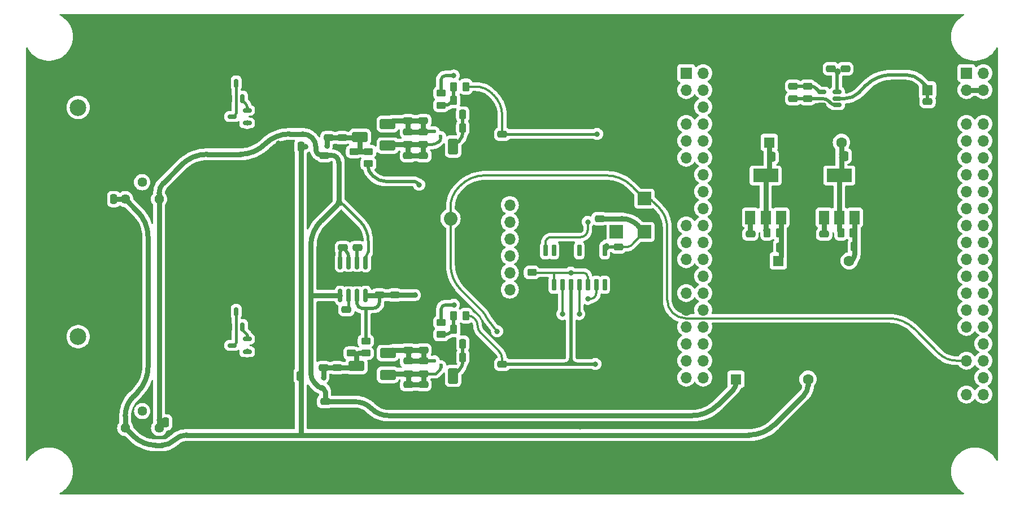
<source format=gbr>
%TF.GenerationSoftware,KiCad,Pcbnew,8.0.2*%
%TF.CreationDate,2025-02-26T15:06:23+00:00*%
%TF.ProjectId,misrc,6d697372-632e-46b6-9963-61645f706362,0.3*%
%TF.SameCoordinates,Original*%
%TF.FileFunction,Copper,L2,Bot*%
%TF.FilePolarity,Positive*%
%FSLAX46Y46*%
G04 Gerber Fmt 4.6, Leading zero omitted, Abs format (unit mm)*
G04 Created by KiCad (PCBNEW 8.0.2) date 2025-02-26 15:06:23*
%MOMM*%
%LPD*%
G01*
G04 APERTURE LIST*
G04 Aperture macros list*
%AMRoundRect*
0 Rectangle with rounded corners*
0 $1 Rounding radius*
0 $2 $3 $4 $5 $6 $7 $8 $9 X,Y pos of 4 corners*
0 Add a 4 corners polygon primitive as box body*
4,1,4,$2,$3,$4,$5,$6,$7,$8,$9,$2,$3,0*
0 Add four circle primitives for the rounded corners*
1,1,$1+$1,$2,$3*
1,1,$1+$1,$4,$5*
1,1,$1+$1,$6,$7*
1,1,$1+$1,$8,$9*
0 Add four rect primitives between the rounded corners*
20,1,$1+$1,$2,$3,$4,$5,0*
20,1,$1+$1,$4,$5,$6,$7,0*
20,1,$1+$1,$6,$7,$8,$9,0*
20,1,$1+$1,$8,$9,$2,$3,0*%
G04 Aperture macros list end*
%TA.AperFunction,ComponentPad*%
%ADD10O,1.700000X1.700000*%
%TD*%
%TA.AperFunction,ComponentPad*%
%ADD11R,1.600000X1.600000*%
%TD*%
%TA.AperFunction,ComponentPad*%
%ADD12C,1.600000*%
%TD*%
%TA.AperFunction,ComponentPad*%
%ADD13R,1.700000X1.700000*%
%TD*%
%TA.AperFunction,ComponentPad*%
%ADD14C,2.050000*%
%TD*%
%TA.AperFunction,ComponentPad*%
%ADD15C,2.250000*%
%TD*%
%TA.AperFunction,ComponentPad*%
%ADD16C,1.440000*%
%TD*%
%TA.AperFunction,ComponentPad*%
%ADD17C,2.400000*%
%TD*%
%TA.AperFunction,ComponentPad*%
%ADD18C,2.500000*%
%TD*%
%TA.AperFunction,SMDPad,CuDef*%
%ADD19RoundRect,0.250000X-0.250000X-0.475000X0.250000X-0.475000X0.250000X0.475000X-0.250000X0.475000X0*%
%TD*%
%TA.AperFunction,SMDPad,CuDef*%
%ADD20RoundRect,0.250001X-0.924999X0.499999X-0.924999X-0.499999X0.924999X-0.499999X0.924999X0.499999X0*%
%TD*%
%TA.AperFunction,SMDPad,CuDef*%
%ADD21RoundRect,0.250000X-0.475000X0.250000X-0.475000X-0.250000X0.475000X-0.250000X0.475000X0.250000X0*%
%TD*%
%TA.AperFunction,SMDPad,CuDef*%
%ADD22RoundRect,0.250000X0.475000X-0.250000X0.475000X0.250000X-0.475000X0.250000X-0.475000X-0.250000X0*%
%TD*%
%TA.AperFunction,SMDPad,CuDef*%
%ADD23R,2.000000X2.000000*%
%TD*%
%TA.AperFunction,SMDPad,CuDef*%
%ADD24RoundRect,0.150000X0.150000X-0.512500X0.150000X0.512500X-0.150000X0.512500X-0.150000X-0.512500X0*%
%TD*%
%TA.AperFunction,SMDPad,CuDef*%
%ADD25RoundRect,0.250000X-0.450000X0.262500X-0.450000X-0.262500X0.450000X-0.262500X0.450000X0.262500X0*%
%TD*%
%TA.AperFunction,SMDPad,CuDef*%
%ADD26RoundRect,0.250000X-0.262500X-0.450000X0.262500X-0.450000X0.262500X0.450000X-0.262500X0.450000X0*%
%TD*%
%TA.AperFunction,SMDPad,CuDef*%
%ADD27RoundRect,0.250000X0.262500X0.450000X-0.262500X0.450000X-0.262500X-0.450000X0.262500X-0.450000X0*%
%TD*%
%TA.AperFunction,SMDPad,CuDef*%
%ADD28R,1.500000X2.000000*%
%TD*%
%TA.AperFunction,SMDPad,CuDef*%
%ADD29R,3.800000X2.000000*%
%TD*%
%TA.AperFunction,SMDPad,CuDef*%
%ADD30RoundRect,0.150000X0.150000X-0.825000X0.150000X0.825000X-0.150000X0.825000X-0.150000X-0.825000X0*%
%TD*%
%TA.AperFunction,SMDPad,CuDef*%
%ADD31R,3.000000X2.290000*%
%TD*%
%TA.AperFunction,SMDPad,CuDef*%
%ADD32RoundRect,0.250001X0.924999X-0.499999X0.924999X0.499999X-0.924999X0.499999X-0.924999X-0.499999X0*%
%TD*%
%TA.AperFunction,SMDPad,CuDef*%
%ADD33RoundRect,0.250000X0.250000X0.475000X-0.250000X0.475000X-0.250000X-0.475000X0.250000X-0.475000X0*%
%TD*%
%TA.AperFunction,SMDPad,CuDef*%
%ADD34RoundRect,0.250000X0.450000X-0.262500X0.450000X0.262500X-0.450000X0.262500X-0.450000X-0.262500X0*%
%TD*%
%TA.AperFunction,SMDPad,CuDef*%
%ADD35RoundRect,0.250001X-0.499999X-0.924999X0.499999X-0.924999X0.499999X0.924999X-0.499999X0.924999X0*%
%TD*%
%TA.AperFunction,SMDPad,CuDef*%
%ADD36RoundRect,0.150000X0.512500X0.150000X-0.512500X0.150000X-0.512500X-0.150000X0.512500X-0.150000X0*%
%TD*%
%TA.AperFunction,SMDPad,CuDef*%
%ADD37RoundRect,0.150000X0.150000X-0.725000X0.150000X0.725000X-0.150000X0.725000X-0.150000X-0.725000X0*%
%TD*%
%TA.AperFunction,ViaPad*%
%ADD38C,0.800000*%
%TD*%
%TA.AperFunction,ViaPad*%
%ADD39C,1.000000*%
%TD*%
%TA.AperFunction,ViaPad*%
%ADD40C,0.600000*%
%TD*%
%TA.AperFunction,Conductor*%
%ADD41C,0.500000*%
%TD*%
%TA.AperFunction,Conductor*%
%ADD42C,0.750000*%
%TD*%
%TA.AperFunction,Conductor*%
%ADD43C,0.320000*%
%TD*%
%TA.AperFunction,Conductor*%
%ADD44C,0.400000*%
%TD*%
%TA.AperFunction,Conductor*%
%ADD45C,0.800000*%
%TD*%
G04 APERTURE END LIST*
D10*
%TO.P,,6,GND*%
%TO.N,GND*%
X159750000Y-77470000D03*
%TD*%
%TO.P,,6,GND*%
%TO.N,GND*%
X201840000Y-77470000D03*
%TD*%
D11*
%TO.P,C19,1*%
%TO.N,GND*%
X181554000Y-118364000D03*
D12*
%TO.P,C19,2*%
%TO.N,-5VA*%
X178054000Y-118364000D03*
%TD*%
D13*
%TO.P,J2,1,Pin_1*%
%TO.N,GND*%
X133350000Y-107442000D03*
D10*
%TO.P,J2,2,Pin_2*%
%TO.N,Net-(J2-Pin_2)*%
X133350000Y-104902000D03*
%TO.P,J2,3,Pin_3*%
%TO.N,Net-(J2-Pin_3)*%
X133350000Y-102362000D03*
%TO.P,J2,4,Pin_4*%
%TO.N,Net-(J2-Pin_4)*%
X133350000Y-99822000D03*
%TO.P,J2,5,Pin_5*%
%TO.N,Net-(J2-Pin_5)*%
X133350000Y-97282000D03*
%TO.P,J2,6,Pin_6*%
%TO.N,Net-(J2-Pin_6)*%
X133350000Y-94742000D03*
%TO.P,J2,7,Pin_7*%
%TO.N,Net-(J2-Pin_7)*%
X133350000Y-92202000D03*
%TO.P,J2,8,Pin_8*%
%TO.N,GND*%
X133350000Y-89662000D03*
%TD*%
D13*
%TO.P,J3,1,V3P3*%
%TO.N,VDD*%
X201803000Y-72390000D03*
D10*
%TO.P,J3,2,V1P2*%
%TO.N,unconnected-(J3-V1P2-Pad2)*%
X204343000Y-72390000D03*
%TO.P,J3,3,USB3_VBUS*%
%TO.N,+5V*%
X201803000Y-74930000D03*
%TO.P,J3,4,USB3_VBUS*%
X204343000Y-74930000D03*
%TO.P,J3,6,GND*%
%TO.N,GND*%
X204343000Y-77470000D03*
%TO.P,J3,7,CTL12*%
%TO.N,unconnected-(J3-CTL12-Pad7)*%
X201803000Y-80010000D03*
%TO.P,J3,8,DQ15*%
%TO.N,Net-(J3-DQ15)*%
X204343000Y-80010000D03*
%TO.P,J3,9,CTL11*%
%TO.N,unconnected-(J3-CTL11-Pad9)*%
X201803000Y-82550000D03*
%TO.P,J3,10,DQ14*%
%TO.N,Net-(J3-DQ14)*%
X204343000Y-82550000D03*
%TO.P,J3,11,CTL10*%
%TO.N,unconnected-(J3-CTL10-Pad11)*%
X201803000Y-85090000D03*
%TO.P,J3,12,DQ13*%
%TO.N,Net-(J3-DQ13)*%
X204343000Y-85090000D03*
%TO.P,J3,13,CTL9*%
%TO.N,unconnected-(J3-CTL9-Pad13)*%
X201803000Y-87630000D03*
%TO.P,J3,14,DQ12*%
%TO.N,Net-(J3-DQ12)*%
X204343000Y-87630000D03*
%TO.P,J3,15,CTL8*%
%TO.N,unconnected-(J3-CTL8-Pad15)*%
X201803000Y-90170000D03*
%TO.P,J3,16,DQ11*%
%TO.N,Net-(J3-DQ11)*%
X204343000Y-90170000D03*
%TO.P,J3,17,CTL7*%
%TO.N,unconnected-(J3-CTL7-Pad17)*%
X201803000Y-92710000D03*
%TO.P,J3,18,DQ10*%
%TO.N,Net-(J3-DQ10)*%
X204343000Y-92710000D03*
%TO.P,J3,19,CTL6*%
%TO.N,unconnected-(J3-CTL6-Pad19)*%
X201803000Y-95250000D03*
%TO.P,J3,20,DQ9*%
%TO.N,Net-(J3-DQ9)*%
X204343000Y-95250000D03*
%TO.P,J3,21,CTL5*%
%TO.N,unconnected-(J3-CTL5-Pad21)*%
X201803000Y-97790000D03*
%TO.P,J3,22,DQ8*%
%TO.N,Net-(J3-DQ8)*%
X204343000Y-97790000D03*
%TO.P,J3,23,CTL4_SW*%
%TO.N,unconnected-(J3-CTL4_SW-Pad23)*%
X201803000Y-100330000D03*
%TO.P,J3,24,DQ7*%
%TO.N,Net-(J3-DQ7)*%
X204343000Y-100330000D03*
%TO.P,J3,25,CTL3*%
%TO.N,unconnected-(J3-CTL3-Pad25)*%
X201803000Y-102870000D03*
%TO.P,J3,26,DQ6*%
%TO.N,Net-(J3-DQ6)*%
X204343000Y-102870000D03*
%TO.P,J3,27,CTL2*%
%TO.N,unconnected-(J3-CTL2-Pad27)*%
X201803000Y-105410000D03*
%TO.P,J3,28,DQ5*%
%TO.N,Net-(J3-DQ5)*%
X204343000Y-105410000D03*
%TO.P,J3,29,CTL1*%
%TO.N,unconnected-(J3-CTL1-Pad29)*%
X201803000Y-107950000D03*
%TO.P,J3,30,DQ4*%
%TO.N,Net-(J3-DQ4)*%
X204343000Y-107950000D03*
%TO.P,J3,31,CTL0*%
%TO.N,unconnected-(J3-CTL0-Pad31)*%
X201803000Y-110490000D03*
%TO.P,J3,32,DQ3*%
%TO.N,Net-(J3-DQ3)*%
X204343000Y-110490000D03*
%TO.P,J3,33,GND*%
%TO.N,GND*%
X201803000Y-113030000D03*
%TO.P,J3,34,DQ2*%
%TO.N,Net-(J3-DQ2)*%
X204343000Y-113030000D03*
%TO.P,J3,35,PCLK*%
%TO.N,/Input_ADC_CH1/CLK*%
X201803000Y-115570000D03*
%TO.P,J3,36,DQ1*%
%TO.N,Net-(J3-DQ1)*%
X204343000Y-115570000D03*
%TO.P,J3,37,GND*%
%TO.N,GND*%
X201803000Y-118110000D03*
%TO.P,J3,38,DQ0*%
%TO.N,Net-(J3-DQ0)*%
X204343000Y-118110000D03*
%TO.P,J3,39,I2C_SDA_FX3*%
%TO.N,unconnected-(J3-I2C_SDA_FX3-Pad39)*%
X201803000Y-120650000D03*
%TO.P,J3,40,I2C_SCL_FX3*%
%TO.N,unconnected-(J3-I2C_SCL_FX3-Pad40)*%
X204343000Y-120650000D03*
%TD*%
D14*
%TO.P,J1,1,Pin_1*%
%TO.N,/Input_ADC_CH1/CLK*%
X124460000Y-94234000D03*
D15*
%TO.P,J1,2,Shield*%
%TO.N,GND*%
X121920000Y-91694000D03*
X121920000Y-96774000D03*
X127000000Y-91694000D03*
X127000000Y-96774000D03*
%TD*%
D16*
%TO.P,RV201,1,1*%
%TO.N,-5VA*%
X75692000Y-91313000D03*
%TO.P,RV201,2,2*%
%TO.N,Net-(R228-Pad2)*%
X78232000Y-88773000D03*
%TO.P,RV201,3,3*%
%TO.N,+5VA*%
X80772000Y-91313000D03*
%TD*%
D11*
%TO.P,C17,1*%
%TO.N,GND*%
X180721000Y-100584000D03*
D12*
%TO.P,C17,2*%
%TO.N,Net-(Q2-B)*%
X184221000Y-100584000D03*
%TD*%
D11*
%TO.P,C11,1*%
%TO.N,GND*%
X186564651Y-82804000D03*
D12*
%TO.P,C11,2*%
%TO.N,Net-(Q2-C)*%
X183064651Y-82804000D03*
%TD*%
D17*
%TO.P,J202,5*%
%TO.N,GND*%
X71850000Y-80840000D03*
%TO.P,J202,4*%
X65240000Y-80950000D03*
%TO.P,J202,3*%
X71800000Y-74260000D03*
%TO.P,J202,2*%
X65200000Y-74270000D03*
D18*
%TO.P,J202,1*%
%TO.N,Net-(J101-Signal)*%
X68640000Y-77550000D03*
%TD*%
D11*
%TO.P,C10,1*%
%TO.N,Net-(Q1-C)*%
X172240000Y-82801000D03*
D12*
%TO.P,C10,2*%
%TO.N,GND*%
X175740000Y-82801000D03*
%TD*%
D11*
%TO.P,C6,1*%
%TO.N,+5V*%
X195962651Y-74930000D03*
D12*
%TO.P,C6,2*%
%TO.N,GND*%
X192462651Y-74930000D03*
%TD*%
D11*
%TO.P,C18,1*%
%TO.N,+5VA*%
X167259000Y-118364000D03*
D12*
%TO.P,C18,2*%
%TO.N,GND*%
X170759000Y-118364000D03*
%TD*%
D18*
%TO.P,J201,1*%
%TO.N,Net-(J101-Signal)*%
X68645000Y-111960000D03*
D17*
%TO.P,J201,2*%
%TO.N,GND*%
X65205000Y-108680000D03*
%TO.P,J201,3*%
X71805000Y-108670000D03*
%TO.P,J201,4*%
X65245000Y-115360000D03*
%TO.P,J201,5*%
X71855000Y-115250000D03*
%TD*%
D11*
%TO.P,C16,1*%
%TO.N,Net-(Q1-B)*%
X173609000Y-100584000D03*
D12*
%TO.P,C16,2*%
%TO.N,GND*%
X170109000Y-100584000D03*
%TD*%
D16*
%TO.P,RV101,1,1*%
%TO.N,-5VA*%
X75707000Y-125685000D03*
%TO.P,RV101,2,2*%
%TO.N,Net-(R127-Pad2)*%
X78247000Y-123145000D03*
%TO.P,RV101,3,3*%
%TO.N,+5VA*%
X80787000Y-125685000D03*
%TD*%
D13*
%TO.P,J4,1,V3P3*%
%TO.N,VDD*%
X159800000Y-72390000D03*
D10*
%TO.P,J4,2,V1P2*%
%TO.N,unconnected-(J4-V1P2-Pad2)*%
X162340000Y-72390000D03*
%TO.P,J4,3,INT_N_CTL15*%
%TO.N,unconnected-(J4-INT_N_CTL15-Pad3)*%
X159800000Y-74930000D03*
%TO.P,J4,4,VIO*%
%TO.N,unconnected-(J4-VIO-Pad4)*%
X162340000Y-74930000D03*
%TO.P,J4,6,DQ31*%
%TO.N,Net-(J4-DQ31)*%
X162340000Y-77470000D03*
%TO.P,J4,7,PMODE_2*%
%TO.N,unconnected-(J4-PMODE_2-Pad7)*%
X159800000Y-80010000D03*
%TO.P,J4,8,DQ30*%
%TO.N,Net-(J4-DQ30)*%
X162340000Y-80010000D03*
%TO.P,J4,9,PMODE_1*%
%TO.N,unconnected-(J4-PMODE_1-Pad9)*%
X159800000Y-82550000D03*
%TO.P,J4,10,DQ29*%
%TO.N,Net-(J4-DQ29)*%
X162340000Y-82550000D03*
%TO.P,J4,11,PMODE_0*%
%TO.N,unconnected-(J4-PMODE_0-Pad11)*%
X159800000Y-85090000D03*
%TO.P,J4,12,DQ28*%
%TO.N,Net-(J4-DQ28)*%
X162340000Y-85090000D03*
%TO.P,J4,13,GND*%
%TO.N,GND*%
X159800000Y-87630000D03*
%TO.P,J4,14,GPIO45*%
%TO.N,unconnected-(J4-GPIO45-Pad14)*%
X162340000Y-87630000D03*
%TO.P,J4,15,GND*%
%TO.N,GND*%
X159800000Y-90170000D03*
%TO.P,J4,16,DQ27*%
%TO.N,Net-(J4-DQ27)*%
X162340000Y-90170000D03*
%TO.P,J4,17,GND*%
%TO.N,GND*%
X159800000Y-92710000D03*
%TO.P,J4,18,DQ26*%
%TO.N,Net-(J4-DQ26)*%
X162340000Y-92710000D03*
%TO.P,J4,19,SPI-MOSI_UART-RX*%
%TO.N,unconnected-(J4-SPI-MOSI_UART-RX-Pad19)*%
X159800000Y-95250000D03*
%TO.P,J4,20,DQ25*%
%TO.N,Net-(J4-DQ25)*%
X162340000Y-95250000D03*
%TO.P,J4,21,SPI-MISO_UART_TX*%
%TO.N,unconnected-(J4-SPI-MISO_UART_TX-Pad21)*%
X159800000Y-97790000D03*
%TO.P,J4,22,DQ24*%
%TO.N,Net-(J4-DQ24)*%
X162340000Y-97790000D03*
%TO.P,J4,23,SPI-SSN_UART-CTS*%
%TO.N,unconnected-(J4-SPI-SSN_UART-CTS-Pad23)*%
X159800000Y-100330000D03*
%TO.P,J4,24,DQ23*%
%TO.N,Net-(J4-DQ23)*%
X162340000Y-100330000D03*
%TO.P,J4,25,GND*%
%TO.N,GND*%
X159800000Y-102870000D03*
%TO.P,J4,26,DQ22*%
%TO.N,Net-(J4-DQ22)*%
X162340000Y-102870000D03*
%TO.P,J4,27,SPI-SCK_UART-RTS*%
%TO.N,unconnected-(J4-SPI-SCK_UART-RTS-Pad27)*%
X159800000Y-105410000D03*
%TO.P,J4,28,DQ21*%
%TO.N,Net-(J4-DQ21)*%
X162340000Y-105410000D03*
%TO.P,J4,29,GND*%
%TO.N,GND*%
X159800000Y-107950000D03*
%TO.P,J4,30,DQ20*%
%TO.N,Net-(J4-DQ20)*%
X162340000Y-107950000D03*
%TO.P,J4,31,I2S_WS*%
%TO.N,unconnected-(J4-I2S_WS-Pad31)*%
X159800000Y-110490000D03*
%TO.P,J4,32,DQ19*%
%TO.N,Net-(J4-DQ19)*%
X162340000Y-110490000D03*
%TO.P,J4,33,I2S_SD*%
%TO.N,unconnected-(J4-I2S_SD-Pad33)*%
X159800000Y-113030000D03*
%TO.P,J4,34,DQ18*%
%TO.N,Net-(J4-DQ18)*%
X162340000Y-113030000D03*
%TO.P,J4,35,GPIO57_I2S-MCLK_VIO3_SW*%
%TO.N,unconnected-(J4-GPIO57_I2S-MCLK_VIO3_SW-Pad35)*%
X159800000Y-115570000D03*
%TO.P,J4,36,DQ17*%
%TO.N,Net-(J4-DQ17)*%
X162340000Y-115570000D03*
%TO.P,J4,37,I2S_CLK*%
%TO.N,unconnected-(J4-I2S_CLK-Pad37)*%
X159800000Y-118110000D03*
%TO.P,J4,38,DQ16*%
%TO.N,Net-(J4-DQ16)*%
X162340000Y-118110000D03*
%TO.P,J4,39,GND*%
%TO.N,GND*%
X159800000Y-120650000D03*
%TO.P,J4,40,GND*%
X162340000Y-120650000D03*
%TD*%
D19*
%TO.P,C122,1*%
%TO.N,GND*%
X100015000Y-117856000D03*
%TO.P,C122,2*%
%TO.N,-5VA*%
X101915000Y-117856000D03*
%TD*%
D20*
%TO.P,C102,1*%
%TO.N,Net-(U101-VCM)*%
X110363000Y-116358000D03*
%TO.P,C102,2*%
%TO.N,GND*%
X110363000Y-119608000D03*
%TD*%
D21*
%TO.P,C226,1*%
%TO.N,VDD*%
X132207000Y-81600000D03*
%TO.P,C226,2*%
%TO.N,GND*%
X132207000Y-83500000D03*
%TD*%
D22*
%TO.P,C221,1*%
%TO.N,Net-(U202-REFT)*%
X118097000Y-83119000D03*
%TO.P,C221,2*%
%TO.N,Net-(U202-REFB)*%
X118097000Y-81219000D03*
%TD*%
D21*
%TO.P,C20,1*%
%TO.N,+5VA*%
X169418000Y-96586000D03*
%TO.P,C20,2*%
%TO.N,GND*%
X169418000Y-98486000D03*
%TD*%
%TO.P,C8,1*%
%TO.N,Net-(U6-CP+)*%
X175831500Y-74361000D03*
%TO.P,C8,2*%
%TO.N,Net-(U6-CP-)*%
X175831500Y-76261000D03*
%TD*%
D23*
%TO.P,X1,1,EN*%
%TO.N,Net-(X1-EN)*%
X149330000Y-96240000D03*
%TO.P,X1,2,GND*%
%TO.N,GND*%
X149330000Y-91240000D03*
%TO.P,X1,3,OUT*%
%TO.N,/Input_ADC_CH1/CLK*%
X153530000Y-91240000D03*
%TO.P,X1,4,V+*%
%TO.N,VDD*%
X153530000Y-96240000D03*
%TD*%
D24*
%TO.P,Q202,1,B*%
%TO.N,Net-(Q201-B)*%
X93279000Y-76194500D03*
%TO.P,Q202,2,E*%
%TO.N,GND*%
X91379000Y-76194500D03*
%TO.P,Q202,3,C*%
%TO.N,Net-(Q201-C)*%
X92329000Y-73919500D03*
%TD*%
D25*
%TO.P,R204,1*%
%TO.N,Net-(U201-VCM)*%
X112141000Y-84154000D03*
%TO.P,R204,2*%
%TO.N,VDDA*%
X112141000Y-85979000D03*
%TD*%
D22*
%TO.P,C22,1*%
%TO.N,GND*%
X108839000Y-109789000D03*
%TO.P,C22,2*%
%TO.N,Net-(U7-BYP)*%
X108839000Y-107889000D03*
%TD*%
D21*
%TO.P,C21,1*%
%TO.N,-5VA*%
X180467000Y-96586000D03*
%TO.P,C21,2*%
%TO.N,GND*%
X180467000Y-98486000D03*
%TD*%
D26*
%TO.P,R5,1*%
%TO.N,Net-(Q2-C)*%
X182983500Y-96393000D03*
%TO.P,R5,2*%
%TO.N,Net-(Q2-B)*%
X184808500Y-96393000D03*
%TD*%
D27*
%TO.P,R126,1*%
%TO.N,GND*%
X126769500Y-110871000D03*
%TO.P,R126,2*%
%TO.N,Net-(U102-MODE)*%
X124944500Y-110871000D03*
%TD*%
D21*
%TO.P,C114,1*%
%TO.N,GND*%
X120396000Y-112080000D03*
%TO.P,C114,2*%
%TO.N,Net-(U102-REFB)*%
X120396000Y-113980000D03*
%TD*%
D19*
%TO.P,C216,1*%
%TO.N,Net-(U202-VREF)*%
X126291000Y-80645000D03*
%TO.P,C216,2*%
%TO.N,GND*%
X128191000Y-80645000D03*
%TD*%
D27*
%TO.P,R226,1*%
%TO.N,GND*%
X126756500Y-76454000D03*
%TO.P,R226,2*%
%TO.N,Net-(U202-MODE)*%
X124931500Y-76454000D03*
%TD*%
D21*
%TO.P,C213,1*%
%TO.N,GND*%
X118097000Y-77663000D03*
%TO.P,C213,2*%
%TO.N,Net-(U202-REFB)*%
X118097000Y-79563000D03*
%TD*%
%TO.P,C7,1*%
%TO.N,+5V*%
X195961000Y-76647000D03*
%TO.P,C7,2*%
%TO.N,GND*%
X195961000Y-78547000D03*
%TD*%
D28*
%TO.P,Q2,1,B*%
%TO.N,Net-(Q2-B)*%
X185053000Y-94082000D03*
%TO.P,Q2,2,C*%
%TO.N,Net-(Q2-C)*%
X182753000Y-94082000D03*
D29*
X182753000Y-87782000D03*
D28*
%TO.P,Q2,3,E*%
%TO.N,-5VA*%
X180453000Y-94082000D03*
%TD*%
D19*
%TO.P,C15,1*%
%TO.N,Net-(Q2-B)*%
X184978000Y-98425000D03*
%TO.P,C15,2*%
%TO.N,GND*%
X186878000Y-98425000D03*
%TD*%
D22*
%TO.P,C112,1*%
%TO.N,GND*%
X118110000Y-121092000D03*
%TO.P,C112,2*%
%TO.N,Net-(U102-REFT)*%
X118110000Y-119192000D03*
%TD*%
%TO.P,C31,1*%
%TO.N,VDD*%
X146810000Y-94250000D03*
%TO.P,C31,2*%
%TO.N,GND*%
X146810000Y-92350000D03*
%TD*%
D24*
%TO.P,Q102,1,B*%
%TO.N,Net-(Q101-B)*%
X93279000Y-110490000D03*
%TO.P,Q102,2,E*%
%TO.N,GND*%
X91379000Y-110490000D03*
%TO.P,Q102,3,C*%
%TO.N,Net-(Q101-C)*%
X92329000Y-108215000D03*
%TD*%
D21*
%TO.P,C223,1*%
%TO.N,+5VA*%
X105537000Y-84775000D03*
%TO.P,C223,2*%
%TO.N,GND*%
X105537000Y-86675000D03*
%TD*%
%TO.P,C214,1*%
%TO.N,GND*%
X120383000Y-77663000D03*
%TO.P,C214,2*%
%TO.N,Net-(U202-REFB)*%
X120383000Y-79563000D03*
%TD*%
D30*
%TO.P,U7,1,VOUT*%
%TO.N,VDDA*%
X111748000Y-105788000D03*
%TO.P,U7,2,SENSE*%
X110478000Y-105788000D03*
%TO.P,U7,3,BYP*%
%TO.N,Net-(U7-BYP)*%
X109208000Y-105788000D03*
%TO.P,U7,4,EN*%
%TO.N,+5VA*%
X107938000Y-105788000D03*
%TO.P,U7,5,REF_SENSE*%
%TO.N,Net-(U7-REF)*%
X107938000Y-100838000D03*
%TO.P,U7,6,REF*%
X109208000Y-100838000D03*
%TO.P,U7,7,VREG*%
%TO.N,Net-(U7-VREG)*%
X110478000Y-100838000D03*
%TO.P,U7,8,VIN*%
%TO.N,+5VA*%
X111748000Y-100838000D03*
D31*
%TO.P,U7,9,GND*%
%TO.N,GND*%
X109843000Y-103313000D03*
%TD*%
D32*
%TO.P,C217,1*%
%TO.N,Net-(U202-REFT)*%
X115049000Y-83286000D03*
%TO.P,C217,2*%
%TO.N,Net-(U202-REFB)*%
X115049000Y-80036000D03*
%TD*%
D19*
%TO.P,C14,1*%
%TO.N,Net-(Q1-B)*%
X173802000Y-98552000D03*
%TO.P,C14,2*%
%TO.N,GND*%
X175702000Y-98552000D03*
%TD*%
D25*
%TO.P,R125,1*%
%TO.N,Net-(R125-Pad1)*%
X123063000Y-109831500D03*
%TO.P,R125,2*%
%TO.N,Net-(U102-MODE)*%
X123063000Y-111656500D03*
%TD*%
D19*
%TO.P,C115,1*%
%TO.N,Net-(U102-VREF)*%
X126304000Y-113030000D03*
%TO.P,C115,2*%
%TO.N,GND*%
X128204000Y-113030000D03*
%TD*%
D22*
%TO.P,C111,1*%
%TO.N,GND*%
X120396000Y-121092000D03*
%TO.P,C111,2*%
%TO.N,Net-(U102-REFT)*%
X120396000Y-119192000D03*
%TD*%
D27*
%TO.P,R224,1*%
%TO.N,VDD*%
X126756500Y-74422000D03*
%TO.P,R224,2*%
%TO.N,Net-(U202-MODE)*%
X124931500Y-74422000D03*
%TD*%
D33*
%TO.P,C29,1*%
%TO.N,-5VA*%
X73975000Y-91313000D03*
%TO.P,C29,2*%
%TO.N,GND*%
X72075000Y-91313000D03*
%TD*%
D22*
%TO.P,C204,1*%
%TO.N,Net-(U201-VCM)*%
X106172000Y-82103000D03*
%TO.P,C204,2*%
%TO.N,GND*%
X106172000Y-80203000D03*
%TD*%
D28*
%TO.P,Q1,1,B*%
%TO.N,Net-(Q1-B)*%
X174004000Y-94082000D03*
%TO.P,Q1,2,C*%
%TO.N,Net-(Q1-C)*%
X171704000Y-94082000D03*
D29*
X171704000Y-87782000D03*
D28*
%TO.P,Q1,3,E*%
%TO.N,+5VA*%
X169404000Y-94082000D03*
%TD*%
D19*
%TO.P,C116,1*%
%TO.N,Net-(U102-VREF)*%
X126304000Y-115062000D03*
%TO.P,C116,2*%
%TO.N,GND*%
X128204000Y-115062000D03*
%TD*%
D22*
%TO.P,C211,1*%
%TO.N,GND*%
X120383000Y-86675000D03*
%TO.P,C211,2*%
%TO.N,Net-(U202-REFT)*%
X120383000Y-84775000D03*
%TD*%
D21*
%TO.P,C113,1*%
%TO.N,GND*%
X118110000Y-112080000D03*
%TO.P,C113,2*%
%TO.N,Net-(U102-REFB)*%
X118110000Y-113980000D03*
%TD*%
D25*
%TO.P,R225,1*%
%TO.N,Net-(R225-Pad1)*%
X123050000Y-75414500D03*
%TO.P,R225,2*%
%TO.N,Net-(U202-MODE)*%
X123050000Y-77239500D03*
%TD*%
D27*
%TO.P,R124,1*%
%TO.N,VDD*%
X126769500Y-108839000D03*
%TO.P,R124,2*%
%TO.N,Net-(U102-MODE)*%
X124944500Y-108839000D03*
%TD*%
D19*
%TO.P,C12,1*%
%TO.N,Net-(Q1-C)*%
X172659000Y-84963000D03*
%TO.P,C12,2*%
%TO.N,GND*%
X174559000Y-84963000D03*
%TD*%
D21*
%TO.P,C126,1*%
%TO.N,VDD*%
X132207000Y-116144000D03*
%TO.P,C126,2*%
%TO.N,GND*%
X132207000Y-118044000D03*
%TD*%
D34*
%TO.P,R104,1*%
%TO.N,Net-(U101-VCM)*%
X111760000Y-114450500D03*
%TO.P,R104,2*%
%TO.N,VDDA*%
X111760000Y-112625500D03*
%TD*%
D22*
%TO.P,C220,1*%
%TO.N,Net-(U202-REFT)*%
X120383000Y-83119000D03*
%TO.P,C220,2*%
%TO.N,Net-(U202-REFB)*%
X120383000Y-81219000D03*
%TD*%
D21*
%TO.P,C23,1*%
%TO.N,GND*%
X110490000Y-96713000D03*
%TO.P,C23,2*%
%TO.N,Net-(U7-VREG)*%
X110490000Y-98613000D03*
%TD*%
D32*
%TO.P,C117,1*%
%TO.N,Net-(U102-REFT)*%
X115062000Y-117703000D03*
%TO.P,C117,2*%
%TO.N,Net-(U102-REFB)*%
X115062000Y-114453000D03*
%TD*%
D35*
%TO.P,C110,1*%
%TO.N,Net-(U102-VREF)*%
X124867000Y-117856000D03*
%TO.P,C110,2*%
%TO.N,GND*%
X128117000Y-117856000D03*
%TD*%
D36*
%TO.P,U6,1,VOUT*%
%TO.N,Net-(U6-VOUT)*%
X182430000Y-75250000D03*
%TO.P,U6,2,VIN*%
%TO.N,+5V*%
X182430000Y-76200000D03*
%TO.P,U6,3,CP-*%
%TO.N,Net-(U6-CP-)*%
X182430000Y-77150000D03*
%TO.P,U6,4,GND*%
%TO.N,GND*%
X180155000Y-77150000D03*
%TO.P,U6,5,CP+*%
%TO.N,Net-(U6-CP+)*%
X180155000Y-75250000D03*
%TD*%
D21*
%TO.P,C27,1*%
%TO.N,GND*%
X181483000Y-69850000D03*
%TO.P,C27,2*%
%TO.N,Net-(U6-VOUT)*%
X181483000Y-71750000D03*
%TD*%
D26*
%TO.P,R4,1*%
%TO.N,Net-(Q1-C)*%
X171934500Y-96393000D03*
%TO.P,R4,2*%
%TO.N,Net-(Q1-B)*%
X173759500Y-96393000D03*
%TD*%
D32*
%TO.P,C202,1*%
%TO.N,Net-(U201-VCM)*%
X110871000Y-81990000D03*
%TO.P,C202,2*%
%TO.N,GND*%
X110871000Y-78740000D03*
%TD*%
D36*
%TO.P,Q101,1,B*%
%TO.N,Net-(Q101-B)*%
X93974500Y-112334000D03*
%TO.P,Q101,2,E*%
%TO.N,Net-(Q101-E)*%
X93974500Y-114234000D03*
%TO.P,Q101,3,C*%
%TO.N,Net-(Q101-C)*%
X91699500Y-113284000D03*
%TD*%
D37*
%TO.P,U1,1,Q*%
%TO.N,unconnected-(U1D-Q-Pad1)*%
X147574000Y-104175000D03*
%TO.P,U1,2,Q*%
%TO.N,Net-(D1-A)*%
X146304000Y-104175000D03*
%TO.P,U1,3,R*%
%TO.N,Net-(U1A-R)*%
X145034000Y-104175000D03*
%TO.P,U1,4,S*%
%TO.N,/OTRA*%
X143764000Y-104175000D03*
%TO.P,U1,5,E*%
%TO.N,VDD*%
X142494000Y-104175000D03*
%TO.P,U1,6,S*%
%TO.N,/OTRB*%
X141224000Y-104175000D03*
%TO.P,U1,7,R*%
%TO.N,Net-(U1A-R)*%
X139954000Y-104175000D03*
%TO.P,U1,8,VSS*%
%TO.N,GND*%
X138684000Y-104175000D03*
%TO.P,U1,9,Q*%
%TO.N,Net-(D2-A)*%
X138684000Y-99025000D03*
%TO.P,U1,10,Q*%
%TO.N,unconnected-(U1C-Q-Pad10)*%
X139954000Y-99025000D03*
%TO.P,U1,11,R*%
%TO.N,GND*%
X141224000Y-99025000D03*
%TO.P,U1,12,S*%
X142494000Y-99025000D03*
%TO.P,U1,13*%
%TO.N,N/C*%
X143764000Y-99025000D03*
%TO.P,U1,14,S*%
%TO.N,GND*%
X145034000Y-99025000D03*
%TO.P,U1,15,R*%
X146304000Y-99025000D03*
%TO.P,U1,16,VDD*%
%TO.N,VDD*%
X147574000Y-99025000D03*
%TD*%
D22*
%TO.P,C104,1*%
%TO.N,Net-(U101-VCM)*%
X105410000Y-116647000D03*
%TO.P,C104,2*%
%TO.N,GND*%
X105410000Y-114747000D03*
%TD*%
D34*
%TO.P,R1,1*%
%TO.N,GND*%
X136652000Y-104163500D03*
%TO.P,R1,2*%
%TO.N,Net-(U1A-R)*%
X136652000Y-102338500D03*
%TD*%
%TO.P,R205,1*%
%TO.N,GND*%
X109982000Y-86002500D03*
%TO.P,R205,2*%
%TO.N,Net-(U201-VCM)*%
X109982000Y-84177500D03*
%TD*%
D21*
%TO.P,C28,1*%
%TO.N,GND*%
X183642000Y-69850000D03*
%TO.P,C28,2*%
%TO.N,Net-(U6-VOUT)*%
X183642000Y-71750000D03*
%TD*%
D36*
%TO.P,Q201,1,B*%
%TO.N,Net-(Q201-B)*%
X93980000Y-77978000D03*
%TO.P,Q201,2,E*%
%TO.N,Net-(Q201-E)*%
X93980000Y-79878000D03*
%TO.P,Q201,3,C*%
%TO.N,Net-(Q201-C)*%
X91705000Y-78928000D03*
%TD*%
D22*
%TO.P,C212,1*%
%TO.N,GND*%
X118097000Y-86675000D03*
%TO.P,C212,2*%
%TO.N,Net-(U202-REFT)*%
X118097000Y-84775000D03*
%TD*%
D21*
%TO.P,C5,1*%
%TO.N,VDD*%
X149606000Y-98491000D03*
%TO.P,C5,2*%
%TO.N,GND*%
X149606000Y-100391000D03*
%TD*%
D22*
%TO.P,C120,1*%
%TO.N,Net-(U102-REFT)*%
X120396000Y-117536000D03*
%TO.P,C120,2*%
%TO.N,Net-(U102-REFB)*%
X120396000Y-115636000D03*
%TD*%
%TO.P,C203,1*%
%TO.N,Net-(U201-VCM)*%
X108204000Y-82103000D03*
%TO.P,C203,2*%
%TO.N,GND*%
X108204000Y-80203000D03*
%TD*%
D19*
%TO.P,C13,1*%
%TO.N,Net-(Q2-C)*%
X183581000Y-84836000D03*
%TO.P,C13,2*%
%TO.N,GND*%
X185481000Y-84836000D03*
%TD*%
D22*
%TO.P,C103,1*%
%TO.N,Net-(U101-VCM)*%
X107442000Y-116647000D03*
%TO.P,C103,2*%
%TO.N,GND*%
X107442000Y-114747000D03*
%TD*%
D19*
%TO.P,C215,1*%
%TO.N,Net-(U202-VREF)*%
X126291000Y-78613000D03*
%TO.P,C215,2*%
%TO.N,GND*%
X128191000Y-78613000D03*
%TD*%
D21*
%TO.P,C123,1*%
%TO.N,+5VA*%
X105664000Y-121732000D03*
%TO.P,C123,2*%
%TO.N,GND*%
X105664000Y-123632000D03*
%TD*%
D19*
%TO.P,C222,1*%
%TO.N,GND*%
X100142000Y-83439000D03*
%TO.P,C222,2*%
%TO.N,-5VA*%
X102042000Y-83439000D03*
%TD*%
D22*
%TO.P,C121,1*%
%TO.N,Net-(U102-REFT)*%
X118110000Y-117536000D03*
%TO.P,C121,2*%
%TO.N,Net-(U102-REFB)*%
X118110000Y-115636000D03*
%TD*%
D35*
%TO.P,C210,1*%
%TO.N,Net-(U202-VREF)*%
X124854000Y-83439000D03*
%TO.P,C210,2*%
%TO.N,GND*%
X128104000Y-83439000D03*
%TD*%
D22*
%TO.P,C25,1*%
%TO.N,VDDA*%
X116078000Y-105725000D03*
%TO.P,C25,2*%
%TO.N,GND*%
X116078000Y-103825000D03*
%TD*%
D19*
%TO.P,C30,1*%
%TO.N,+5VA*%
X81727000Y-124841000D03*
%TO.P,C30,2*%
%TO.N,GND*%
X83627000Y-124841000D03*
%TD*%
D25*
%TO.P,R105,1*%
%TO.N,GND*%
X109601000Y-112625500D03*
%TO.P,R105,2*%
%TO.N,Net-(U101-VCM)*%
X109601000Y-114450500D03*
%TD*%
D21*
%TO.P,C9,1*%
%TO.N,Net-(U6-CP+)*%
X177990500Y-74361000D03*
%TO.P,C9,2*%
%TO.N,Net-(U6-CP-)*%
X177990500Y-76261000D03*
%TD*%
D22*
%TO.P,C26,1*%
%TO.N,VDDA*%
X113792000Y-105725000D03*
%TO.P,C26,2*%
%TO.N,GND*%
X113792000Y-103825000D03*
%TD*%
%TO.P,C24,1*%
%TO.N,Net-(U7-REF)*%
X108331000Y-98613000D03*
%TO.P,C24,2*%
%TO.N,GND*%
X108331000Y-96713000D03*
%TD*%
D38*
%TO.N,VDD*%
X146431000Y-81534000D03*
X132461000Y-81534000D03*
X132207000Y-116078000D03*
X147828000Y-98298000D03*
X146177000Y-116078000D03*
%TO.N,GND*%
X173990000Y-107696000D03*
X99060000Y-99822000D03*
X82931000Y-96393000D03*
X135128000Y-100965000D03*
X124079000Y-132461000D03*
X186055000Y-70866000D03*
X108458000Y-68453000D03*
X125222000Y-129413000D03*
X145130000Y-90310000D03*
X185039000Y-91059000D03*
X70358000Y-96266000D03*
X128143000Y-134366000D03*
X70739000Y-129794000D03*
X114554000Y-90170000D03*
X176149000Y-102870000D03*
X105537000Y-102489000D03*
X144145000Y-114554000D03*
X127762000Y-99314000D03*
X116332000Y-108077000D03*
X205232000Y-128397000D03*
X126492000Y-107061000D03*
X190246000Y-73914000D03*
X128397000Y-120015000D03*
X66548000Y-90170000D03*
X81915000Y-69469000D03*
X90170000Y-120777000D03*
X141732000Y-117602000D03*
X97663000Y-70993000D03*
X194183000Y-134493000D03*
X194056000Y-64516000D03*
X82296000Y-133858000D03*
X108839000Y-102743000D03*
X144907000Y-83058000D03*
X174244000Y-120904000D03*
X83312000Y-78867000D03*
X128930000Y-86480000D03*
X99314000Y-134620000D03*
X144907000Y-77978000D03*
X191583676Y-76946174D03*
X168656000Y-83820000D03*
X77597000Y-110109000D03*
X109093000Y-123190000D03*
X146939000Y-107315000D03*
X109347000Y-89408000D03*
X117856000Y-90678000D03*
X120650000Y-134493000D03*
X66548000Y-95758000D03*
X164211000Y-119253000D03*
X130937000Y-103505000D03*
X116332000Y-76581000D03*
X200914000Y-127508000D03*
X164973000Y-115443000D03*
X169164000Y-106680000D03*
X141351000Y-100838000D03*
X69215000Y-91313000D03*
X107442000Y-112903000D03*
X183134000Y-115443000D03*
X94488000Y-92583000D03*
X106299000Y-90170000D03*
X156972000Y-72517000D03*
X168783000Y-64389000D03*
X109855000Y-103886000D03*
X86614000Y-134747000D03*
X156591000Y-115443000D03*
X141478000Y-83058000D03*
X186055000Y-115697000D03*
X137160000Y-105537000D03*
X76076797Y-74612000D03*
X64516000Y-91821000D03*
X116459000Y-111633000D03*
X117221000Y-100076000D03*
X198628000Y-134366000D03*
X191897000Y-70993000D03*
X147066000Y-100838000D03*
X179959000Y-113157000D03*
X141732000Y-92583000D03*
X177165000Y-87503000D03*
X169799000Y-91186000D03*
X120904000Y-100330000D03*
X90043000Y-78486000D03*
X79375000Y-67945000D03*
X89789000Y-131191000D03*
X64643000Y-122936000D03*
X166116000Y-72390000D03*
X182245000Y-104775000D03*
X116459000Y-68199000D03*
X119253000Y-75819000D03*
X105537000Y-100711000D03*
X180467000Y-91059000D03*
X168529000Y-121666000D03*
X169672000Y-74676000D03*
X121031000Y-107315000D03*
X113030000Y-78613000D03*
X122174000Y-125222000D03*
X153670000Y-128016000D03*
X179451000Y-84201000D03*
X145581000Y-86440000D03*
X174625000Y-118618000D03*
X137922000Y-121539000D03*
X96012000Y-81407000D03*
X123190000Y-88265000D03*
X165862000Y-87122000D03*
X175641000Y-113792000D03*
X88900000Y-116967000D03*
X185674000Y-118491000D03*
X110871000Y-103886000D03*
X110871000Y-102743000D03*
X77851000Y-131572000D03*
X148209000Y-79375000D03*
X121158000Y-70612000D03*
X192786000Y-67564000D03*
X88138000Y-120904000D03*
X187833000Y-78232000D03*
X165100000Y-76073000D03*
X73820000Y-65830000D03*
X130937000Y-93599000D03*
X95631000Y-112522000D03*
X119253000Y-122301000D03*
X180086000Y-107823000D03*
X144272000Y-131953000D03*
X99187000Y-129286000D03*
X116459000Y-125222000D03*
X116332000Y-97409000D03*
X74930000Y-97917000D03*
X62865000Y-89408000D03*
X143129000Y-70104000D03*
X188595000Y-75819000D03*
X157734000Y-67818000D03*
X189992000Y-80264000D03*
X199136000Y-76708000D03*
X138176000Y-64516000D03*
X109220000Y-94869000D03*
X95885000Y-115697000D03*
X114046000Y-100457000D03*
X205359000Y-123825000D03*
X106553000Y-64897000D03*
X183007000Y-111252000D03*
X142113000Y-129921000D03*
X161671000Y-67945000D03*
X70104000Y-93853000D03*
X95631000Y-110617000D03*
X182626000Y-121539000D03*
X97155000Y-103124000D03*
X198628000Y-73279000D03*
X75320000Y-66680000D03*
X117602000Y-94234000D03*
X92583000Y-116840000D03*
X184785000Y-77851000D03*
X125984000Y-125222000D03*
X144907000Y-66421000D03*
X84582000Y-82423000D03*
X144526000Y-92710000D03*
X95758000Y-94742000D03*
X151638000Y-106172000D03*
X95377000Y-75946000D03*
X99695000Y-102743000D03*
X111125000Y-90043000D03*
X128184000Y-81956000D03*
X64135000Y-127000000D03*
X98679000Y-82931000D03*
X152146000Y-104394000D03*
X95758000Y-106299000D03*
X129667000Y-125349000D03*
X128905000Y-128651000D03*
X150241000Y-67691000D03*
X176149000Y-119761000D03*
X67437000Y-70739000D03*
X129921000Y-72898000D03*
X98933000Y-124968000D03*
X144526000Y-119761000D03*
X126873000Y-121793000D03*
X83312000Y-73152000D03*
X169418000Y-113665000D03*
X98679000Y-117221000D03*
X151130000Y-125222000D03*
X131064000Y-105537000D03*
X108077000Y-93599000D03*
X175768000Y-70993000D03*
X152654000Y-81788000D03*
X64262000Y-96774000D03*
X90170000Y-73914000D03*
X93091000Y-134747000D03*
X199263000Y-79248000D03*
X128524000Y-121793000D03*
X188214000Y-86106000D03*
X83566000Y-107696000D03*
X81534000Y-130556000D03*
X175768000Y-67945000D03*
X94742000Y-128143000D03*
X182372000Y-67818000D03*
X108839000Y-103886000D03*
X141351000Y-77978000D03*
X94615000Y-96774000D03*
X193929000Y-80264000D03*
X111125000Y-88519000D03*
X141605000Y-119761000D03*
X152781000Y-106299000D03*
X165481000Y-93218000D03*
X192278000Y-83058000D03*
X69342000Y-66167000D03*
X150876000Y-103632000D03*
X128184000Y-116373000D03*
X94742000Y-132080000D03*
X107188000Y-123063000D03*
X87757000Y-112903000D03*
X72760485Y-127578531D03*
X170434000Y-76835000D03*
X69469000Y-127127000D03*
X93472000Y-100203000D03*
X93218000Y-120396000D03*
X170434000Y-69469000D03*
X169291000Y-102616000D03*
X106299000Y-88011000D03*
X144907000Y-111252000D03*
X88646000Y-123952000D03*
X130810000Y-96393000D03*
X87122000Y-99822000D03*
X103505000Y-134874000D03*
X87757000Y-108331000D03*
X142113000Y-89662000D03*
X142240000Y-134366000D03*
X196088000Y-70358000D03*
X88519000Y-82423000D03*
X99187000Y-90678000D03*
X145796000Y-129159000D03*
X110490000Y-110109000D03*
X83050000Y-66360000D03*
X117602000Y-102743000D03*
X106172000Y-113030000D03*
X78232000Y-125730000D03*
X153670000Y-67437000D03*
X84582000Y-116840000D03*
X146296158Y-134304578D03*
X189103000Y-67945000D03*
X81026000Y-81153000D03*
X98425000Y-65913000D03*
X123825000Y-122428000D03*
X107950000Y-131826000D03*
X117856000Y-65532000D03*
X141478000Y-66802000D03*
X109220000Y-87249000D03*
X83439000Y-122428000D03*
X142621000Y-85979000D03*
X144150003Y-73178548D03*
X82804000Y-103124000D03*
X76835000Y-102362000D03*
X166624000Y-67564000D03*
X156464000Y-64389000D03*
X141732000Y-125222000D03*
X172085000Y-110998000D03*
X165608000Y-99187000D03*
X146177000Y-125222000D03*
X137922000Y-100965000D03*
X116205000Y-94869000D03*
X198374000Y-64516000D03*
X144526000Y-117348000D03*
X84709000Y-88265000D03*
X71120000Y-123571000D03*
X165989000Y-81534000D03*
X197104000Y-131445000D03*
X78613000Y-80772000D03*
X186055000Y-102489000D03*
X130777513Y-101454932D03*
X165227000Y-107315000D03*
X143891000Y-125476000D03*
X177292000Y-78867000D03*
X199390000Y-129286000D03*
X152146000Y-102235000D03*
X172212000Y-116078000D03*
X107696000Y-78740000D03*
X111633000Y-134366000D03*
X126746000Y-103505000D03*
X122428000Y-128651000D03*
X63998323Y-101213414D03*
X154940000Y-111379000D03*
X164846000Y-103124000D03*
X106934000Y-124587000D03*
X114681000Y-87249000D03*
X77470000Y-114173000D03*
X112014000Y-73660000D03*
X90043000Y-64897000D03*
X73406000Y-132334000D03*
X150876000Y-101346000D03*
X115062000Y-112395000D03*
X111633000Y-68326000D03*
X83439000Y-113284000D03*
X174018000Y-90681000D03*
X153035000Y-111506000D03*
X107950000Y-73660000D03*
X121920000Y-131318000D03*
X142240000Y-75184000D03*
X72009000Y-99949000D03*
X129286000Y-132334000D03*
X123317000Y-102743000D03*
X93218000Y-83185000D03*
X129770000Y-89200000D03*
X129667000Y-66294000D03*
X87630000Y-129794000D03*
X114554000Y-122428000D03*
X185928000Y-113284000D03*
X109855000Y-102743000D03*
X136652000Y-134620000D03*
X67310000Y-123825000D03*
X76581000Y-99441000D03*
X165227000Y-111506000D03*
X184404000Y-106553000D03*
X108077000Y-129413000D03*
X67056000Y-99822000D03*
X185166000Y-64262000D03*
X71020000Y-69180000D03*
X68072000Y-102616000D03*
D39*
%TO.N,+5VA*%
X169418000Y-94615000D03*
D38*
X105283000Y-119634000D03*
X105283000Y-84709000D03*
D39*
%TO.N,-5VA*%
X180467000Y-94615000D03*
D38*
X101854000Y-117983000D03*
X102743000Y-83439000D03*
%TO.N,VDDA*%
X119761000Y-89154000D03*
X119126000Y-105725000D03*
%TO.N,/Input_ADC_CH1/CLK*%
X131445000Y-111162617D03*
%TO.N,/OTRA*%
X143764000Y-108585000D03*
%TO.N,/OTRB*%
X141224000Y-108585000D03*
D39*
%TO.N,Net-(U6-VOUT)*%
X182499000Y-72136000D03*
D38*
%TO.N,Net-(U101-VCM)*%
X105410000Y-118110000D03*
%TO.N,Net-(Q101-E)*%
X93980000Y-114173000D03*
%TO.N,Net-(U102-VREF)*%
X126238000Y-115062000D03*
D40*
%TO.N,Net-(U102-REFT)*%
X123018011Y-116313937D03*
%TO.N,Net-(U102-REFB)*%
X122047000Y-115570000D03*
D38*
%TO.N,Net-(U201-VCM)*%
X105918000Y-83312000D03*
%TO.N,Net-(Q201-E)*%
X93980000Y-79878000D03*
%TO.N,Net-(U202-VREF)*%
X126225000Y-80645000D03*
D40*
%TO.N,Net-(U202-REFT)*%
X123005011Y-81896937D03*
%TO.N,Net-(U202-REFB)*%
X122034000Y-81153000D03*
D38*
%TO.N,Net-(D1-A)*%
X145034000Y-106299000D03*
%TO.N,Net-(D2-A)*%
X145034000Y-94742000D03*
%TO.N,Net-(U1A-R)*%
X142494000Y-102362000D03*
%TO.N,Net-(U102-MODE)*%
X123063000Y-111656500D03*
%TO.N,Net-(R125-Pad1)*%
X124968000Y-107188000D03*
%TO.N,Net-(U202-MODE)*%
X123050000Y-77239500D03*
%TO.N,Net-(R225-Pad1)*%
X124955000Y-72771000D03*
%TO.N,Net-(X1-EN)*%
X149330000Y-96240000D03*
%TD*%
D41*
%TO.N,VDD*%
X145966142Y-116078000D02*
X145975583Y-116078000D01*
X146150472Y-116078000D02*
X146145976Y-116078000D01*
X146033130Y-116078000D02*
X146013348Y-116078000D01*
X134322466Y-116078000D02*
X134135563Y-116078000D01*
X140774783Y-116078000D02*
X140781976Y-116078000D01*
D42*
X153458256Y-96168256D02*
X152535000Y-95245000D01*
D41*
X144927600Y-116078000D02*
X144925352Y-116078000D01*
X140561680Y-116078000D02*
X140531108Y-116078000D01*
X145752587Y-116078000D02*
X145723813Y-116078000D01*
X145628951Y-116078000D02*
X145611867Y-116078000D01*
X145642888Y-116078000D02*
X145639291Y-116078000D01*
X139941254Y-116078000D02*
X139907086Y-116078000D01*
X138242722Y-116078000D02*
X138264302Y-116078000D01*
D43*
X153458256Y-96311743D02*
X151460312Y-98309687D01*
X127941000Y-109145000D02*
X128097118Y-109301118D01*
D41*
X138379397Y-116078000D02*
X138372203Y-116078000D01*
X145360999Y-116078000D02*
X145378083Y-116078000D01*
X137875861Y-116078000D02*
X137803928Y-116078000D01*
X139310935Y-116078000D02*
X139303741Y-116078000D01*
X144901975Y-116078000D02*
X144889387Y-116078000D01*
X144335499Y-116078000D02*
X144220405Y-116078000D01*
X144657399Y-116078000D02*
X144652005Y-116078000D01*
X144815653Y-116078000D02*
X144812507Y-116078000D01*
X145899602Y-116078000D02*
X145898703Y-116078000D01*
X141066116Y-116078000D02*
X141051730Y-116078000D01*
X145191507Y-116078000D02*
X145177121Y-116078000D01*
X145646485Y-116078000D02*
X145642888Y-116078000D01*
X145337171Y-116078000D02*
X145343915Y-116078000D01*
X144601652Y-116078000D02*
X144646611Y-116078000D01*
X143538832Y-116078000D02*
X143529840Y-116078000D01*
X145049439Y-116078000D02*
X145045842Y-116078000D01*
X145781361Y-116078000D02*
X145777765Y-116078000D01*
X141020259Y-116078000D02*
X141018461Y-116078000D01*
X137091785Y-116078000D02*
X136983884Y-116078000D01*
X141534585Y-116078000D02*
X141529191Y-116078000D01*
X140512225Y-116078000D02*
X140505032Y-116078000D01*
X139717359Y-116078000D02*
X139735342Y-116078000D01*
X145333574Y-116078000D02*
X145329977Y-116078000D01*
X139289354Y-116078000D02*
X139253387Y-116078000D01*
X138487298Y-116078000D02*
X138444138Y-116078000D01*
D44*
X146431000Y-81534000D02*
X132461000Y-81534000D01*
D41*
X146173851Y-116078000D02*
X146172952Y-116078000D01*
X139361287Y-116078000D02*
X139354094Y-116078000D01*
X144925352Y-116078000D02*
X144919957Y-116078000D01*
X145071018Y-116078000D02*
X145072366Y-116078000D01*
X141389819Y-116078000D02*
X141382625Y-116078000D01*
X145955800Y-116078000D02*
X145964342Y-116078000D01*
X139354094Y-116078000D02*
X139346901Y-116078000D01*
X139212925Y-116078000D02*
X139175160Y-116078000D01*
X141044536Y-116078000D02*
X141037342Y-116078000D01*
X141016663Y-116078000D02*
X141011268Y-116078000D01*
D43*
X149606000Y-98491000D02*
X150768292Y-98491000D01*
D41*
X144946931Y-116078000D02*
X144939738Y-116078000D01*
X144565686Y-116078000D02*
X144553098Y-116078000D01*
X139907086Y-116078000D02*
X139893599Y-116078000D01*
X145912641Y-116078000D02*
X145909044Y-116078000D01*
X147840999Y-98757999D02*
X147741230Y-98857769D01*
X146168006Y-116078000D02*
X146164409Y-116078000D01*
X141361044Y-116078000D02*
X141325077Y-116078000D01*
X141418591Y-116078000D02*
X141411398Y-116078000D01*
X145322783Y-116078000D02*
X145316939Y-116078000D01*
X144939738Y-116078000D02*
X144932545Y-116078000D01*
X145853294Y-116078000D02*
X145838907Y-116078000D01*
X145042245Y-116078000D02*
X145035052Y-116078000D01*
X140519418Y-116078000D02*
X140512225Y-116078000D01*
X139879211Y-116078000D02*
X139872017Y-116078000D01*
X144950978Y-116078000D02*
X144950078Y-116078000D01*
X138487298Y-116078000D02*
X138523265Y-116078000D01*
X137357937Y-116078000D02*
X137329164Y-116078000D01*
X145570505Y-116078000D02*
X145546227Y-116078000D01*
X145085854Y-116078000D02*
X145090799Y-116078000D01*
X141570551Y-116078000D02*
X141568753Y-116078000D01*
X139941254Y-116078000D02*
X139975422Y-116078000D01*
X141411398Y-116078000D02*
X141404205Y-116078000D01*
X145301654Y-116078000D02*
X145292213Y-116078000D01*
X136487544Y-116078000D02*
X136444384Y-116078000D01*
X145081358Y-116078000D02*
X145076862Y-116078000D01*
X146171603Y-116078000D02*
X146172952Y-116078000D01*
X141022956Y-116078000D02*
X141020259Y-116078000D01*
X141325077Y-116078000D02*
X141307993Y-116078000D01*
X139853134Y-116078000D02*
X139822562Y-116078000D01*
X141462649Y-116078000D02*
X141453658Y-116078000D01*
X135440911Y-116078000D02*
X135433717Y-116078000D01*
X145177121Y-116078000D02*
X145162735Y-116078000D01*
X141566955Y-116078000D02*
X141565157Y-116078000D01*
X140519418Y-116078000D02*
X140531108Y-116078000D01*
X139573492Y-116078000D02*
X139544719Y-116078000D01*
X139390962Y-116078000D02*
X139381970Y-116078000D01*
X137242845Y-116078000D02*
X137235652Y-116078000D01*
X146085283Y-116078000D02*
X146081686Y-116078000D01*
X144950078Y-116078000D02*
X144946931Y-116078000D01*
X132274468Y-116078000D02*
X132207000Y-116078000D01*
X133643438Y-116078000D02*
X133330031Y-116078000D01*
X132735866Y-116078000D02*
X132487757Y-116078000D01*
X144441601Y-116078000D02*
X144409231Y-116078000D01*
X145777765Y-116078000D02*
X145770571Y-116078000D01*
X146044369Y-116078000D02*
X146043470Y-116078000D01*
X143875124Y-116078000D02*
X143760030Y-116078000D01*
X145966142Y-116078000D02*
X145965242Y-116078000D01*
X146092476Y-116078000D02*
X146085283Y-116078000D01*
X140311711Y-116078000D02*
X140264055Y-116078000D01*
X144830041Y-116078000D02*
X144832289Y-116078000D01*
X138372203Y-116078000D02*
X138357816Y-116078000D01*
X145810133Y-116078000D02*
X145795747Y-116078000D01*
X144601652Y-116078000D02*
X144565686Y-116078000D01*
X143414750Y-116078000D02*
X141573250Y-116078000D01*
X141439272Y-116078000D02*
X141437473Y-116078000D01*
X141511203Y-116078000D02*
X141501313Y-116078000D01*
X144542308Y-116078000D02*
X144531518Y-116078000D01*
X145522399Y-116078000D02*
X145450466Y-116078000D01*
X138436945Y-116078000D02*
X138444138Y-116078000D01*
X146154968Y-116078000D02*
X146150472Y-116078000D01*
X133330031Y-116078000D02*
X133016624Y-116078000D01*
X140264055Y-116078000D02*
X140120188Y-116078000D01*
X142494000Y-115157250D02*
X142494000Y-104175000D01*
X139212925Y-116078000D02*
X139232707Y-116078000D01*
X143501067Y-116078000D02*
X143472294Y-116078000D01*
X144662793Y-116078000D02*
X144720340Y-116078000D01*
X137376820Y-116078000D02*
X137367827Y-116078000D01*
X139803679Y-116078000D02*
X139735342Y-116078000D01*
X143529840Y-116078000D02*
X143501067Y-116078000D01*
X145639291Y-116078000D02*
X145635694Y-116078000D01*
X144409231Y-116078000D02*
X144376861Y-116078000D01*
X144758107Y-116078000D02*
X144745518Y-116078000D01*
X133016624Y-116078000D02*
X132983975Y-116078000D01*
X146157665Y-116078000D02*
X146154968Y-116078000D01*
X137451454Y-116078000D02*
X137404696Y-116078000D01*
X143565808Y-116078000D02*
X143558614Y-116078000D01*
X146043470Y-116078000D02*
X146042571Y-116078000D01*
X144652005Y-116078000D02*
X144646611Y-116078000D01*
X139339708Y-116078000D02*
X139332515Y-116078000D01*
X137404696Y-116078000D02*
X137385813Y-116078000D01*
X136868791Y-116078000D02*
X136724924Y-116078000D01*
X139886405Y-116078000D02*
X139879211Y-116078000D01*
X144914562Y-116078000D02*
X144912764Y-116078000D01*
X141037342Y-116078000D02*
X141030149Y-116078000D01*
X145628951Y-116078000D02*
X145635694Y-116078000D01*
X145074164Y-116078000D02*
X145076862Y-116078000D01*
X143551420Y-116078000D02*
X143549622Y-116078000D01*
X139318129Y-116078000D02*
X139310935Y-116078000D01*
X145930624Y-116078000D02*
X145927028Y-116078000D01*
X145035052Y-116078000D02*
X145017068Y-116078000D01*
D43*
X130937000Y-75692000D02*
X130696017Y-75451017D01*
D41*
X145965242Y-116078000D02*
X145964342Y-116078000D01*
X145680654Y-116078000D02*
X145671213Y-116078000D01*
X140561680Y-116078000D02*
X140580562Y-116078000D01*
X136724924Y-116078000D02*
X136581057Y-116078000D01*
X145133960Y-116078000D02*
X145119573Y-116078000D01*
X138868545Y-116078000D02*
X138753451Y-116078000D01*
X141030149Y-116078000D02*
X141022956Y-116078000D01*
X146106862Y-116078000D02*
X146103266Y-116078000D01*
X145916238Y-116078000D02*
X145912641Y-116078000D01*
X145045842Y-116078000D02*
X145042245Y-116078000D01*
X141130856Y-116078000D02*
X141147940Y-116078000D01*
X139365783Y-116078000D02*
X139363984Y-116078000D01*
X144912764Y-116078000D02*
X144903773Y-116078000D01*
D43*
X153428539Y-96240000D02*
X153327078Y-96240000D01*
D41*
X139429626Y-116078000D02*
X139400853Y-116078000D01*
X144840382Y-116078000D02*
X144846227Y-116078000D01*
X141149739Y-116078000D02*
X141147940Y-116078000D01*
X139098731Y-116078000D02*
X138983638Y-116078000D01*
X146117202Y-116078000D02*
X146112706Y-116078000D01*
X145056632Y-116078000D02*
X145049439Y-116078000D01*
X145326380Y-116078000D02*
X145322783Y-116078000D01*
X145337171Y-116078000D02*
X145333574Y-116078000D01*
X139623845Y-116078000D02*
X139609458Y-116078000D01*
X146175650Y-116078000D02*
X146174750Y-116078000D01*
X145937817Y-116078000D02*
X145930624Y-116078000D01*
D43*
X132207000Y-81100394D02*
X132207000Y-78758051D01*
D41*
X140925845Y-116078000D02*
X140897071Y-116078000D01*
X144964466Y-116078000D02*
X144956374Y-116078000D01*
X146121698Y-116078000D02*
X146117202Y-116078000D01*
X145901850Y-116078000D02*
X145900501Y-116078000D01*
X149606000Y-98491000D02*
X148485595Y-98491000D01*
X135355489Y-116078000D02*
X135426523Y-116078000D01*
X141051730Y-116078000D02*
X141044536Y-116078000D01*
X141170421Y-116078000D02*
X141151538Y-116078000D01*
X144335499Y-116078000D02*
X144376861Y-116078000D01*
X144972558Y-116078000D02*
X144964466Y-116078000D01*
X145074164Y-116078000D02*
X145073265Y-116078000D01*
X140724429Y-116078000D02*
X140746009Y-116078000D01*
X139234505Y-116078000D02*
X139232707Y-116078000D01*
X145060230Y-116078000D02*
X145056632Y-116078000D01*
X139872017Y-116078000D02*
X139864823Y-116078000D01*
X134822281Y-116078000D02*
X134696272Y-116078000D01*
X145148349Y-116078000D02*
X145133960Y-116078000D01*
X145714822Y-116078000D02*
X145680654Y-116078000D01*
X141444667Y-116078000D02*
X141439272Y-116078000D01*
X136530704Y-116078000D02*
X136487544Y-116078000D01*
X137300391Y-116078000D02*
X137271618Y-116078000D01*
X139390962Y-116078000D02*
X139400853Y-116078000D01*
X140954619Y-116078000D02*
X140925845Y-116078000D01*
X140360267Y-116078000D02*
X140311711Y-116078000D01*
X146141030Y-116078000D02*
X146126643Y-116078000D01*
D43*
X132428000Y-81567000D02*
X132461000Y-81534000D01*
D41*
X144903773Y-116078000D02*
X144901975Y-116078000D01*
X134696272Y-116078000D02*
X134509369Y-116078000D01*
X144220405Y-116078000D02*
X144105310Y-116078000D01*
X146108210Y-116078000D02*
X146106862Y-116078000D01*
X144956374Y-116078000D02*
X144951878Y-116078000D01*
X137678044Y-116078000D02*
X137602514Y-116078000D01*
X141562459Y-116078000D02*
X141565157Y-116078000D01*
X141562459Y-116078000D02*
X141555264Y-116078000D01*
X145202296Y-116078000D02*
X145195103Y-116078000D01*
X135448105Y-116078000D02*
X135440911Y-116078000D01*
X144919957Y-116078000D02*
X144914562Y-116078000D01*
X137526984Y-116078000D02*
X137519791Y-116078000D01*
X146110008Y-116078000D02*
X146109109Y-116078000D01*
X145085854Y-116078000D02*
X145081358Y-116078000D01*
X139602265Y-116078000D02*
X139573492Y-116078000D01*
X134509369Y-116078000D02*
X134322466Y-116078000D01*
X141002276Y-116078000D02*
X140993284Y-116078000D01*
X137602514Y-116078000D02*
X137526984Y-116078000D01*
X141382625Y-116078000D02*
X141375431Y-116078000D01*
X140983393Y-116078000D02*
X140954619Y-116078000D01*
X144529719Y-116078000D02*
X144515332Y-116078000D01*
X140774783Y-116078000D02*
X140760396Y-116078000D01*
X146070896Y-116078000D02*
X146052912Y-116078000D01*
X144515332Y-116078000D02*
X144500945Y-116078000D01*
X138408171Y-116078000D02*
X138379397Y-116078000D01*
X141011268Y-116078000D02*
X141002276Y-116078000D01*
X144830041Y-116078000D02*
X144826444Y-116078000D01*
X137206878Y-116078000D02*
X137178105Y-116078000D01*
X143580195Y-116078000D02*
X143573002Y-116078000D01*
X145000882Y-116078000D02*
X144986495Y-116078000D01*
X135433717Y-116078000D02*
X135426523Y-116078000D01*
X144553098Y-116078000D02*
X144542308Y-116078000D01*
X139137395Y-116078000D02*
X139098731Y-116078000D01*
X139717359Y-116078000D02*
X139659812Y-116078000D01*
X145867681Y-116078000D02*
X145853294Y-116078000D01*
X145071018Y-116078000D02*
X145067422Y-116078000D01*
X141453658Y-116078000D02*
X141444667Y-116078000D01*
X145292213Y-116078000D02*
X145258045Y-116078000D01*
X141073309Y-116078000D02*
X141066116Y-116078000D01*
X140408823Y-116078000D02*
X140442991Y-116078000D01*
X144929398Y-116078000D02*
X144932545Y-116078000D01*
X144819250Y-116078000D02*
X144815653Y-116078000D01*
X145073265Y-116078000D02*
X145072366Y-116078000D01*
X141432977Y-116078000D02*
X141425784Y-116078000D01*
X143450714Y-116078000D02*
X143443521Y-116078000D01*
X145882068Y-116078000D02*
X145867681Y-116078000D01*
X134135563Y-116078000D02*
X133643438Y-116078000D01*
X137329164Y-116078000D02*
X137300391Y-116078000D01*
X141307993Y-116078000D02*
X141306195Y-116078000D01*
X140477159Y-116078000D02*
X140442991Y-116078000D01*
X139175160Y-116078000D02*
X139137395Y-116078000D01*
X145650082Y-116078000D02*
X145655927Y-116078000D01*
X140490646Y-116078000D02*
X140477159Y-116078000D01*
X138436945Y-116078000D02*
X138408171Y-116078000D01*
X144795873Y-116078000D02*
X144772495Y-116078000D01*
X143558614Y-116078000D02*
X143551420Y-116078000D01*
X139346901Y-116078000D02*
X139339708Y-116078000D01*
X137519791Y-116078000D02*
X137458647Y-116078000D01*
X146081686Y-116078000D02*
X146078089Y-116078000D01*
X140666882Y-116078000D02*
X140648899Y-116078000D01*
X143573002Y-116078000D02*
X143565808Y-116078000D01*
X138983638Y-116078000D02*
X138868545Y-116078000D01*
X146171603Y-116078000D02*
X146168006Y-116078000D01*
X137803928Y-116078000D02*
X137678044Y-116078000D01*
X141572350Y-116078000D02*
X141570551Y-116078000D01*
X144876799Y-116078000D02*
X144866009Y-116078000D01*
X145329977Y-116078000D02*
X145326380Y-116078000D01*
X143722265Y-116078000D02*
X143760030Y-116078000D01*
X145891510Y-116078000D02*
X145887014Y-116078000D01*
X139289354Y-116078000D02*
X139303741Y-116078000D01*
X141361044Y-116078000D02*
X141375431Y-116078000D01*
X144826444Y-116078000D02*
X144822847Y-116078000D01*
X146159463Y-116078000D02*
X146158564Y-116078000D01*
X145611867Y-116078000D02*
X145594783Y-116078000D01*
X140497839Y-116078000D02*
X140490646Y-116078000D01*
X144812507Y-116078000D02*
X144802617Y-116078000D01*
X146174750Y-116078000D02*
X146173851Y-116078000D01*
D43*
X132207000Y-116078000D02*
X132207000Y-115348201D01*
D41*
X144822847Y-116078000D02*
X144819250Y-116078000D01*
X138638358Y-116078000D02*
X138523265Y-116078000D01*
X141501313Y-116078000D02*
X141472540Y-116078000D01*
X145763377Y-116078000D02*
X145752587Y-116078000D01*
X143601775Y-116078000D02*
X143608968Y-116078000D01*
X143436328Y-116078000D02*
X143429135Y-116078000D01*
X141151538Y-116078000D02*
X141149739Y-116078000D01*
X141080502Y-116078000D02*
X141073309Y-116078000D01*
X137221265Y-116078000D02*
X137206878Y-116078000D01*
X144951878Y-116078000D02*
X144950978Y-116078000D01*
X141389819Y-116078000D02*
X141404205Y-116078000D01*
X137367827Y-116078000D02*
X137357937Y-116078000D01*
X145905447Y-116078000D02*
X145901850Y-116078000D01*
X139458399Y-116078000D02*
X139429626Y-116078000D01*
X145955800Y-116078000D02*
X145937817Y-116078000D01*
X146126643Y-116078000D02*
X146121698Y-116078000D01*
X143680902Y-116078000D02*
X143644935Y-116078000D01*
D43*
X132207000Y-116078000D02*
X132207000Y-116144000D01*
D41*
X143429135Y-116078000D02*
X143421942Y-116078000D01*
X136045153Y-116078000D02*
X136120683Y-116078000D01*
X135455299Y-116078000D02*
X135448105Y-116078000D01*
X146103266Y-116078000D02*
X146099670Y-116078000D01*
X135355489Y-116078000D02*
X135206227Y-116078000D01*
X141462649Y-116078000D02*
X141472540Y-116078000D01*
X138177983Y-116078000D02*
X138213950Y-116078000D01*
X141555264Y-116078000D02*
X141548071Y-116078000D01*
X141435674Y-116078000D02*
X141432977Y-116078000D01*
X145162735Y-116078000D02*
X145148349Y-116078000D01*
X145249052Y-116078000D02*
X145220279Y-116078000D01*
X146044369Y-116078000D02*
X146052912Y-116078000D01*
X144500945Y-116078000D02*
X144486558Y-116078000D01*
X141529191Y-116078000D02*
X141520197Y-116078000D01*
X145770571Y-116078000D02*
X145763377Y-116078000D01*
X140505032Y-116078000D02*
X140497839Y-116078000D01*
X140897071Y-116078000D02*
X140868297Y-116078000D01*
X144840382Y-116078000D02*
X144832289Y-116078000D01*
X141425784Y-116078000D02*
X141418591Y-116078000D01*
X145119573Y-116078000D02*
X145105186Y-116078000D01*
X139367582Y-116078000D02*
X139365783Y-116078000D01*
X144758107Y-116078000D02*
X144772495Y-116078000D01*
X147574000Y-98731605D02*
X147574000Y-98788500D01*
X145594783Y-116078000D02*
X145570505Y-116078000D01*
X145195103Y-116078000D02*
X145191507Y-116078000D01*
X147828000Y-98298000D02*
X147701000Y-98425000D01*
X141306195Y-116078000D02*
X141304397Y-116078000D01*
X145923432Y-116078000D02*
X145916238Y-116078000D01*
X143463303Y-116078000D02*
X143472294Y-116078000D01*
X141520197Y-116078000D02*
X141511203Y-116078000D01*
X144441601Y-116078000D02*
X144466777Y-116078000D01*
X140724429Y-116078000D02*
X140666882Y-116078000D01*
D43*
X128211750Y-74422000D02*
X126756500Y-74422000D01*
D41*
X139638232Y-116078000D02*
X139623845Y-116078000D01*
X145067422Y-116078000D02*
X145063826Y-116078000D01*
X141536383Y-116078000D02*
X141534585Y-116078000D01*
X146070896Y-116078000D02*
X146078089Y-116078000D01*
D43*
X151025000Y-98490000D02*
X150770707Y-98490000D01*
D41*
X145209489Y-116078000D02*
X145202296Y-116078000D01*
X138091663Y-116078000D02*
X138019727Y-116078000D01*
X143443521Y-116078000D02*
X143436328Y-116078000D01*
X145402361Y-116078000D02*
X145378083Y-116078000D01*
X139515946Y-116078000D02*
X139487172Y-116078000D01*
X137178105Y-116078000D02*
X137134945Y-116078000D01*
X136045153Y-116078000D02*
X135746629Y-116078000D01*
X145671213Y-116078000D02*
X145655927Y-116078000D01*
X143549622Y-116078000D02*
X143538832Y-116078000D01*
X138753451Y-116078000D02*
X138638358Y-116078000D01*
X146109109Y-116078000D02*
X146108210Y-116078000D01*
X138228336Y-116078000D02*
X138213950Y-116078000D01*
X144662793Y-116078000D02*
X144657399Y-116078000D01*
X141209985Y-116078000D02*
X141245951Y-116078000D01*
X145015269Y-116078000D02*
X145000882Y-116078000D01*
X141548071Y-116078000D02*
X141540878Y-116078000D01*
X145249052Y-116078000D02*
X145258045Y-116078000D01*
X144529719Y-116078000D02*
X144531518Y-116078000D01*
X145909044Y-116078000D02*
X145905447Y-116078000D01*
X132983975Y-116078000D02*
X132735866Y-116078000D01*
X141209985Y-116078000D02*
X141170421Y-116078000D01*
X135670199Y-116078000D02*
X135746629Y-116078000D01*
X145927028Y-116078000D02*
X145923432Y-116078000D01*
X140408823Y-116078000D02*
X140360267Y-116078000D01*
D43*
X128950881Y-111362283D02*
X131690954Y-114102356D01*
D41*
X137235652Y-116078000D02*
X137221265Y-116078000D01*
X145795747Y-116078000D02*
X145781361Y-116078000D01*
X145650082Y-116078000D02*
X145646485Y-116078000D01*
X141538181Y-116078000D02*
X141540878Y-116078000D01*
X143722265Y-116078000D02*
X143682701Y-116078000D01*
X137458647Y-116078000D02*
X137451454Y-116078000D01*
X146096074Y-116078000D02*
X146092476Y-116078000D01*
X146112706Y-116078000D02*
X146110008Y-116078000D01*
X143601775Y-116078000D02*
X143580195Y-116078000D01*
X145898703Y-116078000D02*
X145896006Y-116078000D01*
X138321849Y-116078000D02*
X138264302Y-116078000D01*
X145426639Y-116078000D02*
X145402361Y-116078000D01*
X139487172Y-116078000D02*
X139458399Y-116078000D01*
X146033130Y-116078000D02*
X146042571Y-116078000D01*
X145896006Y-116078000D02*
X145891510Y-116078000D01*
X137385813Y-116078000D02*
X137376820Y-116078000D01*
X138321849Y-116078000D02*
X138343429Y-116078000D01*
X140760396Y-116078000D02*
X140746009Y-116078000D01*
X146176550Y-116078000D02*
X146175650Y-116078000D01*
X143463303Y-116078000D02*
X143452513Y-116078000D01*
X135127999Y-116078000D02*
X134822281Y-116078000D01*
X140072532Y-116078000D02*
X140120188Y-116078000D01*
X141572350Y-116078000D02*
X141573250Y-116078000D01*
X137271618Y-116078000D02*
X137242845Y-116078000D01*
X141285514Y-116078000D02*
X141304397Y-116078000D01*
X144732929Y-116078000D02*
X144720340Y-116078000D01*
X143420144Y-116078000D02*
X143416548Y-116078000D01*
X144986495Y-116078000D02*
X144972558Y-116078000D01*
X139893599Y-116078000D02*
X139886405Y-116078000D01*
X137947794Y-116078000D02*
X137875861Y-116078000D01*
X138242722Y-116078000D02*
X138228336Y-116078000D01*
D42*
X150132857Y-94250000D02*
X146810000Y-94250000D01*
D41*
X146164409Y-116078000D02*
X146160812Y-116078000D01*
X139381970Y-116078000D02*
X139372978Y-116078000D01*
X144795873Y-116078000D02*
X144802617Y-116078000D01*
X145105186Y-116078000D02*
X145090799Y-116078000D01*
X144889387Y-116078000D02*
X144876799Y-116078000D01*
X146099670Y-116078000D02*
X146096074Y-116078000D01*
X135524534Y-116078000D02*
X135455299Y-116078000D01*
X139372978Y-116078000D02*
X139367582Y-116078000D01*
X145887014Y-116078000D02*
X145882068Y-116078000D01*
X139236303Y-116078000D02*
X139234505Y-116078000D01*
X135206227Y-116078000D02*
X135127999Y-116078000D01*
X136926338Y-116078000D02*
X136868791Y-116078000D01*
X143452513Y-116078000D02*
X143450714Y-116078000D01*
X139332515Y-116078000D02*
X139318129Y-116078000D01*
X144105310Y-116078000D02*
X143990217Y-116078000D01*
X143421942Y-116078000D02*
X143420144Y-116078000D01*
X145714822Y-116078000D02*
X145723813Y-116078000D01*
X146141030Y-116078000D02*
X146145976Y-116078000D01*
X145546227Y-116078000D02*
X145522399Y-116078000D01*
X143644935Y-116078000D02*
X143608968Y-116078000D01*
X145426639Y-116078000D02*
X145450466Y-116078000D01*
X145995365Y-116078000D02*
X145975583Y-116078000D01*
X146177000Y-116078000D02*
X146176550Y-116078000D01*
X132409405Y-116078000D02*
X132274468Y-116078000D01*
X141130856Y-116078000D02*
X141094889Y-116078000D01*
X140023977Y-116078000D02*
X139975422Y-116078000D01*
X141094889Y-116078000D02*
X141080502Y-116078000D01*
X145017068Y-116078000D02*
X145015269Y-116078000D01*
X132409405Y-116078000D02*
X132487757Y-116078000D01*
X144928499Y-116078000D02*
X144927600Y-116078000D01*
X141568753Y-116078000D02*
X141566955Y-116078000D01*
X146160812Y-116078000D02*
X146159463Y-116078000D01*
X146013348Y-116078000D02*
X145995365Y-116078000D01*
X137134945Y-116078000D02*
X137091785Y-116078000D01*
X145063826Y-116078000D02*
X145060230Y-116078000D01*
X140993284Y-116078000D02*
X140983393Y-116078000D01*
X139864823Y-116078000D02*
X139853134Y-116078000D01*
X140839522Y-116078000D02*
X140810749Y-116078000D01*
X139253387Y-116078000D02*
X139236303Y-116078000D01*
X140072532Y-116078000D02*
X140023977Y-116078000D01*
X143682701Y-116078000D02*
X143680902Y-116078000D01*
X141018461Y-116078000D02*
X141016663Y-116078000D01*
X144866009Y-116078000D02*
X144846227Y-116078000D01*
X144484760Y-116078000D02*
X144466777Y-116078000D01*
X140648899Y-116078000D02*
X140580562Y-116078000D01*
X145360999Y-116078000D02*
X145343915Y-116078000D01*
X144929398Y-116078000D02*
X144928499Y-116078000D01*
X136350870Y-116078000D02*
X136120683Y-116078000D01*
X143990217Y-116078000D02*
X143875124Y-116078000D01*
X138019727Y-116078000D02*
X137947794Y-116078000D01*
X139602265Y-116078000D02*
X139609458Y-116078000D01*
X136955111Y-116078000D02*
X136926338Y-116078000D01*
X144745518Y-116078000D02*
X144732929Y-116078000D01*
X138177983Y-116078000D02*
X138091663Y-116078000D01*
X139803679Y-116078000D02*
X139822562Y-116078000D01*
X145220279Y-116078000D02*
X145209489Y-116078000D01*
X143414750Y-116078000D02*
X143416548Y-116078000D01*
X141285514Y-116078000D02*
X141245951Y-116078000D01*
X145824519Y-116078000D02*
X145810133Y-116078000D01*
D43*
X132348330Y-81600000D02*
X132207000Y-81600000D01*
D41*
X141437473Y-116078000D02*
X141435674Y-116078000D01*
X141538181Y-116078000D02*
X141536383Y-116078000D01*
X136581057Y-116078000D02*
X136530704Y-116078000D01*
X135670199Y-116078000D02*
X135524534Y-116078000D01*
X136983884Y-116078000D02*
X136955111Y-116078000D01*
X145900501Y-116078000D02*
X145899602Y-116078000D01*
X136444384Y-116078000D02*
X136350870Y-116078000D01*
X145316939Y-116078000D02*
X145301654Y-116078000D01*
X140810749Y-116078000D02*
X140781976Y-116078000D01*
X144484760Y-116078000D02*
X144486558Y-116078000D01*
X139363984Y-116078000D02*
X139361287Y-116078000D01*
X139659812Y-116078000D02*
X139638232Y-116078000D01*
X145838907Y-116078000D02*
X145824519Y-116078000D01*
X146158564Y-116078000D02*
X146157665Y-116078000D01*
X138357816Y-116078000D02*
X138343429Y-116078000D01*
D43*
X132334000Y-81407000D02*
X132461000Y-81534000D01*
X127202250Y-108839000D02*
X126769500Y-108839000D01*
D41*
X139544719Y-116078000D02*
X139515946Y-116078000D01*
X140868297Y-116078000D02*
X140839522Y-116078000D01*
D43*
X132207000Y-115348201D02*
G75*
G03*
X131690956Y-114102354I-1761900J1D01*
G01*
X132348330Y-81600000D02*
G75*
G03*
X132427991Y-81566991I-30J112700D01*
G01*
X132207000Y-81100394D02*
G75*
G03*
X132333998Y-81407002I433600J-6D01*
G01*
X128097118Y-109301118D02*
G75*
G02*
X128523988Y-110331701I-1030618J-1030582D01*
G01*
X153458256Y-96311743D02*
G75*
G03*
X153428539Y-96239928I-29756J29743D01*
G01*
X150769500Y-98490500D02*
G75*
G02*
X150768292Y-98490997I-1200J1200D01*
G01*
X127941000Y-109145000D02*
G75*
G03*
X127202250Y-108839020I-738700J-738700D01*
G01*
D41*
X147574000Y-98788500D02*
G75*
G03*
X147741277Y-98857816I98000J0D01*
G01*
X141573250Y-116078000D02*
G75*
G03*
X142494000Y-115157250I-50J920800D01*
G01*
D43*
X153458256Y-96168256D02*
G75*
G02*
X153428539Y-96240073I-29756J-29744D01*
G01*
D42*
X153458256Y-96311743D02*
G75*
G03*
X153458256Y-96168256I-71756J71743D01*
G01*
D41*
X143414750Y-116078000D02*
G75*
G02*
X142494000Y-115157250I50J920800D01*
G01*
X148485595Y-98491000D02*
G75*
G03*
X147841001Y-98758001I5J-911600D01*
G01*
D43*
X151025000Y-98490000D02*
G75*
G03*
X151460307Y-98309682I0J615600D01*
G01*
X128211750Y-74422000D02*
G75*
G02*
X130696045Y-75450989I50J-3513300D01*
G01*
X150770707Y-98490000D02*
G75*
G03*
X150769498Y-98490498I-7J-1700D01*
G01*
X128524000Y-110331701D02*
G75*
G03*
X128950874Y-111362290I1457500J1D01*
G01*
X130937000Y-75692000D02*
G75*
G02*
X132207020Y-78758051I-3066100J-3066100D01*
G01*
D42*
X150132857Y-94250000D02*
G75*
G02*
X152535012Y-95244988I43J-3397100D01*
G01*
D41*
X147574000Y-98731605D02*
G75*
G02*
X147700998Y-98424998I433600J5D01*
G01*
D44*
%TO.N,GND*%
X128184000Y-116373000D02*
X128184000Y-117741623D01*
X128184000Y-116373000D02*
X128184000Y-115096142D01*
X128150500Y-117822500D02*
X128117000Y-117856000D01*
D41*
X128204000Y-115047857D02*
X128204000Y-113030000D01*
X128191000Y-78613000D02*
X128191000Y-80645000D01*
D44*
X128150500Y-117822500D02*
G75*
G03*
X128184010Y-117741623I-80900J80900D01*
G01*
X128194000Y-115072000D02*
G75*
G03*
X128184017Y-115096142I24100J-24100D01*
G01*
D41*
X128194000Y-115072000D02*
G75*
G03*
X128203983Y-115047857I-24100J24100D01*
G01*
%TO.N,+5V*%
X195962651Y-75196723D02*
X195962651Y-75196260D01*
X195962651Y-74781813D02*
X195962651Y-74782553D01*
X195962651Y-74953798D02*
X195962651Y-74956206D01*
X195962651Y-75222287D02*
X195962651Y-75222658D01*
X195962651Y-76013861D02*
X195962651Y-76028495D01*
X195962651Y-76007284D02*
X195962651Y-76013861D01*
X195962651Y-74772922D02*
X195962651Y-74774403D01*
X195962651Y-75509393D02*
X195962651Y-75524211D01*
X195962651Y-75205617D02*
X195962651Y-75207098D01*
X195962651Y-74754121D02*
X195962651Y-74756158D01*
X195962651Y-74778849D02*
X195962651Y-74780331D01*
X195962651Y-75261926D02*
X195962651Y-75285635D01*
X195962651Y-74795148D02*
X195962651Y-74795519D01*
X195962651Y-76588833D02*
X195962651Y-76601132D01*
X195962651Y-76167916D02*
X195962651Y-76223039D01*
X195962651Y-74870723D02*
X195962651Y-74876650D01*
X195962651Y-75065954D02*
X195962651Y-75072992D01*
X195962651Y-75106796D02*
X195962651Y-75117077D01*
X195962651Y-74932589D02*
X195962651Y-74942869D01*
X195962651Y-74864796D02*
X195962651Y-74870723D01*
X195962651Y-76059984D02*
X195962651Y-76076099D01*
X195962651Y-75140415D02*
X195962651Y-75143379D01*
X195962651Y-74804040D02*
X195962651Y-74811449D01*
X195962651Y-74848495D02*
X195962651Y-74849977D01*
X195962651Y-75855770D02*
X195962651Y-75825763D01*
X195962651Y-75642755D02*
X195962651Y-75648682D01*
X195962651Y-75221545D02*
X195962651Y-75221916D01*
X195962651Y-74769959D02*
X195962651Y-74771441D01*
X195962651Y-75792421D02*
X195962651Y-75801312D01*
X195962651Y-75602007D02*
X195962651Y-75600988D01*
X195962651Y-74794777D02*
X195962651Y-74795148D01*
X195962651Y-75212285D02*
X195962651Y-75216452D01*
X195962651Y-75149307D02*
X195962651Y-75155235D01*
X195962651Y-74780331D02*
X195962651Y-74781813D01*
X195962651Y-74748843D02*
X195962651Y-74749954D01*
X195962651Y-76601132D02*
X195962651Y-76613431D01*
X195962651Y-74774403D02*
X195962651Y-74775884D01*
X195962651Y-75222658D02*
X195962651Y-75224511D01*
X195962651Y-74950649D02*
X195962651Y-74953798D01*
X195962651Y-74742824D02*
X195962651Y-74743287D01*
X195962651Y-74844049D02*
X195962651Y-74845531D01*
X195962651Y-74853404D02*
X195962651Y-74852941D01*
X195962651Y-75054470D02*
X195962651Y-75054378D01*
X195962651Y-75202654D02*
X195962651Y-75204136D01*
X195962651Y-74748103D02*
X195962651Y-74748473D01*
X195962651Y-74853960D02*
X195962651Y-74854053D01*
X195962651Y-75999879D02*
X195962651Y-76001360D01*
X195962651Y-74762179D02*
X195962651Y-74762086D01*
X195962651Y-74969635D02*
X195962651Y-74967505D01*
X195962651Y-74768940D02*
X195962651Y-74769496D01*
X195962651Y-74750325D02*
X195962651Y-74752177D01*
X195962651Y-74841085D02*
X195962651Y-74840344D01*
X195962651Y-74821359D02*
X195962651Y-74825249D01*
X195962651Y-76625731D02*
X195962651Y-76613431D01*
X195962651Y-75404182D02*
X195962651Y-75407146D01*
X195962651Y-75724256D02*
X195962651Y-75753893D01*
X195962651Y-74747363D02*
X195962651Y-74747733D01*
X195962651Y-74747270D02*
X195962651Y-74747363D01*
X195962651Y-74762179D02*
X195962651Y-74764031D01*
X195962651Y-74851459D02*
X195962651Y-74852941D01*
X195962651Y-76471988D02*
X195962651Y-76521185D01*
X195962651Y-74925181D02*
X195962651Y-74928885D01*
X195962651Y-75238217D02*
X195962651Y-75245996D01*
X195962651Y-75605711D02*
X195962651Y-75607563D01*
X195962651Y-75979225D02*
X195962651Y-75993488D01*
X195962651Y-75424187D02*
X195962651Y-75424928D01*
X195962651Y-75167089D02*
X195962651Y-75173015D01*
X195962651Y-75186814D02*
X195962651Y-75184869D01*
X195962651Y-74746714D02*
X195962651Y-74747270D01*
X195962651Y-75617564D02*
X195962651Y-75623491D01*
X195962651Y-74964727D02*
X195962651Y-74967505D01*
X195962651Y-74775884D02*
X195962651Y-74777367D01*
X195962651Y-75065954D02*
X195962651Y-75064472D01*
X195962651Y-75207098D02*
X195962651Y-75208579D01*
X195962651Y-74741805D02*
X195962651Y-74742175D01*
X195962651Y-75099016D02*
X195962651Y-75102906D01*
X192707794Y-72644000D02*
X190594963Y-72644000D01*
X195962651Y-74858868D02*
X195962651Y-74860721D01*
X195962651Y-75424928D02*
X195962651Y-75427892D01*
X195962651Y-74917400D02*
X195962651Y-74925181D01*
X195962651Y-75703510D02*
X195962651Y-75700546D01*
X195962651Y-75479757D02*
X195962651Y-75494575D01*
X195962651Y-75091512D02*
X195962651Y-75092993D01*
X195962651Y-75715365D02*
X195962651Y-75724256D01*
X195962651Y-74754029D02*
X195962651Y-74754121D01*
X195962651Y-74797650D02*
X195962651Y-74801540D01*
X195962651Y-74827009D02*
X195962651Y-74825249D01*
X195962651Y-75389363D02*
X195962651Y-75395290D01*
X195962651Y-75193020D02*
X195962651Y-75194131D01*
X195962651Y-74857015D02*
X195962651Y-74858868D01*
X195962651Y-74801540D02*
X195962651Y-74804040D01*
X195962651Y-74782553D02*
X195962651Y-74785516D01*
X195962651Y-75871330D02*
X195962651Y-75886890D01*
X195962651Y-74768105D02*
X195962651Y-74768476D01*
X195962651Y-74795890D02*
X195962651Y-74797650D01*
X195962651Y-75659055D02*
X195962651Y-75667946D01*
X195962651Y-75145602D02*
X195962651Y-75147084D01*
X195962651Y-74969635D02*
X195962651Y-74976673D01*
X195962651Y-75144120D02*
X195962651Y-75145602D01*
X195962651Y-75574592D02*
X195962651Y-75576074D01*
X195962651Y-76373594D02*
X195962651Y-76422791D01*
D42*
X195962651Y-76638031D02*
X195962651Y-76644181D01*
D41*
X195962651Y-75364913D02*
X195962651Y-75372322D01*
X195962651Y-75642755D02*
X195962651Y-75641274D01*
X195962651Y-75199690D02*
X195962651Y-75201172D01*
X195962651Y-75635346D02*
X195962651Y-75634605D01*
X195962651Y-75588670D02*
X195962651Y-75590152D01*
X195962651Y-75623491D02*
X195962651Y-75629418D01*
X195962651Y-76126352D02*
X195962651Y-76076099D01*
X195962651Y-75587188D02*
X195962651Y-75576074D01*
X195962651Y-75245996D02*
X195962651Y-75246089D01*
X195962651Y-74811449D02*
X195962651Y-74818858D01*
X195962651Y-75155235D02*
X195962651Y-75161162D01*
X195962651Y-76002841D02*
X195962651Y-76004322D01*
X195962651Y-75855770D02*
X195962651Y-75871330D01*
X195962651Y-74847013D02*
X195962651Y-74845531D01*
X195962651Y-74769496D02*
X195962651Y-74769959D01*
X195962651Y-75450119D02*
X195962651Y-75464939D01*
X195962651Y-74853404D02*
X195962651Y-74853960D01*
X195962651Y-75427892D02*
X195962651Y-75430856D01*
X195962651Y-75397513D02*
X195962651Y-75398995D01*
X195962651Y-74829693D02*
X195962651Y-74833212D01*
X195962651Y-75137451D02*
X195962651Y-75136710D01*
X195962651Y-74818858D02*
X195962651Y-74821359D01*
X195962651Y-75494575D02*
X195962651Y-75509393D01*
X195962651Y-74959633D02*
X195962651Y-74961115D01*
X195962651Y-75886890D02*
X195962651Y-75932734D01*
X195962651Y-75072992D02*
X195962651Y-75080030D01*
X195962651Y-76570382D02*
X195962651Y-76588833D01*
X195962651Y-74760048D02*
X195962651Y-74756158D01*
X195962651Y-75534953D02*
X195962651Y-75524211D01*
X195962651Y-75534953D02*
X195962651Y-75550512D01*
X195962651Y-74976673D02*
X195962651Y-74983712D01*
X195962651Y-75607563D02*
X195962651Y-75607655D01*
X195962651Y-74837380D02*
X195962651Y-74840344D01*
X195962651Y-74964079D02*
X195962651Y-74964727D01*
X195962651Y-75433820D02*
X195962651Y-75436042D01*
X195962651Y-74752177D02*
X195962651Y-74754029D01*
X195962651Y-74855533D02*
X195962651Y-74856644D01*
X195962651Y-75806499D02*
X195962651Y-75801312D01*
X195962651Y-76005803D02*
X195962651Y-76007284D01*
X195962651Y-75587188D02*
X195962651Y-75588670D01*
X195962651Y-74742175D02*
X195962651Y-74742268D01*
X195962651Y-75611637D02*
X195962651Y-75617564D01*
X195962651Y-74876650D02*
X195962651Y-74882577D01*
X195962651Y-74862852D02*
X195962651Y-74864796D01*
X195962651Y-75932734D02*
X195962651Y-75948478D01*
X195962651Y-75590152D02*
X195962651Y-75597098D01*
X195962651Y-75082160D02*
X195962651Y-75080030D01*
X195962651Y-76223039D02*
X195962651Y-76278162D01*
X195962651Y-74995288D02*
X195962651Y-74995196D01*
X195962651Y-75194502D02*
X195962651Y-75194871D01*
X195962651Y-74748473D02*
X195962651Y-74748843D01*
X195962651Y-75088550D02*
X195962651Y-75090031D01*
X195962651Y-75682765D02*
X195962651Y-75688692D01*
X195962651Y-75688692D02*
X195962651Y-75694619D01*
X195962651Y-75102906D02*
X195962651Y-75106796D01*
X195962651Y-74741435D02*
X195962651Y-74741805D01*
X195962651Y-76422791D02*
X195962651Y-76471988D01*
X195962651Y-75194131D02*
X195962651Y-75194502D01*
X195962651Y-75178942D02*
X195962651Y-75184869D01*
X195962651Y-75948478D02*
X195962651Y-75964222D01*
X195962651Y-75285635D02*
X195962651Y-75309344D01*
X195962651Y-76004322D02*
X195962651Y-76005803D01*
X195962651Y-74795519D02*
X195962651Y-74795890D01*
X195962651Y-75633123D02*
X195962651Y-75634605D01*
X195962651Y-75356763D02*
X195962651Y-75364913D01*
X195962651Y-75703510D02*
X195962651Y-75715365D01*
X195962651Y-76145022D02*
X195962651Y-76167916D01*
X195962651Y-74837380D02*
X195962651Y-74833212D01*
X195962651Y-75144120D02*
X195962651Y-75143379D01*
X195962651Y-75117077D02*
X195962651Y-75120780D01*
X183607500Y-76200000D02*
X182430000Y-76200000D01*
X195962651Y-74849977D02*
X195962651Y-74851459D01*
X195962651Y-74747733D02*
X195962651Y-74748103D01*
X195962651Y-75093457D02*
X195962651Y-75092993D01*
X195962651Y-75090031D02*
X195962651Y-75091512D01*
X195962651Y-74956669D02*
X195962651Y-74956206D01*
X195962651Y-75419741D02*
X195962651Y-75424187D01*
X195962651Y-75201172D02*
X195962651Y-75202654D01*
X195962651Y-74789684D02*
X195962651Y-74793203D01*
X195962651Y-75398995D02*
X195962651Y-75400477D01*
X195962651Y-74741065D02*
X195962651Y-74741435D01*
X195962651Y-75450119D02*
X195962651Y-75443451D01*
X195962651Y-75389363D02*
X195962651Y-75387141D01*
X195962651Y-75014922D02*
X195962651Y-75034742D01*
X195962651Y-75034742D02*
X195962651Y-75044560D01*
X195962651Y-75631641D02*
X195962651Y-75633123D01*
X195962651Y-74860814D02*
X195962651Y-74862852D01*
X195962651Y-74904064D02*
X195962651Y-74905546D01*
X195962651Y-75774639D02*
X195962651Y-75783530D01*
X195962651Y-74743287D02*
X195962651Y-74744769D01*
X195962651Y-76625731D02*
X195962651Y-76638031D01*
X195962651Y-75005105D02*
X195962651Y-75014922D01*
X195962651Y-75333054D02*
X195962651Y-75356763D01*
X195962651Y-74902582D02*
X195962651Y-74900359D01*
X195962651Y-75783530D02*
X195962651Y-75792421D01*
X195962651Y-75400477D02*
X195962651Y-75401218D01*
X195962651Y-76043869D02*
X195962651Y-76028495D01*
X195962651Y-75099016D02*
X195962651Y-75095866D01*
X195962651Y-74740695D02*
X195962651Y-74741065D01*
D42*
X204343000Y-74930000D02*
X201803000Y-74930000D01*
D41*
X195962651Y-75993488D02*
X195962651Y-75999879D01*
X195962651Y-74766253D02*
X195962651Y-74767364D01*
X195962651Y-74740417D02*
X195962651Y-74740325D01*
X195962651Y-75603859D02*
X195962651Y-75605711D01*
X195962651Y-74912955D02*
X195962651Y-74917400D01*
X195962651Y-76278162D02*
X195962651Y-76333285D01*
X195962651Y-74744769D02*
X195962651Y-74746251D01*
X195962651Y-74958151D02*
X195962651Y-74959633D01*
X195962651Y-74777367D02*
X195962651Y-74778849D01*
X195962651Y-75407886D02*
X195962651Y-75407146D01*
X195962651Y-75195703D02*
X195962651Y-75195609D01*
X195962651Y-75137451D02*
X195962651Y-75140415D01*
X195962651Y-74854423D02*
X195962651Y-74854793D01*
X195962651Y-76126352D02*
X195962651Y-76135687D01*
X195962651Y-74842567D02*
X195962651Y-74844049D01*
X195962651Y-75806499D02*
X195962651Y-75825763D01*
X195962651Y-75309344D02*
X195962651Y-75333054D01*
X195962651Y-74767364D02*
X195962651Y-74767734D01*
X195962651Y-74912955D02*
X195962651Y-74912215D01*
X195962651Y-75611637D02*
X195962651Y-75609692D01*
X195962651Y-75221545D02*
X195962651Y-75219971D01*
X195962651Y-75464939D02*
X195962651Y-75479757D01*
X195962651Y-75124483D02*
X195962651Y-75132264D01*
X195962651Y-74985194D02*
X195962651Y-74995196D01*
X195962651Y-75221916D02*
X195962651Y-75222287D01*
X195962651Y-75979225D02*
X195962651Y-75964222D01*
X195962651Y-75093457D02*
X195962651Y-75095866D01*
X195962651Y-75188943D02*
X195962651Y-75190796D01*
X195962651Y-75372322D02*
X195962651Y-75379731D01*
X195962651Y-74961115D02*
X195962651Y-74962597D01*
X195962651Y-74854053D02*
X195962651Y-74854423D01*
X195962651Y-75149307D02*
X195962651Y-75147084D01*
X195962651Y-74847013D02*
X195962651Y-74848495D01*
X195962651Y-74856644D02*
X195962651Y-74857015D01*
X195962651Y-74841085D02*
X195962651Y-74842567D01*
X195962651Y-74905546D02*
X195962651Y-74906287D01*
X195962651Y-74764031D02*
X195962651Y-74765883D01*
X195962651Y-74827009D02*
X195962651Y-74827379D01*
X195962651Y-75192649D02*
X195962651Y-75193020D01*
X195962651Y-75209321D02*
X195962651Y-75208579D01*
X195962651Y-74746251D02*
X195962651Y-74746714D01*
X195962651Y-76521185D02*
X195962651Y-76570382D01*
X195962651Y-75085588D02*
X195962651Y-75087069D01*
X195962651Y-74827379D02*
X195962651Y-74827749D01*
X195962651Y-74962597D02*
X195962651Y-74964079D01*
X195962651Y-75384177D02*
X195962651Y-75379731D01*
X195962651Y-74766253D02*
X195962651Y-74765883D01*
X195962651Y-74749954D02*
X195962651Y-74750325D01*
X195962651Y-75261926D02*
X195962651Y-75254054D01*
X195962651Y-74902582D02*
X195962651Y-74904064D01*
X195962651Y-74942869D02*
X195962651Y-74946759D01*
X195962651Y-75196723D02*
X195962651Y-75198206D01*
X195962651Y-74860814D02*
X195962651Y-74860721D01*
X195962651Y-74740417D02*
X195962651Y-74740602D01*
X195962651Y-75120780D02*
X195962651Y-75124483D01*
X195962651Y-76135687D02*
X195962651Y-76145022D01*
X186747206Y-74237792D02*
X185617618Y-75367381D01*
X195962651Y-75573110D02*
X195962651Y-75574592D01*
X195962651Y-74771441D02*
X195962651Y-74772922D01*
X195962651Y-75395290D02*
X195962651Y-75397513D01*
X195962651Y-75682765D02*
X195962651Y-75667946D01*
X195962651Y-75607655D02*
X195962651Y-75609692D01*
X195962651Y-74995288D02*
X195962651Y-75005105D01*
X195962651Y-74985194D02*
X195962651Y-74983712D01*
X195962651Y-74789684D02*
X195962651Y-74785516D01*
X195962651Y-74888505D02*
X195962651Y-74894432D01*
X195962651Y-75161162D02*
X195962651Y-75167089D01*
X195962651Y-75597098D02*
X195962651Y-75600988D01*
X195962651Y-75694619D02*
X195962651Y-75700546D01*
X195962651Y-75385659D02*
X195962651Y-75387141D01*
X195962651Y-74906287D02*
X195962651Y-74909251D01*
X195962651Y-75602007D02*
X195962651Y-75603859D01*
X195962651Y-74855163D02*
X195962651Y-74855533D01*
X195962651Y-75195240D02*
X195962651Y-75195609D01*
X195962651Y-75194871D02*
X195962651Y-75195240D01*
X195962651Y-75198206D02*
X195962651Y-75199690D01*
X195962651Y-75635346D02*
X195962651Y-75638310D01*
X195962651Y-75629418D02*
X195962651Y-75631641D01*
X195962651Y-75407886D02*
X195962651Y-75412331D01*
X195962651Y-75044560D02*
X195962651Y-75054378D01*
X195962651Y-75224511D02*
X195962651Y-75228587D01*
X195962651Y-74767734D02*
X195962651Y-74768105D01*
X195962651Y-75430856D02*
X195962651Y-75433820D01*
X195962651Y-75173015D02*
X195962651Y-75178942D01*
X195962651Y-74928885D02*
X195962651Y-74932589D01*
X195962651Y-74882577D02*
X195962651Y-74888505D01*
X195962651Y-75082160D02*
X195962651Y-75084939D01*
X195962651Y-76373594D02*
X195962651Y-76333285D01*
X195962651Y-75650164D02*
X195962651Y-75659055D01*
X195962651Y-75190796D02*
X195962651Y-75192649D01*
X195962651Y-75087069D02*
X195962651Y-75088550D01*
X195962651Y-74768476D02*
X195962651Y-74768847D01*
X195962651Y-75132264D02*
X195962651Y-75136710D01*
X195962651Y-75401218D02*
X195962651Y-75404182D01*
X195962651Y-74854793D02*
X195962651Y-74855163D01*
X195962651Y-75763525D02*
X195962651Y-75773898D01*
X195962651Y-75195703D02*
X195962651Y-75196260D01*
X195962651Y-75230438D02*
X195962651Y-75238217D01*
X195009325Y-73597325D02*
X195828530Y-74416530D01*
X195962651Y-75774639D02*
X195962651Y-75773898D01*
X195962651Y-74956669D02*
X195962651Y-74958151D01*
X195962651Y-76001360D02*
X195962651Y-76002841D01*
X195962651Y-74909251D02*
X195962651Y-74912215D01*
X195684133Y-76647000D02*
X195959832Y-76647000D01*
X195962651Y-74740695D02*
X195962651Y-74740602D01*
X195962651Y-75384177D02*
X195962651Y-75385659D01*
X195962651Y-75648682D02*
X195962651Y-75650164D01*
X195962651Y-75638310D02*
X195962651Y-75641274D01*
X195962651Y-75054470D02*
X195962651Y-75064472D01*
X195962651Y-74828119D02*
X195962651Y-74829693D01*
X195962651Y-75566071D02*
X195962651Y-75573110D01*
X195962651Y-75246089D02*
X195962651Y-75254054D01*
X195962651Y-75188851D02*
X195962651Y-75188943D01*
X195962651Y-74827749D02*
X195962651Y-74828119D01*
X195962651Y-75216452D02*
X195962651Y-75219971D01*
X195962651Y-74742268D02*
X195962651Y-74742824D01*
X195962651Y-75436042D02*
X195962651Y-75443451D01*
X195962651Y-74760048D02*
X195962651Y-74762086D01*
X195962651Y-74768847D02*
X195962651Y-74768940D01*
X195962651Y-75228587D02*
X195962651Y-75230438D01*
X195962651Y-75209321D02*
X195962651Y-75212285D01*
X195962651Y-74894432D02*
X195962651Y-74900359D01*
X195962651Y-75550512D02*
X195962651Y-75566071D01*
X195610500Y-76677500D02*
X195580000Y-76708000D01*
X195962651Y-75412331D02*
X195962651Y-75419741D01*
X195962651Y-75084939D02*
X195962651Y-75085588D01*
X195962651Y-75204136D02*
X195962651Y-75205617D01*
X195962651Y-74946759D02*
X195962651Y-74950649D01*
X195962651Y-74793203D02*
X195962651Y-74794777D01*
X195962651Y-75753893D02*
X195962651Y-75763525D01*
X195962651Y-76043869D02*
X195962651Y-76059984D01*
X195962651Y-75186814D02*
X195962651Y-75188851D01*
X195828530Y-74416530D02*
G75*
G02*
X195962622Y-74740325I-323830J-323770D01*
G01*
D42*
X195962651Y-76644181D02*
G75*
G02*
X195961842Y-76646190I-2851J-19D01*
G01*
D41*
X195009325Y-73597325D02*
G75*
G03*
X192707794Y-72644017I-2301525J-2301575D01*
G01*
X195684133Y-76647000D02*
G75*
G03*
X195610490Y-76677490I-33J-104100D01*
G01*
D42*
X195961825Y-76646174D02*
G75*
G02*
X195959832Y-76647028I-2025J1974D01*
G01*
D41*
X183607500Y-76200000D02*
G75*
G03*
X185617611Y-75367374I0J2842700D01*
G01*
X186747206Y-74237792D02*
G75*
G02*
X190594963Y-72643988I3847794J-3847808D01*
G01*
D42*
%TO.N,+5VA*%
X81400617Y-88906381D02*
X84131207Y-86175792D01*
X80772000Y-125468197D02*
X80772000Y-125199500D01*
X164534792Y-122231207D02*
X166854888Y-119911111D01*
X80772000Y-91313000D02*
X80772000Y-124482500D01*
X105283000Y-84709000D02*
X105029000Y-84709000D01*
X105098792Y-94545206D02*
X107516394Y-92127605D01*
X105664000Y-120284407D02*
X105664000Y-121732000D01*
X104267000Y-83841789D02*
X104267000Y-83439000D01*
X115144974Y-123825000D02*
X160687036Y-123825000D01*
X104595394Y-84529394D02*
X104521000Y-84455000D01*
X100326261Y-81534000D02*
X102315776Y-81534000D01*
X169411000Y-96579000D02*
X169418000Y-96586000D01*
D44*
X111748000Y-100111892D02*
X111748000Y-100838000D01*
D42*
X169404000Y-96562100D02*
X169404000Y-94082000D01*
X80708500Y-125621500D02*
X80645000Y-125685000D01*
X107696000Y-91694000D02*
X107696000Y-85793012D01*
X80772000Y-125199500D02*
X80772000Y-124482500D01*
X105283000Y-84709000D02*
X106611987Y-84709000D01*
X105473500Y-119824500D02*
X105283000Y-119634000D01*
X167259000Y-118935500D02*
X167259000Y-118364000D01*
X105283000Y-119634000D02*
X105029000Y-119634000D01*
X81130500Y-124841000D02*
X81727000Y-124841000D01*
X103505000Y-105751681D02*
X103505000Y-105576318D01*
X110092025Y-121732000D02*
X105410000Y-121732000D01*
D44*
X110883764Y-94627764D02*
X108383605Y-92127605D01*
D42*
X103505000Y-105751681D02*
X103505000Y-117465974D01*
X103716681Y-105788000D02*
X107938000Y-105788000D01*
D44*
X112141000Y-97663000D02*
X112141000Y-99163107D01*
D42*
X104595394Y-119454394D02*
X104140000Y-118999000D01*
X103695500Y-82105500D02*
X103728184Y-82138184D01*
X92967738Y-84582000D02*
X87978963Y-84582000D01*
X103505000Y-98392963D02*
X103505000Y-105576318D01*
X80772000Y-91313000D02*
X80772000Y-90424000D01*
X81400617Y-88906381D02*
G75*
G03*
X80771988Y-90424000I1517583J-1517619D01*
G01*
X104267000Y-83841789D02*
G75*
G03*
X104520997Y-84455003I867200J-11D01*
G01*
X167259000Y-118935500D02*
G75*
G02*
X166854884Y-119911107I-1379700J0D01*
G01*
X105029000Y-84709000D02*
G75*
G02*
X104595396Y-84529392I0J613200D01*
G01*
X164534792Y-122231207D02*
G75*
G02*
X160687036Y-123825010I-3847792J3847807D01*
G01*
X104140000Y-118999000D02*
G75*
G02*
X103505011Y-117465974I1533000J1533000D01*
G01*
D44*
X108383605Y-92127605D02*
G75*
G03*
X107950000Y-91947997I-433605J-433595D01*
G01*
D42*
X107378500Y-85026500D02*
G75*
G02*
X107695995Y-85793012I-766500J-766500D01*
G01*
X102315776Y-81534000D02*
G75*
G02*
X103695507Y-82105493I24J-1951200D01*
G01*
X92967738Y-84582000D02*
G75*
G03*
X96646989Y-83057989I-38J5203300D01*
G01*
X107378500Y-85026500D02*
G75*
G03*
X106611987Y-84709005I-766500J-766500D01*
G01*
X104267000Y-83439000D02*
G75*
G03*
X103728178Y-82138190I-1839600J0D01*
G01*
D44*
X110883764Y-94627764D02*
G75*
G02*
X112140992Y-97663000I-3035264J-3035236D01*
G01*
D42*
X80772000Y-124482500D02*
G75*
G03*
X81130500Y-124841000I358500J0D01*
G01*
X112618500Y-122778500D02*
G75*
G03*
X115144974Y-123825011I2526500J2526500D01*
G01*
X80772000Y-125468197D02*
G75*
G02*
X80708501Y-125621501I-216800J-3D01*
G01*
X84131207Y-86175792D02*
G75*
G02*
X87978963Y-84581959I3847793J-3847708D01*
G01*
X103505000Y-98392963D02*
G75*
G02*
X105098801Y-94545215I5441600J-37D01*
G01*
X112618500Y-122778500D02*
G75*
G03*
X110092025Y-121731989I-2526500J-2526500D01*
G01*
X103567000Y-105726000D02*
G75*
G03*
X103504955Y-105751681I-25700J-25700D01*
G01*
D44*
X111944500Y-99637500D02*
G75*
G03*
X112141003Y-99163107I-474400J474400D01*
G01*
D42*
X107516394Y-92127605D02*
G75*
G03*
X107696002Y-91694000I-433594J433605D01*
G01*
D44*
X111944500Y-99637500D02*
G75*
G03*
X111747997Y-100111892I474400J-474400D01*
G01*
D42*
X103567000Y-105726000D02*
G75*
G02*
X103504992Y-105576318I149700J149700D01*
G01*
X104595394Y-119454394D02*
G75*
G03*
X105029000Y-119634003I433606J433594D01*
G01*
X105664000Y-120284407D02*
G75*
G03*
X105473502Y-119824498I-650400J7D01*
G01*
X103567000Y-105726000D02*
G75*
G03*
X103716681Y-105788008I149700J149700D01*
G01*
X100326261Y-81534000D02*
G75*
G03*
X96647011Y-83058011I39J-5203300D01*
G01*
X169404000Y-96562100D02*
G75*
G03*
X169411000Y-96579000I23900J0D01*
G01*
X107696000Y-91694000D02*
G75*
G03*
X107950000Y-91948000I254000J0D01*
G01*
D44*
X107516394Y-92127605D02*
G75*
G02*
X107950000Y-91947996I433606J-433595D01*
G01*
D42*
X80772000Y-125199500D02*
G75*
G02*
X81130500Y-124841000I358500J0D01*
G01*
%TO.N,-5VA*%
X103277657Y-126746000D02*
X103403684Y-126746000D01*
X77527207Y-93148207D02*
X75692000Y-91313000D01*
X102420406Y-126746000D02*
X102337512Y-126746000D01*
D45*
X102042000Y-126641866D02*
X102042000Y-117381000D01*
D42*
X102663023Y-126746000D02*
X102420406Y-126746000D01*
X102800507Y-126746000D02*
X102768157Y-126746000D01*
X102663023Y-126746000D02*
X102768157Y-126746000D01*
X103514210Y-126746000D02*
X103723131Y-126746000D01*
D45*
X102042000Y-116967000D02*
X102042000Y-116553000D01*
D42*
X80210710Y-128270000D02*
X81218369Y-128270000D01*
D45*
X102042000Y-116139000D02*
X102042000Y-115725000D01*
D42*
X102024133Y-126746000D02*
X101937866Y-126746000D01*
X104448289Y-126746000D02*
X104838500Y-126746000D01*
X76933336Y-120932662D02*
X77527207Y-120338792D01*
D45*
X101948000Y-117889000D02*
X101854000Y-117983000D01*
D42*
X101937866Y-126746000D02*
X84897630Y-126746000D01*
D45*
X102042000Y-116967000D02*
X102042000Y-117381000D01*
D42*
X180453000Y-96562100D02*
X180453000Y-94082000D01*
X75699500Y-123929500D02*
X75707000Y-125685000D01*
D45*
X102042000Y-116139000D02*
X102042000Y-115725000D01*
D42*
X102337512Y-126746000D02*
X102260683Y-126746000D01*
X102260683Y-126746000D02*
X102183854Y-126746000D01*
X102123200Y-126746000D02*
X102183854Y-126746000D01*
X102123200Y-126746000D02*
X102057155Y-126746000D01*
X103277657Y-126746000D02*
X102970340Y-126746000D01*
X104448289Y-126746000D02*
X104085710Y-126746000D01*
D45*
X102042000Y-116967000D02*
X102042000Y-117381000D01*
X102042000Y-116139000D02*
X102042000Y-116553000D01*
D42*
X103514210Y-126746000D02*
X103458947Y-126746000D01*
X105981500Y-126746000D02*
X104838500Y-126746000D01*
D45*
X102042000Y-117662063D02*
X102042000Y-117381000D01*
D42*
X103458947Y-126746000D02*
X103403684Y-126746000D01*
X102057155Y-126746000D02*
X102024133Y-126746000D01*
X75692000Y-91313000D02*
X73975000Y-91313000D01*
D45*
X102042000Y-114897000D02*
X102042000Y-115725000D01*
X102042000Y-115725000D02*
X102042000Y-114897000D01*
X102042000Y-116139000D02*
X102042000Y-116553000D01*
X102042000Y-83439000D02*
X102042000Y-114897000D01*
D42*
X79121000Y-116491036D02*
X79121000Y-96995963D01*
D45*
X102042000Y-116967000D02*
X102042000Y-116553000D01*
D42*
X104085710Y-126746000D02*
X103723131Y-126746000D01*
D45*
X102042000Y-83439000D02*
X102743000Y-83439000D01*
D42*
X77033000Y-126977500D02*
X75707000Y-125685000D01*
X102832857Y-126746000D02*
X102800507Y-126746000D01*
X180460000Y-96579000D02*
X180467000Y-96586000D01*
X105981500Y-126746000D02*
X169196036Y-126746000D01*
X178054000Y-119253000D02*
X178054000Y-118364000D01*
X102970340Y-126746000D02*
X102832857Y-126746000D01*
X177425382Y-120770617D02*
X173043792Y-125152207D01*
D45*
X102042000Y-116967000D02*
X102042000Y-116967000D01*
D42*
X102011500Y-126715500D02*
G75*
G02*
X101937866Y-126745986I-73600J73600D01*
G01*
D45*
X102042000Y-116553000D02*
X102042000Y-116553000D01*
D42*
X79121000Y-116491036D02*
G75*
G02*
X77527200Y-120338785I-5441600J36D01*
G01*
D45*
X102011500Y-126715500D02*
G75*
G03*
X102041986Y-126641866I-73600J73600D01*
G01*
X102042000Y-116139000D02*
X102042000Y-116139000D01*
D42*
X79121000Y-96995963D02*
G75*
G03*
X77527199Y-93148215I-5441600J-37D01*
G01*
D45*
X101948000Y-117889000D02*
G75*
G03*
X102041985Y-117662063I-226900J226900D01*
G01*
X102042000Y-115725000D02*
X102042000Y-115725000D01*
D42*
X76933336Y-120932662D02*
G75*
G03*
X75699507Y-123929500I2978864J-2978838D01*
G01*
X77033000Y-126977500D02*
G75*
G03*
X80210710Y-128269985I3177700J3260100D01*
G01*
D45*
X102011500Y-126715500D02*
G75*
G03*
X102024133Y-126745919I12600J-12600D01*
G01*
D42*
X83058000Y-127508000D02*
G75*
G02*
X84897630Y-126746013I1839600J-1839600D01*
G01*
X173043792Y-125152207D02*
G75*
G02*
X169196036Y-126746010I-3847792J3847807D01*
G01*
X83058000Y-127508000D02*
G75*
G02*
X81218369Y-128269987I-1839600J1839600D01*
G01*
X178054000Y-119253000D02*
G75*
G02*
X177425375Y-120770610I-2146200J0D01*
G01*
D45*
X102042000Y-117381000D02*
X102042000Y-117381000D01*
D42*
X180460000Y-96579000D02*
G75*
G02*
X180453000Y-96562100I16900J16900D01*
G01*
D41*
%TO.N,VDDA*%
X110478000Y-107025107D02*
X110478000Y-105788000D01*
X118893789Y-88646000D02*
X114742630Y-88646000D01*
X119761000Y-89154000D02*
X119507000Y-88900000D01*
X112545111Y-87526111D02*
X112903000Y-87884000D01*
X111454446Y-107696000D02*
X111148892Y-107696000D01*
D42*
X113684452Y-105788000D02*
X111748000Y-105788000D01*
D41*
X111760000Y-108001554D02*
X111760000Y-112625500D01*
D42*
X113836547Y-105725000D02*
X115951000Y-105725000D01*
X115951000Y-105725000D02*
X119126000Y-105725000D01*
D41*
X112141000Y-86550500D02*
X112141000Y-85979000D01*
X113792000Y-106828789D02*
X113792000Y-105769547D01*
X112065554Y-107696000D02*
X112924789Y-107696000D01*
X111454446Y-107696000D02*
X112065554Y-107696000D01*
D44*
X113792000Y-105769547D02*
G75*
G03*
X113760418Y-105756418I-18500J47D01*
G01*
D41*
X110478000Y-107025107D02*
G75*
G03*
X110674502Y-107499498I670900J7D01*
G01*
D42*
X113836547Y-105725000D02*
G75*
G03*
X113792000Y-105769547I-47J-44500D01*
G01*
D41*
X111760000Y-108001554D02*
G75*
G02*
X112065554Y-107696000I305600J-46D01*
G01*
X111454446Y-107696000D02*
G75*
G02*
X111760000Y-108001554I-46J-305600D01*
G01*
X118893789Y-88646000D02*
G75*
G02*
X119507003Y-88899997I11J-867200D01*
G01*
X111148892Y-107696000D02*
G75*
G02*
X110674502Y-107499498I8J670900D01*
G01*
X112903000Y-87884000D02*
G75*
G03*
X114742630Y-88645987I1839600J1839600D01*
G01*
D42*
X113836547Y-105725000D02*
G75*
G03*
X113760486Y-105756486I-47J-107500D01*
G01*
D41*
X113792000Y-106828789D02*
G75*
G02*
X113538003Y-107442003I-867200J-11D01*
G01*
D42*
X113684452Y-105788000D02*
G75*
G03*
X113760485Y-105756485I-52J107600D01*
G01*
D41*
X113538000Y-107442000D02*
G75*
G02*
X112924789Y-107695996I-613200J613200D01*
G01*
X112141000Y-86550500D02*
G75*
G03*
X112545116Y-87526106I1379700J0D01*
G01*
D43*
%TO.N,/Input_ADC_CH1/CLK*%
X193998792Y-110813792D02*
X197677369Y-114492369D01*
X200279000Y-115570000D02*
X201803000Y-115570000D01*
X153892817Y-92054409D02*
X152928408Y-91090000D01*
X129726995Y-108840813D02*
X129647740Y-108692740D01*
X124460000Y-94234000D02*
X124460000Y-92502000D01*
X129282319Y-108200319D02*
X126053792Y-104971792D01*
X156950000Y-95644335D02*
X156950000Y-106437415D01*
X147791036Y-87755000D02*
X129606926Y-87755000D01*
X131445000Y-111162617D02*
X130008641Y-109331714D01*
X154666984Y-91536984D02*
X155660000Y-92530000D01*
X124460000Y-94234000D02*
X124460000Y-101124036D01*
X125967499Y-89262499D02*
X125684708Y-89545291D01*
X159732584Y-109220000D02*
X190151036Y-109220000D01*
X153233015Y-90943015D02*
X151638792Y-89348792D01*
X129282319Y-108200319D02*
G75*
G02*
X129647735Y-108692742I-1480419J-1480381D01*
G01*
X129606926Y-87755000D02*
G75*
G03*
X125967492Y-89262492I-26J-5146900D01*
G01*
X147791036Y-87755000D02*
G75*
G02*
X151638784Y-89348800I-36J-5441600D01*
G01*
X129857500Y-109093000D02*
G75*
G03*
X130008641Y-109331714I1255800J627900D01*
G01*
X154666984Y-91536984D02*
G75*
G03*
X153950000Y-91240009I-716984J-717016D01*
G01*
X126053792Y-104971792D02*
G75*
G02*
X124459989Y-101124036I3847808J3847792D01*
G01*
X124460000Y-92502000D02*
G75*
G02*
X125684712Y-89545295I4181400J0D01*
G01*
X129857500Y-109093000D02*
G75*
G03*
X129726996Y-108840813I-9143300J-4571700D01*
G01*
X153233015Y-90943015D02*
G75*
G03*
X153950000Y-91239991I716985J717015D01*
G01*
X159732584Y-109220000D02*
G75*
G02*
X157765005Y-108404995I16J2782600D01*
G01*
X157765000Y-108405000D02*
G75*
G02*
X156949993Y-106437415I1967600J1967600D01*
G01*
X155660000Y-92530000D02*
G75*
G02*
X156949985Y-95644335I-3114300J-3114300D01*
G01*
X197677369Y-114492369D02*
G75*
G03*
X200279000Y-115569989I2601631J2601669D01*
G01*
X190151036Y-109220000D02*
G75*
G02*
X193998784Y-110813800I-36J-5441600D01*
G01*
%TO.N,/OTRA*%
X143764000Y-108585000D02*
X143764000Y-104175000D01*
%TO.N,/OTRB*%
X141224000Y-108585000D02*
X141224000Y-104175000D01*
D44*
%TO.N,Net-(Q201-B)*%
X93392313Y-76628313D02*
X93710592Y-76946592D01*
X93279000Y-76354750D02*
X93279000Y-76194500D01*
X93980000Y-77597000D02*
X93980000Y-77978000D01*
X93392313Y-76628313D02*
G75*
G02*
X93279042Y-76354750I273587J273513D01*
G01*
X93710592Y-76946592D02*
G75*
G02*
X93980005Y-77597000I-650392J-650408D01*
G01*
%TO.N,Net-(Q201-C)*%
X91859500Y-78928000D02*
X91705000Y-78928000D01*
X92123247Y-78818752D02*
X92171499Y-78770499D01*
X92329000Y-78390261D02*
X92329000Y-73919500D01*
X92123247Y-78818752D02*
G75*
G02*
X91859500Y-78927998I-263747J263752D01*
G01*
X92329000Y-78390261D02*
G75*
G02*
X92171511Y-78770511I-537700J-39D01*
G01*
D41*
%TO.N,Net-(U6-CP+)*%
X176709589Y-74361000D02*
X176685058Y-74361000D01*
X178451912Y-74361000D02*
X178453078Y-74361000D01*
X177372824Y-74361000D02*
X177363138Y-74361000D01*
X177372860Y-74361000D02*
X177372824Y-74361000D01*
X176378282Y-74361000D02*
X176361127Y-74361000D01*
X178175157Y-74361000D02*
X178174224Y-74361000D01*
X177087675Y-74361000D02*
X177079265Y-74361000D01*
X177576337Y-74361000D02*
X177569036Y-74361000D01*
X178154640Y-74361000D02*
X178139718Y-74361000D01*
X178035263Y-74361000D02*
X178033398Y-74361000D01*
X176053055Y-74361000D02*
X176048927Y-74361000D01*
X177126689Y-74361000D02*
X177123383Y-74361000D01*
X177217907Y-74361000D02*
X177208861Y-74361000D01*
X175940558Y-74361000D02*
X175936738Y-74361000D01*
X175836677Y-74361000D02*
X175834832Y-74361000D01*
X176981083Y-74361000D02*
X176969113Y-74361000D01*
X175859597Y-74361000D02*
X175856975Y-74361000D01*
X176276802Y-74361000D02*
X176273952Y-74361000D01*
X177413825Y-74361000D02*
X177414742Y-74361000D01*
X177429939Y-74361000D02*
X177427642Y-74361000D01*
X177489493Y-74361000D02*
X177488852Y-74361000D01*
X176093704Y-74361000D02*
X176086525Y-74361000D01*
X178449347Y-74361000D02*
X178448414Y-74361000D01*
X175833627Y-74361000D02*
X175834832Y-74361000D01*
X178270280Y-74361000D02*
X178263986Y-74361000D01*
X178180753Y-74361000D02*
X178179820Y-74361000D01*
X177872990Y-74361000D02*
X177872097Y-74361000D01*
X177433473Y-74361000D02*
X177432236Y-74361000D01*
X177890710Y-74361000D02*
X177872990Y-74361000D01*
X177262549Y-74361000D02*
X177258026Y-74361000D01*
X176048927Y-74361000D02*
X176043665Y-74361000D01*
X178249764Y-74361000D02*
X178248832Y-74361000D01*
X177993295Y-74361000D02*
X177983968Y-74361000D01*
X178248832Y-74361000D02*
X178247900Y-74361000D01*
X178169561Y-74361000D02*
X178164898Y-74361000D01*
X177452205Y-74361000D02*
X177452249Y-74361000D01*
X176981495Y-74361000D02*
X176981289Y-74361000D01*
X177110378Y-74361000D02*
X177087675Y-74361000D01*
X176300627Y-74361000D02*
X176297777Y-74361000D01*
X176357309Y-74361000D02*
X176353491Y-74361000D01*
X177447610Y-74361000D02*
X177443015Y-74361000D01*
X178467066Y-74361000D02*
X178467299Y-74361000D01*
X176525884Y-74361000D02*
X176512752Y-74361000D01*
X178466133Y-74361000D02*
X178465200Y-74361000D01*
X177851540Y-74361000D02*
X177852592Y-74361000D01*
X175832209Y-74361000D02*
X175831500Y-74361000D01*
X175889870Y-74361000D02*
X175891934Y-74361000D01*
X178164665Y-74361000D02*
X178159536Y-74361000D01*
X178094952Y-74361000D02*
X178080030Y-74361000D01*
X176539016Y-74361000D02*
X176525884Y-74361000D01*
X178456808Y-74361000D02*
X178453078Y-74361000D01*
X177400603Y-74361000D02*
X177385360Y-74361000D01*
X176969113Y-74361000D02*
X176945380Y-74361000D01*
X176256768Y-74361000D02*
X176254403Y-74361000D01*
X178223652Y-74361000D02*
X178234144Y-74361000D01*
X178002622Y-74361000D02*
X178022207Y-74361000D01*
X175844834Y-74361000D02*
X175840011Y-74361000D01*
X177904700Y-74361000D02*
X177903067Y-74361000D01*
X177440762Y-74361000D02*
X177440674Y-74361000D01*
X176945380Y-74361000D02*
X176921647Y-74361000D01*
X178050185Y-74361000D02*
X178042724Y-74361000D01*
X177016682Y-74361000D02*
X176993155Y-74361000D01*
X178402715Y-74361000D02*
X178403648Y-74361000D01*
X176760111Y-74361000D02*
X176758651Y-74361000D01*
X177246327Y-74361000D02*
X177238065Y-74361000D01*
X177506018Y-74361000D02*
X177501406Y-74361000D01*
X178109874Y-74361000D02*
X178094952Y-74361000D01*
X178465200Y-74361000D02*
X178464267Y-74361000D01*
X177440586Y-74361000D02*
X177438244Y-74361000D01*
X177308157Y-74361000D02*
X177308013Y-74361000D01*
X176861194Y-74361000D02*
X176859367Y-74361000D01*
X178199404Y-74361000D02*
X178203133Y-74361000D01*
X177340914Y-74361000D02*
X177343336Y-74361000D01*
X177110378Y-74361000D02*
X177120077Y-74361000D01*
X178033398Y-74361000D02*
X178022207Y-74361000D01*
X176155087Y-74361000D02*
X176134626Y-74361000D01*
X177948297Y-74361000D02*
X177938505Y-74361000D01*
X177347324Y-74361000D02*
X177345330Y-74361000D01*
X177360004Y-74361000D02*
X177363138Y-74361000D01*
X175959138Y-74361000D02*
X175952470Y-74361000D01*
X176080423Y-74361000D02*
X176074321Y-74361000D01*
X178460538Y-74361000D02*
X178456808Y-74361000D01*
X177053210Y-74361000D02*
X177052386Y-74361000D01*
X178329036Y-74361000D02*
X178328103Y-74361000D01*
X176660527Y-74361000D02*
X176635996Y-74361000D01*
X177123383Y-74361000D02*
X177120077Y-74361000D01*
X177206795Y-74361000D02*
X177208861Y-74361000D01*
X176263436Y-74361000D02*
X176273952Y-74361000D01*
X177306408Y-74361000D02*
X177303630Y-74361000D01*
X176086525Y-74361000D02*
X176080423Y-74361000D01*
X177851540Y-74361000D02*
X177829930Y-74361000D01*
X176204930Y-74361000D02*
X176193531Y-74361000D01*
X176863021Y-74361000D02*
X176861194Y-74361000D01*
X175887896Y-74361000D02*
X175884845Y-74361000D01*
X178412976Y-74361000D02*
X178408312Y-74361000D01*
X179994750Y-75250000D02*
X180155000Y-75250000D01*
X177923350Y-74361000D02*
X177919620Y-74361000D01*
X177312036Y-74361000D02*
X177309402Y-74361000D01*
X177751590Y-74361000D02*
X177808320Y-74361000D01*
X177049136Y-74361000D02*
X177043460Y-74361000D01*
X178042724Y-74361000D02*
X178035263Y-74361000D01*
X178139718Y-74361000D02*
X178124796Y-74361000D01*
X177329946Y-74361000D02*
X177324391Y-74361000D01*
X177382618Y-74361000D02*
X177372860Y-74361000D01*
X177252327Y-74361000D02*
X177248588Y-74361000D01*
X178361676Y-74361000D02*
X178363542Y-74361000D01*
X178367271Y-74361000D02*
X178363542Y-74361000D01*
X178467766Y-74361000D02*
X178467299Y-74361000D01*
X178181919Y-74361000D02*
X178181686Y-74361000D01*
X177456932Y-74361000D02*
X177452249Y-74361000D01*
X177356302Y-74361000D02*
X177356586Y-74361000D01*
X176114165Y-74361000D02*
X176093704Y-74361000D01*
X178361676Y-74361000D02*
X178354215Y-74361000D01*
X177025608Y-74361000D02*
X177016682Y-74361000D01*
X176134626Y-74361000D02*
X176114165Y-74361000D01*
X177308013Y-74361000D02*
X177307869Y-74361000D01*
X177266628Y-74361000D02*
X177262549Y-74361000D01*
X177930578Y-74361000D02*
X177924516Y-74361000D01*
X178249764Y-74361000D02*
X178254194Y-74361000D01*
X177306408Y-74361000D02*
X177307725Y-74361000D01*
X177356302Y-74361000D02*
X177353452Y-74361000D01*
X176361127Y-74361000D02*
X176357309Y-74361000D01*
X178330902Y-74361000D02*
X178329969Y-74361000D01*
X177350602Y-74361000D02*
X177347752Y-74361000D01*
X178385925Y-74361000D02*
X178382194Y-74361000D01*
X176781722Y-74361000D02*
X176760111Y-74361000D01*
X175865553Y-74361000D02*
X175859597Y-74361000D01*
X178468000Y-74361000D02*
X178467766Y-74361000D01*
X177461571Y-74361000D02*
X177456932Y-74361000D01*
X177533942Y-74361000D02*
X177534582Y-74361000D01*
X178223652Y-74361000D02*
X178216191Y-74361000D01*
X177036960Y-74361000D02*
X177031284Y-74361000D01*
X178413208Y-74361000D02*
X178412976Y-74361000D01*
X177400603Y-74361000D02*
X177402625Y-74361000D01*
X177360004Y-74361000D02*
X177356586Y-74361000D01*
X175991541Y-74361000D02*
X176003162Y-74361000D01*
X177290310Y-74361000D02*
X177291059Y-74361000D01*
X177744770Y-74361000D02*
X177741360Y-74361000D01*
X177238065Y-74361000D02*
X177234771Y-74361000D01*
X178307586Y-74361000D02*
X178288933Y-74361000D01*
X176053145Y-74361000D02*
X176053055Y-74361000D01*
X176033908Y-74361000D02*
X176024151Y-74361000D01*
X176303477Y-74361000D02*
X176300627Y-74361000D01*
X178055781Y-74361000D02*
X178052050Y-74361000D01*
X178399917Y-74361000D02*
X178398983Y-74361000D01*
X177583638Y-74361000D02*
X177576337Y-74361000D01*
X175930554Y-74361000D02*
X175927705Y-74361000D01*
X175933403Y-74361000D02*
X175930554Y-74361000D01*
X178433492Y-74361000D02*
X178433259Y-74361000D01*
X175847885Y-74361000D02*
X175846606Y-74361000D01*
X178371000Y-74361000D02*
X178367271Y-74361000D01*
X177938505Y-74361000D02*
X177930578Y-74361000D01*
X177256157Y-74361000D02*
X177255373Y-74361000D01*
X177488852Y-74361000D02*
X177485843Y-74361000D01*
X177286107Y-74361000D02*
X177280588Y-74361000D01*
X178378463Y-74361000D02*
X178374729Y-74361000D01*
X177233097Y-74361000D02*
X177231423Y-74361000D01*
X175967716Y-74361000D02*
X175959138Y-74361000D01*
X177054034Y-74361000D02*
X177053210Y-74361000D01*
X178183318Y-74361000D02*
X178181919Y-74361000D01*
X177438244Y-74361000D02*
X177433473Y-74361000D01*
X178433259Y-74361000D02*
X178428130Y-74361000D01*
X177054858Y-74361000D02*
X177054034Y-74361000D01*
X177413825Y-74361000D02*
X177402625Y-74361000D01*
X177324391Y-74361000D02*
X177321649Y-74361000D01*
X177923350Y-74361000D02*
X177924516Y-74361000D01*
X178382194Y-74361000D02*
X178378463Y-74361000D01*
X177073383Y-74361000D02*
X177067501Y-74361000D01*
X177031284Y-74361000D02*
X177025608Y-74361000D01*
X177347752Y-74361000D02*
X177347324Y-74361000D01*
X177890710Y-74361000D02*
X177896072Y-74361000D01*
X176612606Y-74361000D02*
X176590356Y-74361000D01*
X177829930Y-74361000D02*
X177808320Y-74361000D01*
X177307869Y-74361000D02*
X177307725Y-74361000D01*
X176254403Y-74361000D02*
X176252465Y-74361000D01*
X178334865Y-74361000D02*
X178330902Y-74361000D01*
X177298572Y-74361000D02*
X177297076Y-74361000D01*
X176250527Y-74361000D02*
X176248589Y-74361000D01*
X178174224Y-74361000D02*
X178169561Y-74361000D01*
X175888883Y-74361000D02*
X175887896Y-74361000D01*
X177253805Y-74361000D02*
X177252327Y-74361000D01*
X176634856Y-74361000D02*
X176612606Y-74361000D01*
X177432236Y-74361000D02*
X177429939Y-74361000D01*
X176803333Y-74361000D02*
X176781722Y-74361000D01*
X177345330Y-74361000D02*
X177343336Y-74361000D01*
X177958089Y-74361000D02*
X177948297Y-74361000D01*
X178195674Y-74361000D02*
X178191944Y-74361000D01*
X178467066Y-74361000D02*
X178466133Y-74361000D01*
X177751590Y-74361000D02*
X177748180Y-74361000D01*
X177234771Y-74361000D02*
X177233097Y-74361000D01*
X178243004Y-74361000D02*
X178234144Y-74361000D01*
X176981289Y-74361000D02*
X176981083Y-74361000D01*
X175927705Y-74361000D02*
X175924856Y-74361000D01*
X178206864Y-74361000D02*
X178203133Y-74361000D01*
X177206795Y-74361000D02*
X177193618Y-74361000D01*
X177725185Y-74361000D02*
X177741360Y-74361000D01*
X177340914Y-74361000D02*
X177334077Y-74361000D01*
X175846606Y-74361000D02*
X175844834Y-74361000D01*
X178443751Y-74361000D02*
X178442818Y-74361000D01*
X177501406Y-74361000D02*
X177494105Y-74361000D01*
X177490775Y-74361000D02*
X177494105Y-74361000D01*
X177385360Y-74361000D02*
X177382618Y-74361000D01*
X177353452Y-74361000D02*
X177350602Y-74361000D01*
X177280588Y-74361000D02*
X177273608Y-74361000D01*
X177293765Y-74361000D02*
X177291059Y-74361000D01*
X178389656Y-74361000D02*
X178385925Y-74361000D01*
X176803333Y-74361000D02*
X176859367Y-74361000D01*
X177303630Y-74361000D02*
X177300068Y-74361000D01*
X177056974Y-74361000D02*
X177054858Y-74361000D01*
X177903067Y-74361000D02*
X177896072Y-74361000D01*
X176297777Y-74361000D02*
X176279652Y-74361000D01*
X177296471Y-74361000D02*
X177293765Y-74361000D01*
X177318837Y-74361000D02*
X177313425Y-74361000D01*
X178408312Y-74361000D02*
X178403648Y-74361000D01*
X176439268Y-74361000D02*
X176408775Y-74361000D01*
X177321507Y-74361000D02*
X177318837Y-74361000D01*
X177621103Y-74361000D02*
X177598560Y-74361000D01*
X176193531Y-74361000D02*
X176155087Y-74361000D01*
X178398052Y-74361000D02*
X178397121Y-74361000D01*
X175952470Y-74361000D02*
X175945802Y-74361000D01*
X177321649Y-74361000D02*
X177321578Y-74361000D01*
X177165263Y-74361000D02*
X177149172Y-74361000D01*
X178442818Y-74361000D02*
X178438155Y-74361000D01*
X176539016Y-74361000D02*
X176590356Y-74361000D01*
X175907279Y-74361000D02*
X175902164Y-74361000D01*
X178460538Y-74361000D02*
X178461704Y-74361000D01*
X175897049Y-74361000D02*
X175891934Y-74361000D01*
X176004330Y-74361000D02*
X176003746Y-74361000D01*
X175840011Y-74361000D02*
X175838522Y-74361000D01*
X178183318Y-74361000D02*
X178184484Y-74361000D01*
X175871509Y-74361000D02*
X175865553Y-74361000D01*
X176252465Y-74361000D02*
X176250527Y-74361000D01*
X176004330Y-74361000D02*
X176024151Y-74361000D01*
X178323674Y-74361000D02*
X178328103Y-74361000D01*
X175856975Y-74361000D02*
X175856262Y-74361000D01*
X177049136Y-74361000D02*
X177051562Y-74361000D01*
X178059512Y-74361000D02*
X178055781Y-74361000D01*
X177908430Y-74361000D02*
X177904700Y-74361000D01*
X179283143Y-74698643D02*
X179721186Y-75136686D01*
X176070192Y-74361000D02*
X176068037Y-74361000D01*
X178164898Y-74361000D02*
X178164665Y-74361000D01*
X177036960Y-74361000D02*
X177043460Y-74361000D01*
X178450280Y-74361000D02*
X178449347Y-74361000D01*
X177872097Y-74361000D02*
X177852592Y-74361000D01*
X178210595Y-74361000D02*
X178206864Y-74361000D01*
X178446549Y-74361000D02*
X178443751Y-74361000D01*
X178418337Y-74361000D02*
X178428130Y-74361000D01*
X177300068Y-74361000D02*
X177298572Y-74361000D01*
X177229802Y-74361000D02*
X177224887Y-74361000D01*
X178329969Y-74361000D02*
X178329036Y-74361000D01*
X178343724Y-74361000D02*
X178334865Y-74361000D01*
X175991541Y-74361000D02*
X175967716Y-74361000D01*
X178354215Y-74361000D02*
X178343724Y-74361000D01*
X177583638Y-74361000D02*
X177598560Y-74361000D01*
X176342063Y-74361000D02*
X176353491Y-74361000D01*
X175884845Y-74361000D02*
X175877756Y-74361000D01*
X175936252Y-74361000D02*
X175936738Y-74361000D01*
X178402715Y-74361000D02*
X178399917Y-74361000D01*
X177313425Y-74361000D02*
X177312036Y-74361000D01*
X178179820Y-74361000D02*
X178178887Y-74361000D01*
X177549824Y-74361000D02*
X177534582Y-74361000D01*
X176512752Y-74361000D02*
X176439268Y-74361000D01*
X178154640Y-74361000D02*
X178159536Y-74361000D01*
X177193618Y-74361000D02*
X177180441Y-74361000D01*
X177643646Y-74361000D02*
X177621103Y-74361000D01*
X177427642Y-74361000D02*
X177424108Y-74361000D01*
X176408775Y-74361000D02*
X176378282Y-74361000D01*
X177725185Y-74361000D02*
X177689425Y-74361000D01*
X177519980Y-74361000D02*
X177506018Y-74361000D01*
X178246968Y-74361000D02*
X178243004Y-74361000D01*
X178463102Y-74361000D02*
X178461704Y-74361000D01*
X177273608Y-74361000D02*
X177266628Y-74361000D01*
X177485843Y-74361000D02*
X177479183Y-74361000D01*
X175849164Y-74361000D02*
X175847885Y-74361000D01*
X177062031Y-74361000D02*
X177067501Y-74361000D01*
X176248589Y-74361000D02*
X176247192Y-74361000D01*
X177915890Y-74361000D02*
X177912160Y-74361000D01*
X177689425Y-74361000D02*
X177643646Y-74361000D01*
X176239127Y-74361000D02*
X176242461Y-74361000D01*
X178446549Y-74361000D02*
X178447481Y-74361000D01*
X178288933Y-74361000D02*
X178270280Y-74361000D01*
X177149172Y-74361000D02*
X177133081Y-74361000D01*
X177308157Y-74361000D02*
X177309402Y-74361000D01*
X178247900Y-74361000D02*
X178246968Y-74361000D01*
X176279652Y-74361000D02*
X176276802Y-74361000D01*
X178397121Y-74361000D02*
X178396190Y-74361000D01*
X178395956Y-74361000D02*
X178394556Y-74361000D01*
X178177955Y-74361000D02*
X178175157Y-74361000D01*
X178181686Y-74361000D02*
X178180753Y-74361000D01*
X175902164Y-74361000D02*
X175897049Y-74361000D01*
X177912160Y-74361000D02*
X177908430Y-74361000D01*
X178124796Y-74361000D02*
X178109874Y-74361000D01*
X176070192Y-74361000D02*
X176074321Y-74361000D01*
X176064986Y-74361000D02*
X176061039Y-74361000D01*
X175856262Y-74361000D02*
X175855549Y-74361000D01*
X177475532Y-74361000D02*
X177479183Y-74361000D01*
X177440674Y-74361000D02*
X177440586Y-74361000D01*
X176247192Y-74361000D02*
X176242461Y-74361000D01*
X177565066Y-74361000D02*
X177569036Y-74361000D01*
X178199404Y-74361000D02*
X178195674Y-74361000D01*
X176263436Y-74361000D02*
X176256768Y-74361000D01*
X177079265Y-74361000D02*
X177073383Y-74361000D01*
X177229802Y-74361000D02*
X177231423Y-74361000D01*
X177248588Y-74361000D02*
X177246327Y-74361000D01*
X177443015Y-74361000D02*
X177440762Y-74361000D01*
X176734120Y-74361000D02*
X176709589Y-74361000D01*
X176758651Y-74361000D02*
X176734120Y-74361000D01*
X176303477Y-74361000D02*
X176315389Y-74361000D01*
X177565066Y-74361000D02*
X177549824Y-74361000D01*
X178398983Y-74361000D02*
X178398052Y-74361000D01*
X178448414Y-74361000D02*
X178447481Y-74361000D01*
X176863021Y-74361000D02*
X176921647Y-74361000D01*
X178450513Y-74361000D02*
X178450280Y-74361000D01*
X177133081Y-74361000D02*
X177126689Y-74361000D01*
X178188214Y-74361000D02*
X178184484Y-74361000D01*
X176685058Y-74361000D02*
X176660527Y-74361000D01*
X176239127Y-74361000D02*
X176227728Y-74361000D01*
X177296471Y-74361000D02*
X177297076Y-74361000D01*
X178393390Y-74361000D02*
X178394556Y-74361000D01*
X177321578Y-74361000D02*
X177321507Y-74361000D01*
X177180441Y-74361000D02*
X177165263Y-74361000D01*
X177329946Y-74361000D02*
X177334077Y-74361000D01*
X177490134Y-74361000D02*
X177489493Y-74361000D01*
X177258026Y-74361000D02*
X177256157Y-74361000D01*
X175871509Y-74361000D02*
X175877756Y-74361000D01*
X177224887Y-74361000D02*
X177219972Y-74361000D01*
X176981495Y-74361000D02*
X176993155Y-74361000D01*
X178374729Y-74361000D02*
X178371000Y-74361000D01*
X177490775Y-74361000D02*
X177490134Y-74361000D01*
X178216191Y-74361000D02*
X178214326Y-74361000D01*
X178313882Y-74361000D02*
X178307586Y-74361000D01*
X176635996Y-74361000D02*
X176634856Y-74361000D01*
X178451912Y-74361000D02*
X178450513Y-74361000D01*
X176216329Y-74361000D02*
X176204930Y-74361000D01*
X178438155Y-74361000D02*
X178433492Y-74361000D01*
X177424108Y-74361000D02*
X177414742Y-74361000D01*
X177219972Y-74361000D02*
X177217907Y-74361000D01*
X176043665Y-74361000D02*
X176033908Y-74361000D01*
X176342063Y-74361000D02*
X176315389Y-74361000D01*
X177958089Y-74361000D02*
X177983968Y-74361000D01*
X177748180Y-74361000D02*
X177744770Y-74361000D01*
X175849164Y-74361000D02*
X175855549Y-74361000D01*
X175833627Y-74361000D02*
X175832209Y-74361000D01*
X177452205Y-74361000D02*
X177447610Y-74361000D01*
X176227728Y-74361000D02*
X176216329Y-74361000D01*
X178463102Y-74361000D02*
X178463334Y-74361000D01*
X176065882Y-74361000D02*
X176064986Y-74361000D01*
X177533942Y-74361000D02*
X177519980Y-74361000D01*
X178002622Y-74361000D02*
X177993295Y-74361000D01*
X177919620Y-74361000D02*
X177915890Y-74361000D01*
X176057092Y-74361000D02*
X176053145Y-74361000D01*
X175940558Y-74361000D02*
X175945802Y-74361000D01*
X175907279Y-74361000D02*
X175924856Y-74361000D01*
X178393390Y-74361000D02*
X178389656Y-74361000D01*
X176068037Y-74361000D02*
X176065882Y-74361000D01*
X175838522Y-74361000D02*
X175836677Y-74361000D01*
X178418337Y-74361000D02*
X178413208Y-74361000D01*
X178214326Y-74361000D02*
X178210595Y-74361000D01*
X177254589Y-74361000D02*
X177253805Y-74361000D01*
X175936252Y-74361000D02*
X175933403Y-74361000D01*
X176061039Y-74361000D02*
X176057092Y-74361000D01*
X178059512Y-74361000D02*
X178065108Y-74361000D01*
X175889870Y-74361000D02*
X175888883Y-74361000D01*
X178050185Y-74361000D02*
X178052050Y-74361000D01*
X177062031Y-74361000D02*
X177056974Y-74361000D01*
X178263986Y-74361000D02*
X178254194Y-74361000D01*
X178080030Y-74361000D02*
X178065108Y-74361000D01*
X178396190Y-74361000D02*
X178395956Y-74361000D01*
X177255373Y-74361000D02*
X177254589Y-74361000D01*
X176003746Y-74361000D02*
X176003162Y-74361000D01*
X178323674Y-74361000D02*
X178313882Y-74361000D01*
X177052386Y-74361000D02*
X177051562Y-74361000D01*
X178464267Y-74361000D02*
X178463334Y-74361000D01*
X178191944Y-74361000D02*
X178188214Y-74361000D01*
X177290310Y-74361000D02*
X177286107Y-74361000D01*
X177475532Y-74361000D02*
X177461571Y-74361000D01*
X178178887Y-74361000D02*
X178177955Y-74361000D01*
X179994750Y-75250000D02*
G75*
G02*
X179721206Y-75136666I50J386900D01*
G01*
X178468000Y-74361000D02*
G75*
G02*
X179283146Y-74698640I0J-1152800D01*
G01*
%TO.N,Net-(U6-CP-)*%
X178021000Y-76200000D02*
X180112748Y-76200000D01*
X175981366Y-76261000D02*
X175831500Y-76261000D01*
X176128633Y-76200000D02*
X177960000Y-76200000D01*
X182082250Y-77150000D02*
X182430000Y-77150000D01*
X177960000Y-76200000D02*
X178021000Y-76200000D01*
X177990500Y-76230500D02*
X177990500Y-76261000D01*
X181488603Y-76904103D02*
X181259500Y-76675000D01*
X175981366Y-76261000D02*
G75*
G03*
X176055010Y-76230510I34J104100D01*
G01*
X178021000Y-76200000D02*
G75*
G03*
X177990500Y-76230500I0J-30500D01*
G01*
X181259500Y-76675000D02*
G75*
G03*
X180112748Y-76199980I-1146800J-1146800D01*
G01*
X176128633Y-76200000D02*
G75*
G03*
X176054990Y-76230490I-33J-104100D01*
G01*
X181488603Y-76904103D02*
G75*
G03*
X182082250Y-77150048I593697J593603D01*
G01*
X177960000Y-76200000D02*
G75*
G02*
X177990500Y-76230500I0J-30500D01*
G01*
D42*
%TO.N,Net-(Q1-C)*%
X171704000Y-94082000D02*
X171704000Y-88180808D01*
X171704000Y-94082000D02*
X171704000Y-95999511D01*
X171819250Y-96277750D02*
X171934500Y-96393000D01*
X172268000Y-84767500D02*
X172268000Y-82931000D01*
X172268000Y-85158500D02*
X172268000Y-84767500D01*
X172268000Y-86819191D02*
X172268000Y-85158500D01*
X172463500Y-84963000D02*
X172659000Y-84963000D01*
X172268000Y-86819191D02*
G75*
G02*
X171986002Y-87500002I-962800J-9D01*
G01*
X171986000Y-87500000D02*
G75*
G03*
X171704003Y-88180808I680800J-680800D01*
G01*
X172463500Y-84963000D02*
G75*
G02*
X172268000Y-84767500I0J195500D01*
G01*
X172463500Y-84963000D02*
G75*
G03*
X172268000Y-85158500I0J-195500D01*
G01*
X171704000Y-95999511D02*
G75*
G03*
X171819253Y-96277747I393500J11D01*
G01*
%TO.N,Net-(Q2-C)*%
X183064651Y-87249978D02*
X183064651Y-85094174D01*
X183064651Y-84577825D02*
X183064651Y-82804000D01*
X182753000Y-88002370D02*
X182753000Y-94082000D01*
X183064651Y-84577825D02*
X183064651Y-85094174D01*
X182753000Y-95999511D02*
X182753000Y-94082000D01*
X182868250Y-96277750D02*
X182983500Y-96393000D01*
X183322825Y-84836000D02*
X183581000Y-84836000D01*
X183322825Y-84836000D02*
G75*
G03*
X183064600Y-85094174I-25J-258200D01*
G01*
X182753000Y-95999511D02*
G75*
G03*
X182868253Y-96277747I393500J11D01*
G01*
X182908825Y-87626174D02*
G75*
G03*
X182752972Y-88002370I376175J-376226D01*
G01*
X183064651Y-84577825D02*
G75*
G03*
X183322825Y-84835949I258149J25D01*
G01*
X182908825Y-87626174D02*
G75*
G03*
X183064626Y-87249978I-376225J376174D01*
G01*
%TO.N,Net-(Q1-B)*%
X173903000Y-98451000D02*
X173802000Y-98552000D01*
X173807325Y-100387325D02*
X173610651Y-100584000D01*
X173881750Y-96270750D02*
X173759500Y-96393000D01*
X174004000Y-94082000D02*
X174004000Y-99912511D01*
X174004000Y-94082000D02*
X174004000Y-95975612D01*
X174004000Y-94082000D02*
X174004000Y-98207164D01*
X174004000Y-95975612D02*
G75*
G02*
X173881746Y-96270746I-417400J12D01*
G01*
X173903000Y-98451000D02*
G75*
G03*
X174003985Y-98207164I-243800J243800D01*
G01*
X174004000Y-99912511D02*
G75*
G02*
X173807322Y-100387322I-671500J11D01*
G01*
%TO.N,Net-(Q2-B)*%
X184763174Y-100294174D02*
X184473349Y-100584000D01*
X185053000Y-98296966D02*
X185053000Y-94082000D01*
X185015500Y-98387500D02*
X184978000Y-98425000D01*
X185053000Y-94082000D02*
X185053000Y-99594473D01*
X185053000Y-98296966D02*
G75*
G02*
X185015510Y-98387510I-128000J-34D01*
G01*
X184763174Y-100294174D02*
G75*
G03*
X185052988Y-99594473I-699674J699674D01*
G01*
D44*
%TO.N,Net-(U7-BYP)*%
X109023500Y-107704500D02*
X108839000Y-107889000D01*
X109208000Y-107259077D02*
X109208000Y-105788000D01*
X109023500Y-107704500D02*
G75*
G03*
X109207991Y-107259077I-445400J445400D01*
G01*
D41*
%TO.N,Net-(U7-VREG)*%
X110478000Y-98633485D02*
X110478000Y-100838000D01*
X110484000Y-98619000D02*
X110490000Y-98613000D01*
X110478000Y-98633485D02*
G75*
G02*
X110484004Y-98619004I20500J-15D01*
G01*
%TO.N,Net-(U7-REF)*%
X108769500Y-99051500D02*
X108527500Y-98809500D01*
X107938000Y-99283892D02*
X107938000Y-100838000D01*
X109208000Y-100110132D02*
X109208000Y-100838000D01*
X108134500Y-98809500D02*
G75*
G03*
X107937997Y-99283892I474400J-474400D01*
G01*
X108769500Y-99051500D02*
G75*
G02*
X109207986Y-100110132I-1058600J-1058600D01*
G01*
X108134500Y-98809500D02*
G75*
G02*
X108527500Y-98809500I196500J-196500D01*
G01*
%TO.N,Net-(U6-VOUT)*%
X182499000Y-72136000D02*
X182464500Y-72170500D01*
X182430000Y-72253790D02*
X182430000Y-75250000D01*
X182430000Y-72253790D02*
G75*
G02*
X182464503Y-72170503I117800J-10D01*
G01*
D42*
%TO.N,Net-(U101-VCM)*%
X110363000Y-116153646D02*
X110363000Y-114831500D01*
D41*
X109982000Y-114450500D02*
X110744000Y-114450500D01*
D42*
X105410000Y-116647000D02*
X109869646Y-116647000D01*
X110744000Y-114450500D02*
X111760000Y-114450500D01*
X105410000Y-118110000D02*
X105410000Y-116647000D01*
D41*
X109982000Y-114450500D02*
X109601000Y-114450500D01*
D42*
X110363000Y-116153646D02*
G75*
G02*
X110218486Y-116502486I-493400J46D01*
G01*
X110744000Y-114450500D02*
G75*
G03*
X110363000Y-114831500I0J-381000D01*
G01*
X109982000Y-114450500D02*
G75*
G02*
X110363000Y-114831500I0J-381000D01*
G01*
D41*
X110218500Y-116502500D02*
G75*
G02*
X109869646Y-116647019I-348900J348900D01*
G01*
D44*
%TO.N,Net-(Q101-E)*%
X93980000Y-114173000D02*
X93974500Y-114234000D01*
D41*
%TO.N,Net-(U102-VREF)*%
X126304000Y-115085022D02*
X126304000Y-115091979D01*
X126304000Y-115517866D02*
X126304000Y-115521345D01*
X126304000Y-113494060D02*
X126304000Y-113551225D01*
X126304000Y-115701570D02*
X126304000Y-115705215D01*
X126304000Y-115108877D02*
X126304000Y-115109706D01*
X126304000Y-114364287D02*
X126304000Y-114391228D01*
X126304000Y-115560272D02*
X126304000Y-115561597D01*
X126304000Y-115723271D02*
X126304000Y-115722608D01*
X126304000Y-115690802D02*
X126304000Y-115691465D01*
X126304000Y-115019592D02*
X126304000Y-115018267D01*
X126304000Y-114931464D02*
X126304000Y-114934777D01*
X126304000Y-114586252D02*
X126304000Y-114588903D01*
X126304000Y-114071871D02*
X126304000Y-114057902D01*
X126304000Y-114879121D02*
X126304000Y-114879784D01*
X126304000Y-115676887D02*
X126304000Y-115679538D01*
X126304000Y-115584126D02*
X126304000Y-115584788D01*
X126304000Y-113941103D02*
X126304000Y-113961817D01*
X126304000Y-115019592D02*
X126304000Y-115024892D01*
X126304000Y-115698091D02*
X126304000Y-115701404D01*
X126304000Y-115737184D02*
X126304000Y-115737847D01*
X126304000Y-115723271D02*
X126304000Y-115725259D01*
X126304000Y-113445070D02*
X126304000Y-113458675D01*
X126304000Y-114129184D02*
X126304000Y-114127297D01*
X126304000Y-114821642D02*
X126304000Y-114807562D01*
X126304000Y-115196338D02*
X126304000Y-115213896D01*
X126304000Y-115552319D02*
X126304000Y-115554970D01*
X126304000Y-115060009D02*
X126304000Y-115066635D01*
X126304000Y-113032636D02*
X126304000Y-113030000D01*
X126304000Y-115725921D02*
X126304000Y-115726584D01*
X126304000Y-115736026D02*
X126304000Y-115735198D01*
X126304000Y-114680340D02*
X126304000Y-114722750D01*
X126304000Y-113494060D02*
X126304000Y-113472280D01*
X126304000Y-115641107D02*
X126304000Y-115637960D01*
X126304000Y-114220171D02*
X126304000Y-114223040D01*
X126304000Y-114102679D02*
X126304000Y-114105548D01*
X126304000Y-115613279D02*
X126304000Y-115626531D01*
X126304000Y-114337346D02*
X126304000Y-114319389D01*
X126304000Y-113568470D02*
X126304000Y-113591146D01*
X126304000Y-114133112D02*
X126304000Y-114137040D01*
X126304000Y-115486060D02*
X126304000Y-115496662D01*
X126304000Y-115213896D02*
X126304000Y-115249345D01*
X126304000Y-113458675D02*
X126304000Y-113472280D01*
X126304000Y-115645912D02*
X126304000Y-115652207D01*
X126304000Y-115124115D02*
X126304000Y-115122956D01*
X126304000Y-115692128D02*
X126304000Y-115691465D01*
X126304000Y-115524989D02*
X126304000Y-115525154D01*
X126304000Y-113894365D02*
X126304000Y-113899675D01*
X126304000Y-115330347D02*
X126304000Y-115334157D01*
X126304000Y-114931464D02*
X126304000Y-114930801D01*
X126304000Y-115454254D02*
X126304000Y-115464855D01*
X126304000Y-113037909D02*
X126304000Y-113043182D01*
X126304000Y-115668938D02*
X126304000Y-115671588D01*
X126304000Y-115574352D02*
X126304000Y-115580647D01*
X126304000Y-114263513D02*
X126304000Y-114250978D01*
X126304000Y-114849968D02*
X126304000Y-114863882D01*
X126304000Y-115403235D02*
X126304000Y-115409861D01*
X126304000Y-115729898D02*
X126304000Y-115732548D01*
X126304000Y-115396609D02*
X126304000Y-115378221D01*
X126304000Y-113445070D02*
X126304000Y-113409685D01*
X126304000Y-115031517D02*
X126304000Y-115039468D01*
X126304000Y-115039468D02*
X126304000Y-115053383D01*
X126304000Y-114882600D02*
X126304000Y-114888895D01*
X126304000Y-115740002D02*
X126304000Y-115740334D01*
X126304000Y-114955981D02*
X126304000Y-114966583D01*
X126304000Y-115584788D02*
X126304000Y-115585450D01*
X126304000Y-115423775D02*
X126304000Y-115431726D01*
X126304000Y-114878458D02*
X126304000Y-114879121D01*
X126304000Y-114623359D02*
X126304000Y-114637935D01*
X126304000Y-113996288D02*
X126304000Y-114027095D01*
X126304000Y-114470740D02*
X126304000Y-114482886D01*
X126304000Y-115715982D02*
X126304000Y-115715817D01*
X126304000Y-114220171D02*
X126304000Y-114208636D01*
X126304000Y-114263513D02*
X126304000Y-114291451D01*
X126304000Y-114836054D02*
X126304000Y-114849968D01*
X126304000Y-114765156D02*
X126304000Y-114807562D01*
X126304000Y-115521345D02*
X126304000Y-115524989D01*
X126304000Y-114191926D02*
X126304000Y-114194419D01*
X126304000Y-113082733D02*
X126304000Y-113103827D01*
X126304000Y-115585450D02*
X126304000Y-115588597D01*
X126304000Y-114547822D02*
X126304000Y-114553123D01*
X126304000Y-115642433D02*
X126304000Y-115643096D01*
X126304000Y-115539070D02*
X126304000Y-115541720D01*
X126304000Y-114916226D02*
X126304000Y-114918878D01*
X126304000Y-114159992D02*
X126304000Y-114171468D01*
X126304000Y-115447629D02*
X126304000Y-115450279D01*
X126304000Y-114569025D02*
X126304000Y-114565050D01*
X126304000Y-113103827D02*
X126304000Y-113124921D01*
X126304000Y-114119595D02*
X126304000Y-114105548D01*
X126304000Y-115719295D02*
X126304000Y-115722608D01*
X126304000Y-114248109D02*
X126304000Y-114250978D01*
X126304000Y-115012965D02*
X126304000Y-115015616D01*
X126304000Y-115085022D02*
X126304000Y-115066635D01*
X126304000Y-115112356D02*
X126304000Y-115115006D01*
X126304000Y-113143377D02*
X126304000Y-113159197D01*
X126304000Y-114637935D02*
X126304000Y-114680340D01*
X126304000Y-114182944D02*
X126304000Y-114186436D01*
X126304000Y-115688318D02*
X126304000Y-115689311D01*
X126304000Y-113756258D02*
X126304000Y-113792112D01*
X126304000Y-115738510D02*
X126304000Y-115739173D01*
X126304000Y-114927490D02*
X126304000Y-114928152D01*
X126304000Y-115160724D02*
X126304000Y-115178614D01*
X126304000Y-113613822D02*
X126304000Y-113653742D01*
X126304000Y-115554970D02*
X126304000Y-115557621D01*
X126304000Y-114196912D02*
X126304000Y-114199405D01*
X126304000Y-114941900D02*
X126304000Y-114945379D01*
X126304000Y-115641107D02*
X126304000Y-115641770D01*
X126304000Y-115507264D02*
X126304000Y-115517866D01*
X126304000Y-114129184D02*
X126304000Y-114133112D01*
X126304000Y-114140891D02*
X126304000Y-114144665D01*
X126304000Y-114928152D02*
X126304000Y-114928814D01*
X126304000Y-115541720D02*
X126304000Y-115544370D01*
X126304000Y-114863882D02*
X126304000Y-114867195D01*
X126304000Y-115342936D02*
X126304000Y-115345587D01*
X126304000Y-115302518D02*
X126304000Y-115305169D01*
X126304000Y-115652207D02*
X126304000Y-115659661D01*
X126304000Y-113792112D02*
X126304000Y-113822919D01*
X126304000Y-115464855D02*
X126304000Y-115475456D01*
X126304000Y-114500113D02*
X126304000Y-114505414D01*
X126304000Y-115249345D02*
X126304000Y-115266903D01*
X126304000Y-115284461D02*
X126304000Y-115284627D01*
X126304000Y-115694778D02*
X126304000Y-115698091D01*
X126304000Y-114223040D02*
X126304000Y-114225909D01*
X126304000Y-115124115D02*
X126304000Y-115129084D01*
X126304000Y-114902976D02*
X126304000Y-114905626D01*
X126304000Y-115739173D02*
X126304000Y-115739836D01*
X126304000Y-113961817D02*
X126304000Y-113996288D01*
X126304000Y-115715982D02*
X126304000Y-115719295D01*
X126304000Y-114896349D02*
X126304000Y-114901650D01*
X126304000Y-114977184D02*
X126304000Y-114987785D01*
X126304000Y-115671588D02*
X126304000Y-115674238D01*
X126304000Y-115600027D02*
X126304000Y-115595554D01*
X126304000Y-115475456D02*
X126304000Y-115486060D01*
X126304000Y-115536419D02*
X126304000Y-115537082D01*
X126304000Y-114722750D02*
X126304000Y-114765156D01*
X126304000Y-115729898D02*
X126304000Y-115729070D01*
X126304000Y-114191926D02*
X126304000Y-114190927D01*
X126304000Y-113132831D02*
X126304000Y-113124921D01*
X126304000Y-115631003D02*
X126304000Y-115637960D01*
X126304000Y-113653742D02*
X126304000Y-113756258D01*
X126304000Y-114588903D02*
X126304000Y-114596855D01*
X126304000Y-115525154D02*
X126304000Y-115528467D01*
X126304000Y-115725259D02*
X126304000Y-115725921D01*
X126304000Y-114099810D02*
X126304000Y-114102679D01*
X126304000Y-115692128D02*
X126304000Y-115694116D01*
X126304000Y-114071871D02*
X126304000Y-114074740D01*
X126304000Y-115438352D02*
X126304000Y-115443653D01*
X126304000Y-114148516D02*
X126304000Y-114144665D01*
X126304000Y-113061639D02*
X126304000Y-113082733D01*
X126304000Y-115117656D02*
X126304000Y-115120306D01*
X126304000Y-114998388D02*
X126304000Y-115008990D01*
X126304000Y-115364307D02*
X126304000Y-115371264D01*
X126304000Y-114928814D02*
X126304000Y-114930801D01*
X126304000Y-115538242D02*
X126304000Y-115539070D01*
X126304000Y-114926166D02*
X126304000Y-114926000D01*
X126304000Y-115024892D02*
X126304000Y-115030192D01*
X126304000Y-113043182D02*
X126304000Y-113048455D01*
X126304000Y-114337346D02*
X126304000Y-114364287D01*
X126304000Y-114934777D02*
X126304000Y-114938090D01*
X126304000Y-115532443D02*
X126304000Y-115534431D01*
X126304000Y-115053383D02*
X126304000Y-115060009D01*
X126304000Y-114921528D02*
X126304000Y-114924178D01*
X126304000Y-115334157D02*
X126304000Y-115339126D01*
X126304000Y-115737847D02*
X126304000Y-115738510D01*
X126304000Y-114546497D02*
X126304000Y-114547822D01*
X126304000Y-115682189D02*
X126304000Y-115684840D01*
X126304000Y-115537248D02*
X126304000Y-115538242D01*
X126304000Y-114913575D02*
X126304000Y-114916226D01*
X126304000Y-115535093D02*
X126304000Y-115534431D01*
X126304000Y-114418606D02*
X126304000Y-114444673D01*
X126304000Y-114821642D02*
X126304000Y-114835888D01*
X126304000Y-115712173D02*
X126304000Y-115715817D01*
X126304000Y-113899675D02*
X126304000Y-113920389D01*
X126304000Y-115537248D02*
X126304000Y-115537082D01*
X126304000Y-115132894D02*
X126304000Y-115129084D01*
X126304000Y-113138104D02*
X126304000Y-113143377D01*
X126304000Y-115727247D02*
X126304000Y-115727910D01*
X126304000Y-114874483D02*
X126304000Y-114877795D01*
X126304000Y-114896349D02*
X126304000Y-114888895D01*
X126304000Y-113048455D02*
X126304000Y-113053728D01*
X126304000Y-115583464D02*
X126304000Y-115580647D01*
X126304000Y-114877795D02*
X126304000Y-114878458D01*
X126304000Y-115178614D02*
X126304000Y-115178780D01*
X125824228Y-116898771D02*
X124867000Y-117856000D01*
X126304000Y-115012965D02*
X126304000Y-115008990D01*
X126304000Y-113132831D02*
X126304000Y-113138104D01*
X126304000Y-115626531D02*
X126304000Y-115631003D01*
X126304000Y-114225909D02*
X126304000Y-114245240D01*
X126304000Y-113551225D02*
X126304000Y-113568470D01*
X126304000Y-114908276D02*
X126304000Y-114910926D01*
X126304000Y-115588597D02*
X126304000Y-115595554D01*
X126304000Y-114505414D02*
X126304000Y-114510715D01*
X126304000Y-115444979D02*
X126304000Y-115447629D01*
X126304000Y-114924178D02*
X126304000Y-114925006D01*
X126304000Y-114596855D02*
X126304000Y-114610107D01*
X126304000Y-115145483D02*
X126304000Y-115158074D01*
X126304000Y-115740334D02*
X126304000Y-115740500D01*
X126304000Y-114194419D02*
X126304000Y-114196912D01*
X126304000Y-115396609D02*
X126304000Y-115403235D01*
X126304000Y-114926166D02*
X126304000Y-114926828D01*
X126304000Y-115115006D02*
X126304000Y-115117656D01*
X126304000Y-114938256D02*
X126304000Y-114938090D01*
X126304000Y-114119595D02*
X126304000Y-114127297D01*
X126304000Y-113884271D02*
X126304000Y-113894365D01*
X126304000Y-115557621D02*
X126304000Y-115560272D01*
X126304000Y-115690139D02*
X126304000Y-115690802D01*
X126304000Y-115561597D02*
X126304000Y-115566898D01*
X126304000Y-115732548D02*
X126304000Y-115735198D01*
X126304000Y-115547020D02*
X126304000Y-115549670D01*
X126304000Y-115409861D02*
X126304000Y-115423775D01*
X126304000Y-115676887D02*
X126304000Y-115674238D01*
X126304000Y-115728076D02*
X126304000Y-115727910D01*
X126304000Y-115091979D02*
X126304000Y-115098936D01*
X126304000Y-114901650D02*
X126304000Y-114902976D01*
X126304000Y-115160724D02*
X126304000Y-115158074D01*
X126304000Y-115535093D02*
X126304000Y-115535756D01*
X126304000Y-115684840D02*
X126304000Y-115687490D01*
X126304000Y-115433051D02*
X126304000Y-115431726D01*
X126304000Y-115544370D02*
X126304000Y-115547020D01*
X126304000Y-114987785D02*
X126304000Y-114998388D01*
X126304000Y-114186436D02*
X126304000Y-114190927D01*
X126304000Y-114148516D02*
X126304000Y-114159992D01*
X126304000Y-114516016D02*
X126304000Y-114517342D01*
X126304000Y-114391228D02*
X126304000Y-114418169D01*
X126304000Y-115641770D02*
X126304000Y-115642433D01*
X126304000Y-113822919D02*
X126304000Y-113853726D01*
X126304000Y-114926828D02*
X126304000Y-114927490D01*
X126304000Y-115689476D02*
X126304000Y-115690139D01*
X126304000Y-113920389D02*
X126304000Y-113941103D01*
X126304000Y-115528467D02*
X126304000Y-115531780D01*
X126304000Y-115354368D02*
X126304000Y-115358675D01*
X126304000Y-115583464D02*
X126304000Y-115584126D01*
X126304000Y-115109706D02*
X126304000Y-115112356D01*
X126304000Y-114418169D02*
X126304000Y-114418606D01*
X126304000Y-113159197D02*
X126304000Y-113185564D01*
X126304000Y-115701404D02*
X126304000Y-115701570D01*
X126304000Y-115305169D02*
X126304000Y-115317758D01*
X126304000Y-115679538D02*
X126304000Y-115682189D01*
X126304000Y-115496662D02*
X126304000Y-115507264D01*
X126304000Y-114583601D02*
X126304000Y-114579626D01*
X126304000Y-114245240D02*
X126304000Y-114248109D01*
X126304000Y-114867195D02*
X126304000Y-114874483D01*
X126304000Y-114559750D02*
X126304000Y-114558424D01*
X126304000Y-115689476D02*
X126304000Y-115689311D01*
X126304000Y-115705215D02*
X126304000Y-115712173D01*
X126304000Y-115726584D02*
X126304000Y-115727247D01*
X126304000Y-115666288D02*
X126304000Y-115668938D01*
X126304000Y-114171468D02*
X126304000Y-114182944D01*
X126304000Y-115664962D02*
X126304000Y-115666288D01*
X126304000Y-115600027D02*
X126304000Y-115613279D01*
X126304000Y-115015616D02*
X126304000Y-115018267D01*
X126304000Y-114027095D02*
X126304000Y-114057902D01*
X126304000Y-114905626D02*
X126304000Y-114908276D01*
X126304000Y-114569025D02*
X126304000Y-114579626D01*
X126304000Y-114201651D02*
X126304000Y-114208636D01*
X126304000Y-115535756D02*
X126304000Y-115536419D01*
X126304000Y-114610107D02*
X126304000Y-114623359D01*
X126304000Y-115552319D02*
X126304000Y-115549670D01*
X126304000Y-113185564D02*
X126304000Y-113211931D01*
X126304000Y-114137117D02*
X126304000Y-114137040D01*
X126304000Y-114538546D02*
X126304000Y-114546497D01*
X126304000Y-115566898D02*
X126304000Y-115574352D01*
X126304000Y-115740002D02*
X126304000Y-115739836D01*
X126304000Y-115098936D02*
X126304000Y-115104569D01*
X126304000Y-115340285D02*
X126304000Y-115342936D01*
X126304000Y-115737019D02*
X126304000Y-115737184D01*
X126304000Y-114553123D02*
X126304000Y-114558424D01*
X126304000Y-114559750D02*
X126304000Y-114562400D01*
X126304000Y-114538546D02*
X126304000Y-114525294D01*
X126304000Y-115354368D02*
X126304000Y-115353540D01*
X126304000Y-114077609D02*
X126304000Y-114099810D01*
X126304000Y-115687490D02*
X126304000Y-115688318D01*
X126304000Y-113325310D02*
X126304000Y-113409685D01*
X126304000Y-114913575D02*
X126304000Y-114910926D01*
X126304000Y-115132894D02*
X126304000Y-115145483D01*
X126304000Y-115317758D02*
X126304000Y-115330347D01*
X126304000Y-113032636D02*
X126304000Y-113037909D01*
X126304000Y-115371264D02*
X126304000Y-115378221D01*
X126304000Y-113240935D02*
X126304000Y-113325310D01*
X126304000Y-114517342D02*
X126304000Y-114525294D01*
X126304000Y-115443653D02*
X126304000Y-115444979D01*
X126304000Y-114918878D02*
X126304000Y-114921528D01*
X126304000Y-115178780D02*
X126304000Y-115196338D01*
X126304000Y-113853726D02*
X126304000Y-113874177D01*
X126304000Y-115645912D02*
X126304000Y-115643096D01*
X126304000Y-115454254D02*
X126304000Y-115450279D01*
X126304000Y-115104569D02*
X126304000Y-115108877D01*
X126304000Y-114938256D02*
X126304000Y-114941900D01*
X126304000Y-113874177D02*
X126304000Y-113884271D01*
X126304000Y-115736026D02*
X126304000Y-115737019D01*
X126304000Y-113240935D02*
X126304000Y-113211931D01*
X126304000Y-115340285D02*
X126304000Y-115339126D01*
X126304000Y-115659661D02*
X126304000Y-115664962D01*
X126304000Y-114500113D02*
X126304000Y-114496138D01*
X126304000Y-115348238D02*
X126304000Y-115350889D01*
X126304000Y-114201651D02*
X126304000Y-114199405D01*
X126304000Y-115266903D02*
X126304000Y-115284461D01*
X126304000Y-114444673D02*
X126304000Y-114470740D01*
X126304000Y-113591146D02*
X126304000Y-113613822D01*
X126304000Y-115120306D02*
X126304000Y-115122956D01*
X126304000Y-114074740D02*
X126304000Y-114077609D01*
X126304000Y-114925006D02*
X126304000Y-114926000D01*
X126304000Y-115531780D02*
X126304000Y-115532443D01*
X126304000Y-114583601D02*
X126304000Y-114586252D01*
X126304000Y-114291451D02*
X126304000Y-114319389D01*
X126304000Y-114879784D02*
X126304000Y-114882600D01*
X126304000Y-115350889D02*
X126304000Y-115353540D01*
X126304000Y-114562400D02*
X126304000Y-114565050D01*
X126304000Y-115284627D02*
X126304000Y-115302518D01*
X126304000Y-115433051D02*
X126304000Y-115438352D01*
X126304000Y-115694116D02*
X126304000Y-115694778D01*
X126304000Y-113053728D02*
X126304000Y-113061639D01*
X126304000Y-115728076D02*
X126304000Y-115729070D01*
X126304000Y-114966583D02*
X126304000Y-114977184D01*
X126304000Y-114510715D02*
X126304000Y-114516016D01*
X126304000Y-114137117D02*
X126304000Y-114140891D01*
X126304000Y-114945379D02*
X126304000Y-114955981D01*
X126304000Y-115345587D02*
X126304000Y-115348238D01*
X126304000Y-114835888D02*
X126304000Y-114836054D01*
X126304000Y-115364307D02*
X126304000Y-115358675D01*
X126304000Y-114482886D02*
X126304000Y-114496138D01*
X126304000Y-115030192D02*
X126304000Y-115031517D01*
X125824228Y-116898771D02*
G75*
G03*
X126304012Y-115740500I-1158228J1158271D01*
G01*
D44*
%TO.N,Net-(U102-REFT)*%
X122861014Y-116914985D02*
X122240000Y-117536000D01*
X120396000Y-117536000D02*
X122171500Y-117536000D01*
X123018011Y-116313937D02*
X123018011Y-116535963D01*
D42*
X115145500Y-117619500D02*
X115062000Y-117703000D01*
X120396000Y-119192000D02*
X118110000Y-119192000D01*
X120396000Y-117536000D02*
X120396000Y-119192000D01*
X118110000Y-117536000D02*
X118110000Y-119192000D01*
X115347086Y-117536000D02*
X118110000Y-117536000D01*
X120396000Y-117536000D02*
X118110000Y-117536000D01*
X115347086Y-117536000D02*
G75*
G03*
X115145504Y-117619504I14J-285100D01*
G01*
D44*
X122861014Y-116914985D02*
G75*
G03*
X123017986Y-116535963I-379014J378985D01*
G01*
D42*
%TO.N,Net-(U102-REFB)*%
X120349330Y-115636000D02*
X118110000Y-115636000D01*
X118110000Y-115636000D02*
X118110000Y-113980000D01*
X120396000Y-115589330D02*
X120396000Y-113980000D01*
X120396000Y-113980000D02*
X115869461Y-113980000D01*
D41*
X120508669Y-115570000D02*
X122047000Y-115570000D01*
D42*
X115298500Y-114216500D02*
X115062000Y-114453000D01*
X120396000Y-115589330D02*
G75*
G02*
X120349330Y-115636000I-46700J30D01*
G01*
D41*
X120349330Y-115636000D02*
G75*
G03*
X120428991Y-115602991I-30J112700D01*
G01*
D42*
X120396000Y-115589330D02*
G75*
G03*
X120428947Y-115602947I19300J30D01*
G01*
X115298500Y-114216500D02*
G75*
G02*
X115869461Y-113979984I571000J-571000D01*
G01*
D41*
X120508669Y-115570000D02*
G75*
G03*
X120429009Y-115603009I31J-112700D01*
G01*
D42*
%TO.N,Net-(U201-VCM)*%
X110945394Y-84177500D02*
X109982000Y-84177500D01*
D41*
X109601000Y-81990000D02*
X109601000Y-82089000D01*
D45*
X107031437Y-82089000D02*
X106843562Y-82089000D01*
D42*
X112100882Y-84177500D02*
X111304605Y-84177500D01*
D45*
X106812250Y-82089000D02*
X106843562Y-82089000D01*
X107563750Y-82089000D02*
X107313250Y-82089000D01*
X107689000Y-82089000D02*
X110871000Y-82089000D01*
X106279937Y-82089000D02*
X106217312Y-82089000D01*
X107563750Y-82089000D02*
X107689000Y-82089000D01*
X106561750Y-82089000D02*
X106436500Y-82089000D01*
X105918000Y-83312000D02*
X105918000Y-82169000D01*
X107313250Y-82089000D02*
X107031437Y-82089000D01*
D42*
X110945394Y-84177500D02*
X111304605Y-84177500D01*
D45*
X106217312Y-82089000D02*
X106186000Y-82089000D01*
X106436500Y-82089000D02*
X106311250Y-82089000D01*
X106812250Y-82089000D02*
X106687000Y-82089000D01*
D42*
X110871000Y-83743894D02*
X110871000Y-81990000D01*
D45*
X106311250Y-82089000D02*
X106279937Y-82089000D01*
D42*
X112129250Y-84165750D02*
X112141000Y-84154000D01*
D45*
X106687000Y-82089000D02*
X106561750Y-82089000D01*
D42*
X112100882Y-84177500D02*
G75*
G03*
X112129255Y-84165755I18J40100D01*
G01*
X110998000Y-84050500D02*
G75*
G02*
X110871002Y-83743894I306600J306600D01*
G01*
X110998000Y-84050500D02*
G75*
G02*
X110945394Y-84177488I-52600J-52600D01*
G01*
X110998000Y-84050500D02*
G75*
G03*
X111304605Y-84177498I306600J306600D01*
G01*
D44*
%TO.N,Net-(Q201-E)*%
X93980000Y-79878000D02*
X93980000Y-79756000D01*
D41*
%TO.N,Net-(U202-VREF)*%
X126291000Y-79056869D02*
X126291000Y-79057033D01*
X126291000Y-80537849D02*
X126291000Y-80535334D01*
X126291000Y-78862470D02*
X126291000Y-78866778D01*
X126291000Y-79405492D02*
X126291000Y-79410244D01*
X126291000Y-79385159D02*
X126291000Y-79381988D01*
X126291000Y-78847254D02*
X126291000Y-78849548D01*
X126291000Y-79513920D02*
X126291000Y-79515139D01*
X126291000Y-79122201D02*
X126291000Y-79122857D01*
X126291000Y-78613330D02*
X126291000Y-78613000D01*
X126291000Y-78676442D02*
X126291000Y-78683044D01*
X126291000Y-80363711D02*
X126291000Y-80372786D01*
X126291000Y-78739969D02*
X126291000Y-78740134D01*
X126291000Y-79120233D02*
X126291000Y-79120889D01*
X126291000Y-81309210D02*
X126291000Y-81309824D01*
X126291000Y-78761146D02*
X126291000Y-78766481D01*
X126291000Y-78739639D02*
X126291000Y-78739804D01*
X126291000Y-81206990D02*
X126291000Y-81206867D01*
X126291000Y-79121545D02*
X126291000Y-79122201D01*
X126291000Y-80458610D02*
X126291000Y-80464687D01*
X126291000Y-79433480D02*
X126291000Y-79435071D01*
X126291000Y-80856479D02*
X126291000Y-80842936D01*
X126291000Y-78628859D02*
X126291000Y-78632804D01*
X126291000Y-81195214D02*
X126291000Y-81195706D01*
X126291000Y-78644618D02*
X126291000Y-78644659D01*
X126291000Y-78674148D02*
X126291000Y-78676442D01*
X126291000Y-78817723D02*
X126291000Y-78818120D01*
X126291000Y-80323475D02*
X126291000Y-80324943D01*
X126291000Y-81125492D02*
X126291000Y-81127085D01*
X126291000Y-81206990D02*
X126291000Y-81212079D01*
X126291000Y-79114950D02*
X126291000Y-79116941D01*
X126291000Y-79200215D02*
X126291000Y-79205591D01*
X126291000Y-79136727D02*
X126291000Y-79136891D01*
X126291000Y-78723964D02*
X126291000Y-78729175D01*
X126291000Y-80412318D02*
X126291000Y-80412019D01*
X126291000Y-79035529D02*
X126291000Y-79040864D01*
X126291000Y-79516358D02*
X126291000Y-79517996D01*
X126291000Y-81191612D02*
X126291000Y-81190248D01*
X126291000Y-80800915D02*
X126291000Y-80801407D01*
X126291000Y-79103859D02*
X126291000Y-79108825D01*
X126291000Y-80820834D02*
X126291000Y-80821533D01*
X126291000Y-80406149D02*
X126291000Y-80409084D01*
X126291000Y-80821533D02*
X126291000Y-80822232D01*
X126291000Y-78656638D02*
X126291000Y-78655330D01*
X126291000Y-79332155D02*
X126291000Y-79324569D01*
X126291000Y-81291672D02*
X126291000Y-81291795D01*
X126291000Y-78843788D02*
X126291000Y-78842616D01*
X126291000Y-79131557D02*
X126291000Y-79131721D01*
X126291000Y-80814292D02*
X126291000Y-80816261D01*
X126291000Y-80940427D02*
X126291000Y-80957953D01*
X126291000Y-80894196D02*
X126291000Y-80899654D01*
X126291000Y-81212202D02*
X126291000Y-81217537D01*
X126291000Y-80785034D02*
X126291000Y-80790492D01*
X126291000Y-78782323D02*
X126291000Y-78787555D01*
X126291000Y-78817326D02*
X126291000Y-78817723D01*
X126291000Y-81131193D02*
X126291000Y-81137816D01*
X126291000Y-80856479D02*
X126291000Y-80856972D01*
X126291000Y-78662314D02*
X126291000Y-78660664D01*
X126291000Y-80610945D02*
X126291000Y-80621004D01*
X126291000Y-81168908D02*
X126291000Y-81174366D01*
X126291000Y-78640730D02*
X126291000Y-78643336D01*
X126291000Y-79093107D02*
X126291000Y-79098401D01*
X126291000Y-81197674D02*
X126291000Y-81198515D01*
X126291000Y-80390936D02*
X126291000Y-80397075D01*
X126291000Y-78832927D02*
X126291000Y-78826571D01*
X126291000Y-79226953D02*
X126291000Y-79226931D01*
X126291000Y-80464687D02*
X126291000Y-80471184D01*
X126291000Y-81311480D02*
X126291000Y-81314178D01*
X126291000Y-80565131D02*
X126291000Y-80576775D01*
X126291000Y-81019110D02*
X126291000Y-81023530D01*
X126291000Y-80390936D02*
X126291000Y-80390202D01*
X126291000Y-79385159D02*
X126291000Y-79392556D01*
X126291000Y-80197161D02*
X126291000Y-80200424D01*
X126291000Y-80193898D02*
X126291000Y-80197161D01*
X126291000Y-79399954D02*
X126291000Y-79402062D01*
X126291000Y-79226953D02*
X126291000Y-79248248D01*
X126291000Y-78644741D02*
X126291000Y-78644782D01*
X126291000Y-79604149D02*
X126291000Y-79606396D01*
X126291000Y-80748306D02*
X126291000Y-80743217D01*
X126291000Y-80363711D02*
X126291000Y-80355371D01*
X126291000Y-79737922D02*
X126291000Y-79742088D01*
X126291000Y-80484305D02*
X126291000Y-80492270D01*
X126291000Y-80397075D02*
X126291000Y-80399344D01*
X126291000Y-80554279D02*
X126291000Y-80550171D01*
X126291000Y-78973909D02*
X126291000Y-78973068D01*
X126291000Y-79504743D02*
X126291000Y-79510455D01*
X126291000Y-79108825D02*
X126291000Y-79108989D01*
X126291000Y-81322502D02*
X126291000Y-81321843D01*
X126291000Y-79093107D02*
X126291000Y-79078045D01*
X126291000Y-79205591D02*
X126291000Y-79226931D01*
X126291000Y-79184087D02*
X126291000Y-79184251D01*
X126291000Y-78634153D02*
X126291000Y-78639406D01*
X126291000Y-78797061D02*
X126291000Y-78803663D01*
X126291000Y-78878496D02*
X126291000Y-78892754D01*
X126291000Y-79098401D02*
X126291000Y-79103695D01*
X126291000Y-81290185D02*
X126291000Y-81291426D01*
X126291000Y-81094159D02*
X126291000Y-81094893D01*
X126291000Y-80319071D02*
X126291000Y-80315818D01*
X126291000Y-81088087D02*
X126291000Y-81085819D01*
X126291000Y-80769645D02*
X126291000Y-80770137D01*
X126291000Y-78920719D02*
X126291000Y-78929896D01*
X126291000Y-81238386D02*
X126291000Y-81244028D01*
X126291000Y-80820199D02*
X126291000Y-80820834D01*
X126291000Y-81279592D02*
X126291000Y-81280879D01*
X126291000Y-79725424D02*
X126291000Y-79729590D01*
X126291000Y-79568374D02*
X126291000Y-79576429D01*
X126291000Y-80409084D02*
X126291000Y-80412019D01*
X126291000Y-81073493D02*
X126291000Y-81077479D01*
X126291000Y-80564338D02*
X126291000Y-80565131D01*
X126291000Y-80520666D02*
X126291000Y-80524102D01*
X126291000Y-80289694D02*
X126291000Y-80299136D01*
X126291000Y-78893186D02*
X126291000Y-78892754D01*
X126291000Y-80726966D02*
X126291000Y-80732547D01*
X126291000Y-79550020D02*
X126291000Y-79548897D01*
X126291000Y-78837515D02*
X126291000Y-78839247D01*
X126291000Y-79631867D02*
X126291000Y-79641606D01*
X126291000Y-80450772D02*
X126291000Y-80458610D01*
X126291000Y-78861348D02*
X126291000Y-78861909D01*
X126291000Y-81028184D02*
X126291000Y-81041913D01*
X126291000Y-78777091D02*
X126291000Y-78782323D01*
X126291000Y-80507420D02*
X126291000Y-80507921D01*
X126291000Y-78662314D02*
X126291000Y-78663039D01*
X126291000Y-81114511D02*
X126291000Y-81117697D01*
X126291000Y-78750517D02*
X126291000Y-78755770D01*
X126291000Y-78697617D02*
X126291000Y-78703014D01*
X126291000Y-78861348D02*
X126291000Y-78857602D01*
X126291000Y-80506919D02*
X126291000Y-80507420D01*
X126291000Y-79118265D02*
X126291000Y-79118921D01*
X126291000Y-79540843D02*
X126291000Y-79541967D01*
X126291000Y-79189627D02*
X126291000Y-79184415D01*
X126291000Y-79123534D02*
X126291000Y-79125545D01*
X126291000Y-79993081D02*
X126291000Y-80022525D01*
X126291000Y-78810265D02*
X126291000Y-78813169D01*
X126291000Y-81303629D02*
X126291000Y-81307554D01*
X126291000Y-78929896D02*
X126291000Y-78951482D01*
X126291000Y-80478058D02*
X126291000Y-80484305D01*
X126291000Y-78723964D02*
X126291000Y-78723923D01*
X126291000Y-79443126D02*
X126291000Y-79438632D01*
X126291000Y-78734345D02*
X126291000Y-78735669D01*
X126291000Y-80826932D02*
X126291000Y-80827424D01*
X126291000Y-81142726D02*
X126291000Y-81137816D01*
X126291000Y-81322502D02*
X126291000Y-81323167D01*
X126291000Y-79522490D02*
X126291000Y-79526984D01*
X126291000Y-80339423D02*
X126291000Y-80355371D01*
X126291000Y-80509201D02*
X126291000Y-80512262D01*
X126291000Y-81261993D02*
X126291000Y-81259724D01*
X126291000Y-80307844D02*
X126291000Y-80315818D01*
X126291000Y-81316875D02*
X126291000Y-81315572D01*
X126291000Y-78750476D02*
X126291000Y-78750517D01*
X126291000Y-80187372D02*
X126291000Y-80190635D01*
X126291000Y-79517996D02*
X126291000Y-79522490D01*
X126291000Y-79120889D02*
X126291000Y-79121545D01*
X126291000Y-79610890D02*
X126291000Y-79613137D01*
X126291000Y-79729590D02*
X126291000Y-79733756D01*
X126291000Y-81196690D02*
X126291000Y-81197182D01*
X126291000Y-79183923D02*
X126291000Y-79184087D01*
X126291000Y-80051969D02*
X126291000Y-80081413D01*
X126291000Y-81077479D02*
X126291000Y-81085819D01*
X126291000Y-81117697D02*
X126291000Y-81119227D01*
X126291000Y-78663039D02*
X126291000Y-78663764D01*
X126291000Y-79117609D02*
X126291000Y-79116941D01*
X126291000Y-79379880D02*
X126291000Y-79375654D01*
X126291000Y-80402548D02*
X126291000Y-80403214D01*
X126291000Y-78646075D02*
X126291000Y-78648702D01*
X126291000Y-79397846D02*
X126291000Y-79399954D01*
X126291000Y-78625921D02*
X126291000Y-78626565D01*
X126291000Y-79469067D02*
X126291000Y-79478710D01*
X126291000Y-78813169D02*
X126291000Y-78816073D01*
X126291000Y-79320729D02*
X126291000Y-79322649D01*
X126291000Y-78740134D02*
X126291000Y-78740299D01*
X126291000Y-78615313D02*
X126291000Y-78615977D01*
X126291000Y-80609979D02*
X126291000Y-80610462D01*
X126291000Y-80322007D02*
X126291000Y-80323475D01*
X126291000Y-79311223D02*
X126291000Y-79320729D01*
X126291000Y-79794475D02*
X126291000Y-79823181D01*
X126291000Y-81287579D02*
X126291000Y-81286214D01*
X126291000Y-78787555D02*
X126291000Y-78792787D01*
X126291000Y-80266823D02*
X126291000Y-80280252D01*
X126291000Y-78819969D02*
X126291000Y-78823270D01*
X126291000Y-81202024D02*
X126291000Y-81206867D01*
X126291000Y-80832266D02*
X126291000Y-80837601D01*
X126291000Y-80827424D02*
X126291000Y-80831774D01*
X126291000Y-81095627D02*
X126291000Y-81097528D01*
X126291000Y-79056541D02*
X126291000Y-79051370D01*
X126291000Y-79056705D02*
X126291000Y-79056869D01*
X126291000Y-81315512D02*
X126291000Y-81315542D01*
X126291000Y-79515139D02*
X126291000Y-79516358D01*
X126291000Y-78667264D02*
X126291000Y-78669839D01*
X126291000Y-78792787D02*
X126291000Y-78797061D01*
X126291000Y-79725424D02*
X126291000Y-79701539D01*
X126291000Y-79351238D02*
X126291000Y-79364347D01*
X126291000Y-79513920D02*
X126291000Y-79510455D01*
X126291000Y-80524102D02*
X126291000Y-80527789D01*
X126291000Y-81111325D02*
X126291000Y-81114511D01*
X126291000Y-80796442D02*
X126291000Y-80800915D01*
X126291000Y-80785034D02*
X126291000Y-80771121D01*
X126291000Y-79404170D02*
X126291000Y-79405492D01*
X126291000Y-79290292D02*
X126291000Y-79311223D01*
X126291000Y-81309824D02*
X126291000Y-81310438D01*
X126291000Y-81193849D02*
X126291000Y-81194722D01*
X126291000Y-81244028D02*
X126291000Y-81249670D01*
X126291000Y-79014353D02*
X126291000Y-79035529D01*
X126291000Y-81119227D02*
X126291000Y-81119352D01*
X126291000Y-81273766D02*
X126291000Y-81275422D01*
X126291000Y-81093425D02*
X126291000Y-81094159D01*
X126291000Y-80319071D02*
X126291000Y-80320539D01*
X126291000Y-78738151D02*
X126291000Y-78739309D01*
X126291000Y-81295674D02*
X126291000Y-81297008D01*
X126291000Y-81291549D02*
X126291000Y-81291672D01*
X126291000Y-79664830D02*
X126291000Y-79651345D01*
X126291000Y-79162744D02*
X126291000Y-79162909D01*
X126291000Y-79162909D02*
X126291000Y-79163074D01*
X126291000Y-79733756D02*
X126291000Y-79737922D01*
X126291000Y-79909299D02*
X126291000Y-79938005D01*
X126291000Y-79117609D02*
X126291000Y-79118265D01*
X126291000Y-81041913D02*
X126291000Y-81055642D01*
X126291000Y-81272907D02*
X126291000Y-81273766D01*
X126291000Y-78616963D02*
X126291000Y-78619605D01*
X126291000Y-78644700D02*
X126291000Y-78644741D01*
X126291000Y-81198515D02*
X126291000Y-81200690D01*
X126291000Y-79608643D02*
X126291000Y-79610890D01*
X126291000Y-81073125D02*
X126291000Y-81073493D01*
X126291000Y-81315542D02*
X126291000Y-81315572D01*
X126291000Y-79641606D02*
X126291000Y-79651345D01*
X126291000Y-78713335D02*
X126291000Y-78703014D01*
X126291000Y-81196198D02*
X126291000Y-81196690D01*
X126291000Y-78634153D02*
X126291000Y-78632804D01*
X126291000Y-80514043D02*
X126291000Y-80520666D01*
X126291000Y-80883772D02*
X126291000Y-80894196D01*
X126291000Y-80769645D02*
X126291000Y-80749782D01*
X126291000Y-79392556D02*
X126291000Y-79394932D01*
X126291000Y-80416992D02*
X126291000Y-80420796D01*
X126291000Y-78866778D02*
X126291000Y-78875955D01*
X126291000Y-80810354D02*
X126291000Y-80812323D01*
X126291000Y-79742088D02*
X126291000Y-79746254D01*
X126291000Y-80856972D02*
X126291000Y-80857465D01*
X126291000Y-80812323D02*
X126291000Y-80814292D01*
X126291000Y-79664830D02*
X126291000Y-79701539D01*
X126291000Y-79435071D02*
X126291000Y-79435728D01*
X126291000Y-80426067D02*
X126291000Y-80431338D01*
X126291000Y-80382595D02*
X126291000Y-80390202D01*
X126291000Y-78993813D02*
X126291000Y-79013717D01*
X126291000Y-80705073D02*
X126291000Y-80705134D01*
X126291000Y-80823566D02*
X126291000Y-80826932D01*
X126291000Y-81191612D02*
X126291000Y-81193849D01*
X126291000Y-80414655D02*
X126291000Y-80416992D01*
X126291000Y-81028184D02*
X126291000Y-81023530D01*
X126291000Y-80878806D02*
X126291000Y-80883772D01*
X126291000Y-78841493D02*
X126291000Y-78842616D01*
X126291000Y-80683362D02*
X126291000Y-80705073D01*
X126291000Y-80790492D02*
X126291000Y-80795950D01*
X126291000Y-79526984D02*
X126291000Y-79531478D01*
X126291000Y-78739804D02*
X126291000Y-78739969D01*
X126291000Y-79454083D02*
X126291000Y-79448932D01*
X126291000Y-81127085D02*
X126291000Y-81128678D01*
X126291000Y-78839247D02*
X126291000Y-78840370D01*
X126291000Y-79595721D02*
X126291000Y-79591413D01*
X126291000Y-78735669D02*
X126291000Y-78738151D01*
X126291000Y-79189627D02*
X126291000Y-79200215D01*
X126291000Y-78777091D02*
X126291000Y-78766481D01*
X126291000Y-79446029D02*
X126291000Y-79448932D01*
X126291000Y-80399344D02*
X126291000Y-80400946D01*
X126291000Y-78718629D02*
X126291000Y-78723923D01*
X126291000Y-80190635D02*
X126291000Y-80193898D01*
X126291000Y-79880593D02*
X126291000Y-79909299D01*
X126291000Y-81314178D02*
X126291000Y-81315512D01*
X126291000Y-81153026D02*
X126291000Y-81158176D01*
X126291000Y-81072757D02*
X126291000Y-81068403D01*
X126291000Y-81293129D02*
X126291000Y-81295674D01*
X126291000Y-78648702D02*
X126291000Y-78650036D01*
X126291000Y-80532648D02*
X126291000Y-80533991D01*
X126291000Y-79417830D02*
X126291000Y-79410244D01*
X126291000Y-80498892D02*
X126291000Y-80501953D01*
X126291000Y-80442934D02*
X126291000Y-80431338D01*
X126291000Y-81055642D02*
X126291000Y-81059328D01*
X126291000Y-80420796D02*
X126291000Y-80426067D01*
X126291000Y-79322649D02*
X126291000Y-79324569D01*
X126291000Y-81014690D02*
X126291000Y-81005615D01*
X126291000Y-81222872D02*
X126291000Y-81232744D01*
X126291000Y-80705134D02*
X126291000Y-80726966D01*
X126291000Y-80412318D02*
X126291000Y-80414655D01*
X126291000Y-78650036D02*
X126291000Y-78655330D01*
X126291000Y-80554279D02*
X126291000Y-80564338D01*
X126291000Y-79248430D02*
X126291000Y-79269361D01*
X126291000Y-79394932D02*
X126291000Y-79397577D01*
X126291000Y-80532648D02*
X126291000Y-80531476D01*
X126291000Y-80514043D02*
X126291000Y-80512262D01*
X126291000Y-81272048D02*
X126291000Y-81271252D01*
X126291000Y-80832266D02*
X126291000Y-80831774D01*
X126291000Y-80857958D02*
X126291000Y-80877330D01*
X126291000Y-79103859D02*
X126291000Y-79103695D01*
X126291000Y-80662206D02*
X126291000Y-80682807D01*
X126291000Y-80877822D02*
X126291000Y-80878314D01*
X126291000Y-78664689D02*
X126291000Y-78667264D01*
X126291000Y-78914255D02*
X126291000Y-78917487D01*
X126291000Y-80877330D02*
X126291000Y-80877822D01*
X126291000Y-79533772D02*
X126291000Y-79533866D01*
X126291000Y-80505917D02*
X126291000Y-80504763D01*
X126291000Y-78644659D02*
X126291000Y-78644700D01*
X126291000Y-78806039D02*
X126291000Y-78807888D01*
X126291000Y-80537849D02*
X126291000Y-80544221D01*
X126291000Y-79077717D02*
X126291000Y-79077881D01*
X126291000Y-80475060D02*
X126291000Y-80478058D01*
X126291000Y-79183923D02*
X126291000Y-79163239D01*
X126291000Y-80749290D02*
X126291000Y-80749782D01*
X126291000Y-81319512D02*
X126291000Y-81320493D01*
X126291000Y-80621004D02*
X126291000Y-80641605D01*
X126291000Y-80230524D02*
X126291000Y-80266823D01*
X126291000Y-78741468D02*
X126291000Y-78743971D01*
X126291000Y-80546485D02*
X126291000Y-80544221D01*
X126291000Y-79364347D02*
X126291000Y-79366149D01*
X126291000Y-81320493D02*
X126291000Y-81321168D01*
X126291000Y-78656638D02*
X126291000Y-78660664D01*
X126291000Y-81291795D02*
X126291000Y-81291918D01*
X126291000Y-81179824D02*
X126291000Y-81179947D01*
X126291000Y-81091890D02*
X126291000Y-81093425D01*
X126291000Y-81174366D02*
X126291000Y-81179824D01*
X126291000Y-81107950D02*
X126291000Y-81111262D01*
X126291000Y-80807021D02*
X126291000Y-80807781D01*
X126291000Y-80818230D02*
X126291000Y-80820199D01*
X126291000Y-80495581D02*
X126291000Y-80498892D01*
X126291000Y-80320539D02*
X126291000Y-80322007D01*
X126291000Y-79136891D02*
X126291000Y-79142226D01*
X126291000Y-80372786D02*
X126291000Y-80381861D01*
X126291000Y-78893186D02*
X126291000Y-78908309D01*
X126291000Y-80641605D02*
X126291000Y-80662206D01*
X126291000Y-81102065D02*
X126291000Y-81107950D01*
X126291000Y-78672134D02*
X126291000Y-78674148D01*
X126291000Y-80527789D02*
X126291000Y-80531476D01*
X126291000Y-78613990D02*
X126291000Y-78614649D01*
X126291000Y-80474558D02*
X126291000Y-80474809D01*
X126291000Y-81185159D02*
X126291000Y-81185282D01*
X126291000Y-79122857D02*
X126291000Y-79123534D01*
X126291000Y-81128678D02*
X126291000Y-81131193D01*
X126291000Y-80580770D02*
X126291000Y-80576775D01*
X126291000Y-81179947D02*
X126291000Y-81185159D01*
X126291000Y-80230524D02*
X126291000Y-80203687D01*
X126291000Y-79478710D02*
X126291000Y-79488353D01*
X126291000Y-80806261D02*
X126291000Y-80804896D01*
X126291000Y-79113627D02*
X126291000Y-79114950D01*
X126291000Y-81323500D02*
X126291000Y-81323167D01*
X126291000Y-79380934D02*
X126291000Y-79381988D01*
X126291000Y-80400946D02*
X126291000Y-80402548D01*
X126291000Y-80187372D02*
X126291000Y-80140301D01*
X126291000Y-81121133D02*
X126291000Y-81124570D01*
X126291000Y-81168908D02*
X126291000Y-81158176D01*
X126291000Y-78713335D02*
X126291000Y-78718629D01*
X126291000Y-78745305D02*
X126291000Y-78750476D01*
X126291000Y-81311480D02*
X126291000Y-81310438D01*
X126291000Y-78624914D02*
X126291000Y-78625921D01*
X126291000Y-79550020D02*
X126291000Y-79559197D01*
X126291000Y-78809737D02*
X126291000Y-78810265D01*
X126291000Y-79541967D02*
X126291000Y-79548897D01*
X126291000Y-80492270D02*
X126291000Y-80495581D01*
X126291000Y-80983045D02*
X126291000Y-81005615D01*
X126291000Y-79184251D02*
X126291000Y-79184415D01*
X126291000Y-79402062D02*
X126291000Y-79404170D01*
X126291000Y-80509201D02*
X126291000Y-80507921D01*
X126291000Y-79057033D02*
X126291000Y-79077553D01*
X126291000Y-81147876D02*
X126291000Y-81153026D01*
X126291000Y-79559197D02*
X126291000Y-79568374D01*
X126291000Y-79615760D02*
X126291000Y-79613137D01*
X126291000Y-80280252D02*
X126291000Y-80289694D01*
X126291000Y-81094893D02*
X126291000Y-81095627D01*
X126291000Y-80382595D02*
X126291000Y-80381861D01*
X126291000Y-79013717D02*
X126291000Y-79014353D01*
X126291000Y-78819969D02*
X126291000Y-78818120D01*
X126291000Y-80899654D02*
X126291000Y-80920994D01*
X126291000Y-81142726D02*
X126291000Y-81147876D01*
X126291000Y-78670120D02*
X126291000Y-78672134D01*
X126291000Y-81125492D02*
X126291000Y-81124570D01*
X126291000Y-78627209D02*
X126291000Y-78628859D01*
X126291000Y-79431889D02*
X126291000Y-79433480D01*
X126291000Y-80474307D02*
X126291000Y-80474558D01*
X126291000Y-80200424D02*
X126291000Y-80203687D01*
X126291000Y-80299136D02*
X126291000Y-80307844D01*
X126291000Y-79269361D02*
X126291000Y-79290292D01*
X126291000Y-79595721D02*
X126291000Y-79602089D01*
X126291000Y-78823270D02*
X126291000Y-78826571D01*
X126291000Y-79118921D02*
X126291000Y-79119577D01*
X126291000Y-80610462D02*
X126291000Y-80610945D01*
X126291000Y-80823566D02*
X126291000Y-80822232D01*
X126291000Y-81261993D02*
X126291000Y-81264079D01*
X126291000Y-79040864D02*
X126291000Y-79051370D01*
X126291000Y-79615760D02*
X126291000Y-79623252D01*
X126291000Y-80795950D02*
X126291000Y-80796442D01*
X126291000Y-81316875D02*
X126291000Y-81319512D01*
X126291000Y-79533678D02*
X126291000Y-79531478D01*
X126291000Y-80878314D02*
X126291000Y-80878806D01*
X126291000Y-78908309D02*
X126291000Y-78914255D01*
X126291000Y-80807781D02*
X126291000Y-80808385D01*
X126291000Y-80922901D02*
X126291000Y-80920994D01*
X126291000Y-78739309D02*
X126291000Y-78739474D01*
X126291000Y-78743971D02*
X126291000Y-78745305D01*
X126291000Y-78875955D02*
X126291000Y-78878496D01*
X126291000Y-79454083D02*
X126291000Y-79467287D01*
X126291000Y-80683362D02*
X126291000Y-80682807D01*
X126291000Y-80808385D02*
X126291000Y-80810354D01*
X126291000Y-81280879D02*
X126291000Y-81286214D01*
X126291000Y-78806039D02*
X126291000Y-78803663D01*
X126291000Y-79623252D02*
X126291000Y-79631867D01*
X126291000Y-81287579D02*
X126291000Y-81290185D01*
X126291000Y-81097528D02*
X126291000Y-81102065D01*
X126291000Y-81111262D02*
X126291000Y-81111325D01*
X126291000Y-81014690D02*
X126291000Y-81019110D01*
X126291000Y-80580770D02*
X126291000Y-80600404D01*
X126291000Y-79077553D02*
X126291000Y-79077717D01*
X126291000Y-80327829D02*
X126291000Y-80335069D01*
X126291000Y-79533678D02*
X126291000Y-79533772D01*
X126291000Y-80837601D02*
X126291000Y-80842936D01*
X126291000Y-79938005D02*
X126291000Y-79993081D01*
X126291000Y-78755811D02*
X126291000Y-78755770D01*
X126291000Y-78973909D02*
X126291000Y-78993813D01*
X126291000Y-81297008D02*
X126291000Y-81302220D01*
X126291000Y-80110857D02*
X126291000Y-80140301D01*
X126291000Y-79576429D02*
X126291000Y-79591413D01*
X126291000Y-78626565D02*
X126291000Y-78627209D01*
X126291000Y-80081413D02*
X126291000Y-80110857D01*
X126291000Y-79428648D02*
X126291000Y-79428707D01*
X126291000Y-80960475D02*
X126291000Y-80983045D01*
X126291000Y-78686823D02*
X126291000Y-78683044D01*
X126291000Y-81121133D02*
X126291000Y-81119477D01*
X126291000Y-79499031D02*
X126291000Y-79504743D01*
X126291000Y-79131721D02*
X126291000Y-79136727D01*
X126291000Y-78622252D02*
X126291000Y-78624914D01*
X126291000Y-81275422D02*
X126291000Y-81279592D01*
X126291000Y-78664689D02*
X126291000Y-78663764D01*
X126291000Y-78840370D02*
X126291000Y-78841493D01*
X126291000Y-79851887D02*
X126291000Y-79880593D01*
X126291000Y-79366149D02*
X126291000Y-79375654D01*
X126291000Y-80770137D02*
X126291000Y-80770629D01*
X126291000Y-80957953D02*
X126291000Y-80960475D01*
X126291000Y-80474307D02*
X126291000Y-80471184D01*
X126291000Y-79536160D02*
X126291000Y-79540843D01*
X126291000Y-80501953D02*
X126291000Y-80504763D01*
X126291000Y-81291918D02*
X126291000Y-81293129D01*
X126291000Y-80770629D02*
X126291000Y-80771121D01*
X126291000Y-78669839D02*
X126291000Y-78670120D01*
X126291000Y-78807888D02*
X126291000Y-78809737D01*
X126291000Y-81268800D02*
X126291000Y-81271252D01*
X126291000Y-80806261D02*
X126291000Y-80807021D01*
X126291000Y-78643336D02*
X126291000Y-78644618D01*
X126291000Y-78816073D02*
X126291000Y-78817326D01*
X126291000Y-81197182D02*
X126291000Y-81197674D01*
X126291000Y-80857465D02*
X126291000Y-80857958D01*
X126291000Y-81253101D02*
X126291000Y-81259724D01*
X126291000Y-79488353D02*
X126291000Y-79499031D01*
X126291000Y-78613330D02*
X126291000Y-78613990D01*
X126291000Y-81272048D02*
X126291000Y-81272907D01*
X126291000Y-79147561D02*
X126291000Y-79162744D01*
X126291000Y-80327829D02*
X126291000Y-80324943D01*
X126291000Y-81119352D02*
X126291000Y-81119477D01*
X126291000Y-79604149D02*
X126291000Y-79602089D01*
X126291000Y-81232744D02*
X126291000Y-81238386D01*
X126291000Y-79443126D02*
X126291000Y-79446029D01*
X126291000Y-79421131D02*
X126291000Y-79424432D01*
X126291000Y-81212202D02*
X126291000Y-81212079D01*
X126291000Y-80474809D02*
X126291000Y-80475060D01*
X126291000Y-79426938D02*
X126291000Y-79428648D01*
X126291000Y-79248430D02*
X126291000Y-79248248D01*
X126291000Y-78639406D02*
X126291000Y-78640730D01*
X126291000Y-78729216D02*
X126291000Y-78729175D01*
X126291000Y-79126879D02*
X126291000Y-79125545D01*
X126291000Y-81264079D02*
X126291000Y-81266165D01*
X126291000Y-78692220D02*
X126291000Y-78697617D01*
X126291000Y-79536160D02*
X126291000Y-79533866D01*
X126291000Y-79379880D02*
X126291000Y-79380934D01*
X126291000Y-78755811D02*
X126291000Y-78761146D01*
X126291000Y-79397846D02*
X126291000Y-79397577D01*
X126291000Y-81217537D02*
X126291000Y-81222872D01*
X126291000Y-81266348D02*
X126291000Y-81266165D01*
X126291000Y-79794475D02*
X126291000Y-79746254D01*
X126291000Y-80801407D02*
X126291000Y-80804896D01*
X126291000Y-79435728D02*
X126291000Y-79438632D01*
X126291000Y-79417830D02*
X126291000Y-79421131D01*
X126291000Y-80022525D02*
X126291000Y-80051969D01*
X126291000Y-78729216D02*
X126291000Y-78734345D01*
X126291000Y-80546485D02*
X126291000Y-80548328D01*
X126291000Y-78616963D02*
X126291000Y-78615977D01*
X126291000Y-81194722D02*
X126291000Y-81195214D01*
X126291000Y-79430298D02*
X126291000Y-79431889D01*
X126291000Y-80816261D02*
X126291000Y-80818230D01*
X126291000Y-81072757D02*
X126291000Y-81073125D01*
X126291000Y-79077881D02*
X126291000Y-79078045D01*
X126291000Y-81321168D02*
X126291000Y-81321843D01*
X125811228Y-82481771D02*
X124854000Y-83439000D01*
X126291000Y-79823181D02*
X126291000Y-79851887D01*
X126291000Y-79424432D02*
X126291000Y-79426938D01*
X126291000Y-81195706D02*
X126291000Y-81196198D01*
X126291000Y-78740299D02*
X126291000Y-78741468D01*
X126291000Y-80732547D02*
X126291000Y-80743217D01*
X126291000Y-78849548D02*
X126291000Y-78857602D01*
X126291000Y-78646075D02*
X126291000Y-78644782D01*
X126291000Y-80403214D02*
X126291000Y-80406149D01*
X126291000Y-80748306D02*
X126291000Y-80748798D01*
X126291000Y-81088087D02*
X126291000Y-81091890D01*
X126291000Y-81185282D02*
X126291000Y-81190248D01*
X126291000Y-81309210D02*
X126291000Y-81307554D01*
X126291000Y-81059328D02*
X126291000Y-81068403D01*
X126291000Y-81249670D02*
X126291000Y-81253101D01*
X126291000Y-80442934D02*
X126291000Y-80450772D01*
X126291000Y-81202024D02*
X126291000Y-81200690D01*
X126291000Y-80922901D02*
X126291000Y-80940427D01*
X126291000Y-78861909D02*
X126291000Y-78862470D01*
X126291000Y-81303629D02*
X126291000Y-81302220D01*
X126291000Y-78917487D02*
X126291000Y-78920719D01*
X126291000Y-78619605D02*
X126291000Y-78622252D01*
X126291000Y-78843788D02*
X126291000Y-78847254D01*
X126291000Y-79469067D02*
X126291000Y-79467287D01*
X126291000Y-79119577D02*
X126291000Y-79120233D01*
X126291000Y-80548328D02*
X126291000Y-80550171D01*
X126291000Y-78686823D02*
X126291000Y-78692220D01*
X126291000Y-80609979D02*
X126291000Y-80600404D01*
X126291000Y-79056541D02*
X126291000Y-79056705D01*
X126291000Y-78951482D02*
X126291000Y-78973068D01*
X126291000Y-80748798D02*
X126291000Y-80749290D01*
X126291000Y-79428707D02*
X126291000Y-79430298D01*
X126291000Y-79142226D02*
X126291000Y-79147561D01*
X126291000Y-79126879D02*
X126291000Y-79131557D01*
X126291000Y-80335069D02*
X126291000Y-80339423D01*
X126291000Y-79332155D02*
X126291000Y-79349247D01*
X126291000Y-78832927D02*
X126291000Y-78837515D01*
X126291000Y-80505917D02*
X126291000Y-80506418D01*
X126291000Y-79606396D02*
X126291000Y-79608643D01*
X126291000Y-81291426D02*
X126291000Y-81291549D01*
X126291000Y-79163074D02*
X126291000Y-79163239D01*
X126291000Y-78614649D02*
X126291000Y-78615313D01*
X126291000Y-79108989D02*
X126291000Y-79113627D01*
X126291000Y-81266348D02*
X126291000Y-81268800D01*
X126291000Y-79349247D02*
X126291000Y-79351238D01*
X126291000Y-80533991D02*
X126291000Y-80535334D01*
X126291000Y-80506418D02*
X126291000Y-80506919D01*
X126291000Y-78739474D02*
X126291000Y-78739639D01*
X126291000Y-81323500D02*
G75*
G02*
X125811219Y-82481762I-1638000J0D01*
G01*
D44*
%TO.N,Net-(U202-REFT)*%
X123005011Y-82118963D02*
X123005011Y-81896937D01*
D42*
X118097000Y-83119000D02*
X118097000Y-84775000D01*
D44*
X122848014Y-82497984D02*
X122616005Y-82729994D01*
D42*
X115132500Y-83202500D02*
X115049000Y-83286000D01*
D44*
X121676863Y-83119000D02*
X120383000Y-83119000D01*
D42*
X120383000Y-84775000D02*
X120383000Y-83119000D01*
X118097000Y-83119000D02*
X120383000Y-83119000D01*
X120383000Y-84775000D02*
X118097000Y-84775000D01*
X115334086Y-83119000D02*
X118097000Y-83119000D01*
X115334086Y-83119000D02*
G75*
G03*
X115132504Y-83202504I14J-285100D01*
G01*
D44*
X122848014Y-82497984D02*
G75*
G03*
X123004986Y-82118963I-379014J378984D01*
G01*
X121676863Y-83119000D02*
G75*
G03*
X122616035Y-82730024I37J1328200D01*
G01*
D41*
%TO.N,Net-(U202-REFB)*%
X120495669Y-81153000D02*
X122034000Y-81153000D01*
D42*
X120383000Y-81172330D02*
X120383000Y-79563000D01*
X115856461Y-79563000D02*
X120383000Y-79563000D01*
X118097000Y-81219000D02*
X120336330Y-81219000D01*
X118097000Y-81219000D02*
X118097000Y-79563000D01*
X115285500Y-79799500D02*
X115049000Y-80036000D01*
X120416000Y-81186000D02*
G75*
G02*
X120382925Y-81172330I-13700J13700D01*
G01*
D41*
X120416000Y-81186000D02*
G75*
G02*
X120336330Y-81219013I-79700J79700D01*
G01*
X120416000Y-81186000D02*
G75*
G02*
X120495669Y-81152987I79700J-79700D01*
G01*
D42*
X120383000Y-81172330D02*
G75*
G02*
X120336330Y-81219000I-46700J30D01*
G01*
X115856461Y-79563000D02*
G75*
G03*
X115285511Y-79799511I39J-807500D01*
G01*
D43*
%TO.N,Net-(D1-A)*%
X145436789Y-106299000D02*
X145034000Y-106299000D01*
X146304000Y-105431789D02*
X146304000Y-104175000D01*
X146050000Y-106045000D02*
G75*
G03*
X146303996Y-105431789I-613200J613200D01*
G01*
X146050000Y-106045000D02*
G75*
G02*
X145436789Y-106298996I-613200J613200D01*
G01*
%TO.N,Net-(D2-A)*%
X139551210Y-97028000D02*
X143949987Y-97028000D01*
X145034000Y-95943987D02*
X145034000Y-94742000D01*
X138684000Y-97895210D02*
X138684000Y-99025000D01*
X144716500Y-96710500D02*
G75*
G02*
X143949987Y-97027995I-766500J766500D01*
G01*
X138684000Y-97895210D02*
G75*
G02*
X138937997Y-97281997I867200J10D01*
G01*
X139551210Y-97028000D02*
G75*
G03*
X138937997Y-97281997I-10J-867200D01*
G01*
X145034000Y-95943987D02*
G75*
G02*
X144716504Y-96710504I-1084000J-13D01*
G01*
D44*
%TO.N,Net-(Q101-B)*%
X93435270Y-111088270D02*
X93933113Y-111586113D01*
X93279000Y-110711000D02*
X93279000Y-110490000D01*
X93974500Y-111831807D02*
X93974500Y-112334000D01*
X93977250Y-111699250D02*
G75*
G03*
X93933113Y-111586113I-151050J6250D01*
G01*
X93974500Y-111831807D02*
G75*
G02*
X93977252Y-111699250I3193500J7D01*
G01*
X93435270Y-111088270D02*
G75*
G02*
X93278988Y-110711000I377230J377270D01*
G01*
%TO.N,Net-(Q101-C)*%
X92329000Y-112850394D02*
X92329000Y-108215000D01*
X91895394Y-113284000D02*
X91699500Y-113284000D01*
X92329000Y-112850394D02*
G75*
G02*
X92202002Y-113157002I-433600J-6D01*
G01*
X91895394Y-113284000D02*
G75*
G03*
X92202002Y-113157002I6J433600D01*
G01*
D43*
%TO.N,Net-(U1A-R)*%
X139954000Y-102818437D02*
X139954000Y-102828297D01*
X139954000Y-102969215D02*
X139954000Y-102975168D01*
X139954000Y-104115281D02*
X139954000Y-104126342D01*
X139954000Y-102559568D02*
X139954000Y-102559940D01*
X139954000Y-102578543D02*
X139954000Y-102579659D01*
X139954000Y-103204364D02*
X139954000Y-103202131D01*
X139954000Y-102607563D02*
X139954000Y-102607936D01*
X139954000Y-103008657D02*
X139954000Y-103009030D01*
X139954000Y-102555476D02*
X139954000Y-102556964D01*
X139954000Y-102566357D02*
X139954000Y-102568403D01*
X139954000Y-102669700D02*
X139954000Y-102669328D01*
X139954000Y-103991991D02*
X139954000Y-104012996D01*
X139954000Y-102580402D02*
X139954000Y-102580773D01*
X139954000Y-102582262D02*
X139954000Y-102583751D01*
X139954000Y-102633887D02*
X139954000Y-102631376D01*
X139954000Y-102592682D02*
X139954000Y-102594170D01*
X139954000Y-102580031D02*
X139954000Y-102580402D01*
X139954000Y-102559475D02*
X139954000Y-102559568D01*
X139954000Y-103470024D02*
X139954000Y-103461744D01*
X139954000Y-103471512D02*
X139954000Y-103473000D01*
X139954000Y-102725883D02*
X139954000Y-102730348D01*
X139954000Y-104157350D02*
X139954000Y-104165553D01*
X139954000Y-103265382D02*
X139954000Y-103280265D01*
X139954000Y-103038794D02*
X139954000Y-103036933D01*
X139954000Y-102777881D02*
X139954000Y-102777230D01*
X139954000Y-103706481D02*
X139954000Y-103720907D01*
X139954000Y-103044748D02*
X139954000Y-103052562D01*
X139954000Y-102909593D02*
X139954000Y-102912755D01*
X139954000Y-104035802D02*
X139954000Y-104054693D01*
X139954000Y-102938335D02*
X139954000Y-102946148D01*
X139954000Y-104172742D02*
X139954000Y-104175000D01*
X139954000Y-103339797D02*
X139954000Y-103350587D01*
X139954000Y-102774254D02*
X139954000Y-102775742D01*
X139954000Y-102639562D02*
X139954000Y-102639934D01*
X139954000Y-103019818D02*
X139954000Y-103021307D01*
X139954000Y-102662632D02*
X139954000Y-102664120D01*
X139954000Y-102959542D02*
X139954000Y-102961030D01*
X139954000Y-102554453D02*
X139954000Y-102554360D01*
X139954000Y-103979626D02*
X139954000Y-103969124D01*
X139954000Y-102578170D02*
X139954000Y-102578543D01*
X139954000Y-102759835D02*
X139954000Y-102763742D01*
X139954000Y-102898618D02*
X139954000Y-102899270D01*
X139954000Y-102848203D02*
X139954000Y-102828297D01*
X139954000Y-102572310D02*
X139954000Y-102574356D01*
X139954000Y-102782810D02*
X139954000Y-102789880D01*
X139954000Y-102738163D02*
X139954000Y-102741883D01*
X139954000Y-102716953D02*
X139954000Y-102718441D01*
X139954000Y-102639934D02*
X139954000Y-102640306D01*
X139954000Y-102722162D02*
X139954000Y-102725139D01*
X139954000Y-102576309D02*
X139954000Y-102578170D01*
X139954000Y-103456628D02*
X139954000Y-103457465D01*
X139954000Y-103009030D02*
X139954000Y-103009403D01*
X139954000Y-102633887D02*
X139954000Y-102637794D01*
X140144500Y-102362000D02*
X139763500Y-102362000D01*
X139954000Y-103991991D02*
X139954000Y-103981861D01*
X139954000Y-102623936D02*
X139954000Y-102631376D01*
X139954000Y-102552872D02*
X139954000Y-102553244D01*
X139954000Y-102553616D02*
X139954000Y-102553988D01*
X139954000Y-103240084D02*
X139954000Y-103243060D01*
X139954000Y-103419794D02*
X139954000Y-103421654D01*
X139954000Y-102610076D02*
X139954000Y-102613983D01*
X139954000Y-102656678D02*
X139954000Y-102658166D01*
X139954000Y-103324914D02*
X139954000Y-103339797D01*
X139954000Y-102899270D02*
X139954000Y-102900758D01*
X139954000Y-103835973D02*
X139954000Y-103853903D01*
X139954000Y-102707279D02*
X139954000Y-102713232D01*
X139954000Y-103981116D02*
X139954000Y-103981861D01*
X139954000Y-102766905D02*
X139954000Y-102763742D01*
X139954000Y-103171618D02*
X139954000Y-103179801D01*
X139954000Y-103044748D02*
X139954000Y-103042887D01*
X139954000Y-103003078D02*
X139954000Y-103002984D01*
X139954000Y-103518958D02*
X139954000Y-103525267D01*
X139954000Y-103391887D02*
X139954000Y-103403049D01*
X139954000Y-102661142D02*
X139954000Y-102662632D01*
X136795617Y-102362000D02*
X139763500Y-102362000D01*
X139954000Y-103239339D02*
X139954000Y-103240084D01*
X139954000Y-103800113D02*
X139954000Y-103818043D01*
X139954000Y-103249012D02*
X139954000Y-103251244D01*
X139954000Y-102958054D02*
X139954000Y-102959542D01*
X139954000Y-102668212D02*
X139954000Y-102669328D01*
X139954000Y-102580773D02*
X139954000Y-102581144D01*
X139954000Y-103416910D02*
X139954000Y-103417934D01*
X139954000Y-103980371D02*
X139954000Y-103981116D01*
X139954000Y-103454023D02*
X139954000Y-103456628D01*
X139954000Y-103694854D02*
X139954000Y-103703681D01*
X139954000Y-103100185D02*
X139954000Y-103123996D01*
X139954000Y-103617398D02*
X139954000Y-103625956D01*
X139954000Y-104137217D02*
X139954000Y-104147905D01*
X139954000Y-103187246D02*
X139954000Y-103194691D01*
X139954000Y-103388911D02*
X139954000Y-103390399D01*
X139954000Y-102951358D02*
X139954000Y-102954334D01*
X139954000Y-102713232D02*
X139954000Y-102715465D01*
X139954000Y-102930893D02*
X139954000Y-102934614D01*
X139954000Y-102574356D02*
X139954000Y-102574448D01*
X139954000Y-103449279D02*
X139954000Y-103450953D01*
X139954000Y-103199155D02*
X139954000Y-103200643D01*
X139954000Y-102900758D02*
X139954000Y-102902246D01*
X139954000Y-102581238D02*
X139954000Y-102581797D01*
X139954000Y-104066625D02*
X139954000Y-104071597D01*
X139954000Y-103008657D02*
X139954000Y-103008286D01*
X139954000Y-102673513D02*
X139954000Y-102675559D01*
X139954000Y-103496440D02*
X139954000Y-103513555D01*
X139954000Y-102769790D02*
X139954000Y-102771278D01*
X139954000Y-103605931D02*
X139954000Y-103611580D01*
X139954000Y-103060468D02*
X139954000Y-103060376D01*
X139954000Y-103423514D02*
X139954000Y-103423607D01*
X139954000Y-103544920D02*
X139954000Y-103531576D01*
X140144500Y-102362000D02*
X144383592Y-102362000D01*
X139954000Y-103246036D02*
X139954000Y-103249012D01*
X139954000Y-102655190D02*
X139954000Y-102656678D01*
X139954000Y-102798438D02*
X139954000Y-102796950D01*
X139954000Y-103295148D02*
X139954000Y-103310031D01*
X139954000Y-102637794D02*
X139954000Y-102639562D01*
X139954000Y-103216272D02*
X139954000Y-103215528D01*
X139954000Y-102653702D02*
X139954000Y-102655190D01*
X139954000Y-102602076D02*
X139954000Y-102605610D01*
X139954000Y-102961030D02*
X139954000Y-102963262D01*
X139954000Y-102583751D02*
X139954000Y-102585241D01*
X139954000Y-103000937D02*
X139954000Y-102998984D01*
X139954000Y-103891884D02*
X139954000Y-103853903D01*
X139954000Y-102808577D02*
X139954000Y-102818437D01*
X139954000Y-103666004D02*
X139954000Y-103673217D01*
X139954000Y-103470024D02*
X139954000Y-103471512D01*
X139954000Y-103625956D02*
X139954000Y-103645980D01*
X139954000Y-103686027D02*
X139954000Y-103684413D01*
X139954000Y-103979626D02*
X139954000Y-103980371D01*
X139954000Y-102586729D02*
X139954000Y-102588217D01*
X139954000Y-102667840D02*
X139954000Y-102668212D01*
X139954000Y-103052562D02*
X139954000Y-103060376D01*
X139954000Y-102553244D02*
X139954000Y-102553616D01*
X139954000Y-103009868D02*
X139954000Y-103010425D01*
X139954000Y-103003078D02*
X139954000Y-103004938D01*
X139954000Y-103243060D02*
X139954000Y-103246036D01*
X139954000Y-102666073D02*
X139954000Y-102666631D01*
X139954000Y-102907175D02*
X139954000Y-102909593D01*
X139954000Y-103068467D02*
X139954000Y-103076374D01*
X139954000Y-104061653D02*
X139954000Y-104066625D01*
X139954000Y-103732533D02*
X139954000Y-103770212D01*
X139954000Y-103457465D02*
X139954000Y-103461744D01*
X139954000Y-102677512D02*
X139954000Y-102675559D01*
X139954000Y-102946148D02*
X139954000Y-102950613D01*
X139954000Y-102993030D02*
X139954000Y-102998984D01*
X139954000Y-102715465D02*
X139954000Y-102716953D01*
X139954000Y-103703681D02*
X139954000Y-103706481D01*
X139954000Y-103212550D02*
X139954000Y-103214039D01*
X139954000Y-102683465D02*
X139954000Y-102689423D01*
X139954000Y-103406027D02*
X139954000Y-103413003D01*
X139954000Y-102640306D02*
X139954000Y-102640678D01*
X139954000Y-102666724D02*
X139954000Y-102666631D01*
X139954000Y-102789880D02*
X139954000Y-102796950D01*
X139954000Y-102730348D02*
X139954000Y-102738163D01*
X139954000Y-103214039D02*
X139954000Y-103215528D01*
X139954000Y-102664120D02*
X139954000Y-102665608D01*
X139954000Y-102669700D02*
X139954000Y-102671560D01*
X139954000Y-104126342D02*
X139954000Y-104126529D01*
X139954000Y-103147807D02*
X139954000Y-103171618D01*
X139954000Y-102741883D02*
X139954000Y-102745603D01*
X139954000Y-102649980D02*
X139954000Y-102652957D01*
X139954000Y-102553988D02*
X139954000Y-102554360D01*
X139954000Y-102975168D02*
X139954000Y-102981121D01*
X139954000Y-102588217D02*
X139954000Y-102589706D01*
X139954000Y-102640678D02*
X139954000Y-102642259D01*
X139954000Y-103770212D02*
X139954000Y-103782183D01*
X139954000Y-103525267D02*
X139954000Y-103531576D01*
X139954000Y-102868015D02*
X139954000Y-102867923D01*
X139954000Y-103496440D02*
X139954000Y-103488627D01*
X139954000Y-102771278D02*
X139954000Y-102772766D01*
X139954000Y-102755928D02*
X139954000Y-102759835D01*
X139954000Y-103060468D02*
X139954000Y-103068467D01*
X139954000Y-103485651D02*
X139954000Y-103487139D01*
X139954000Y-103204364D02*
X139954000Y-103210318D01*
X139954000Y-103200643D02*
X139954000Y-103202131D01*
X139954000Y-103030703D02*
X139954000Y-103034238D01*
X139954000Y-103004938D02*
X139954000Y-103006798D01*
X139954000Y-102695375D02*
X139954000Y-102701327D01*
X139954000Y-103485651D02*
X139954000Y-103473000D01*
X139954000Y-103036562D02*
X139954000Y-103036933D01*
X139954000Y-103123996D02*
X139954000Y-103147807D01*
X139954000Y-103439512D02*
X139954000Y-103445465D01*
X139954000Y-102561056D02*
X139954000Y-102560684D01*
X139954000Y-102666724D02*
X139954000Y-102667096D01*
X139954000Y-103678815D02*
X139954000Y-103684413D01*
X139954000Y-103571387D02*
X139954000Y-103577517D01*
X139954000Y-102701327D02*
X139954000Y-102707279D01*
X139954000Y-102766905D02*
X139954000Y-102769324D01*
X139954000Y-102558917D02*
X139954000Y-102559475D01*
X136738882Y-102338500D02*
X136652000Y-102338500D01*
X139954000Y-103035820D02*
X139954000Y-103034238D01*
X139954000Y-102574448D02*
X139954000Y-102576309D01*
X139954000Y-103018329D02*
X139954000Y-103016843D01*
X139954000Y-103577517D02*
X139954000Y-103591724D01*
X139954000Y-102616496D02*
X139954000Y-102613983D01*
X139954000Y-102666073D02*
X139954000Y-102665608D01*
X139954000Y-102562172D02*
X139954000Y-102562544D01*
X139954000Y-103258685D02*
X139954000Y-103265382D01*
X139954000Y-102616496D02*
X139954000Y-102623936D01*
X139954000Y-103007170D02*
X139954000Y-103008286D01*
X139954000Y-102902246D02*
X139954000Y-102903734D01*
X139954000Y-103447605D02*
X139954000Y-103445465D01*
X139954000Y-103010890D02*
X139954000Y-103012377D01*
X139954000Y-104149147D02*
X139954000Y-104147905D01*
X139954000Y-102677512D02*
X139954000Y-102683465D01*
X139954000Y-102564404D02*
X139954000Y-102566264D01*
X139954000Y-103006798D02*
X139954000Y-103007170D01*
X139954000Y-102552872D02*
X139954000Y-102552779D01*
X139954000Y-102775742D02*
X139954000Y-102777230D01*
X139954000Y-104081042D02*
X139954000Y-104094961D01*
X139954000Y-103018329D02*
X139954000Y-103019818D01*
X139954000Y-103487139D02*
X139954000Y-103488627D01*
X139954000Y-102903734D02*
X139954000Y-102905222D01*
X139954000Y-102916662D02*
X139954000Y-102920569D01*
X139954000Y-102893688D02*
X139954000Y-102895827D01*
X139954000Y-102589706D02*
X139954000Y-102591194D01*
X139954000Y-102981121D02*
X139954000Y-102987075D01*
X139954000Y-102585241D02*
X139954000Y-102586729D01*
X139954000Y-102671560D02*
X139954000Y-102673420D01*
X139954000Y-103023540D02*
X139954000Y-103026517D01*
X139954000Y-102554453D02*
X139954000Y-102555011D01*
X139954000Y-102772766D02*
X139954000Y-102774254D01*
X139954000Y-102581797D02*
X139954000Y-102582262D01*
X139954000Y-103421654D02*
X139954000Y-103423514D01*
X139954000Y-104168226D02*
X139954000Y-104172742D01*
X139954000Y-102572310D02*
X139954000Y-102568403D01*
X139954000Y-103614489D02*
X139954000Y-103617398D01*
X139954000Y-104012996D02*
X139954000Y-104035802D01*
X139954000Y-103219248D02*
X139954000Y-103222224D01*
X139954000Y-102561056D02*
X139954000Y-102562172D01*
X139954000Y-104071597D02*
X139954000Y-104076569D01*
X139954000Y-103000937D02*
X139954000Y-103002984D01*
X139954000Y-103222968D02*
X139954000Y-103227433D01*
X139954000Y-102886618D02*
X139954000Y-102893688D01*
X139954000Y-103425653D02*
X139954000Y-103427606D01*
X139954000Y-102769324D02*
X139954000Y-102769790D01*
X139954000Y-102673420D02*
X139954000Y-102673513D01*
X139954000Y-103234874D02*
X139954000Y-103239339D01*
X139954000Y-103544920D02*
X139954000Y-103571387D01*
X139954000Y-103251244D02*
X139954000Y-103258685D01*
X139954000Y-103216272D02*
X139954000Y-103219248D01*
X139954000Y-103818043D02*
X139954000Y-103835973D01*
X139954000Y-103451418D02*
X139954000Y-103450953D01*
X139954000Y-102912755D02*
X139954000Y-102916662D01*
X139954000Y-104126529D02*
X139954000Y-104137217D01*
X139954000Y-102780671D02*
X139954000Y-102782810D01*
X139954000Y-102777881D02*
X139954000Y-102780671D01*
X139954000Y-103009403D02*
X139954000Y-103009776D01*
X139954000Y-103212550D02*
X139954000Y-103210318D01*
X139954000Y-102591194D02*
X139954000Y-102592682D01*
X139954000Y-104149147D02*
X139954000Y-104157350D01*
X139954000Y-102719185D02*
X139954000Y-102718441D01*
X139954000Y-103012377D02*
X139954000Y-103013864D01*
X139954000Y-103390399D02*
X139954000Y-103391887D01*
X139954000Y-102559940D02*
X139954000Y-102560312D01*
X139954000Y-103026517D02*
X139954000Y-103030703D01*
X139954000Y-103404538D02*
X139954000Y-103406027D01*
X139954000Y-103447605D02*
X139954000Y-103449279D01*
X139954000Y-103673217D02*
X139954000Y-103678815D01*
X139954000Y-102879548D02*
X139954000Y-102886618D01*
X139954000Y-102642259D02*
X139954000Y-102645794D01*
X139954000Y-102808577D02*
X139954000Y-102808484D01*
X139954000Y-103947375D02*
X139954000Y-103969124D01*
X139954000Y-102667096D02*
X139954000Y-102667468D01*
X139954000Y-102652957D02*
X139954000Y-102653702D01*
X139954000Y-103732533D02*
X139954000Y-103720907D01*
X139954000Y-103013864D02*
X139954000Y-103015351D01*
X139954000Y-103403049D02*
X139954000Y-103404538D01*
X139954000Y-103388911D02*
X139954000Y-103381841D01*
X139954000Y-102581238D02*
X139954000Y-102581144D01*
X139954000Y-102895827D02*
X139954000Y-102898618D01*
X139954000Y-103035820D02*
X139954000Y-103036191D01*
X139954000Y-102930893D02*
X139954000Y-102920569D01*
X139954000Y-102689423D02*
X139954000Y-102695375D01*
X139954000Y-103782183D02*
X139954000Y-103800113D01*
X139954000Y-102566357D02*
X139954000Y-102566264D01*
X139954000Y-102755928D02*
X139954000Y-102745603D01*
X139954000Y-102658166D02*
X139954000Y-102659653D01*
X139954000Y-102608309D02*
X139954000Y-102610076D01*
X139954000Y-102798438D02*
X139954000Y-102808484D01*
X139954000Y-102907175D02*
X139954000Y-102906710D01*
X139954000Y-103366214D02*
X139954000Y-103381841D01*
X139954000Y-103199155D02*
X139954000Y-103194691D01*
X139954000Y-102848203D02*
X139954000Y-102858063D01*
X139954000Y-102879548D02*
X139954000Y-102878060D01*
X139954000Y-103936128D02*
X139954000Y-103947375D01*
X139954000Y-103021307D02*
X139954000Y-103022796D01*
X139954000Y-102905222D02*
X139954000Y-102906710D01*
X139954000Y-102594170D02*
X139954000Y-102594914D01*
X139954000Y-102951358D02*
X139954000Y-102950613D01*
X139954000Y-102649980D02*
X139954000Y-102645794D01*
X139954000Y-103310031D02*
X139954000Y-103324914D01*
X139954000Y-102987075D02*
X139954000Y-102993030D01*
X139954000Y-102954334D02*
X139954000Y-102957310D01*
X139954000Y-102594914D02*
X139954000Y-102597890D01*
X139954000Y-102560312D02*
X139954000Y-102560684D01*
X139954000Y-103179801D02*
X139954000Y-103187246D01*
X139954000Y-103417934D02*
X139954000Y-103419794D01*
X139954000Y-103611580D02*
X139954000Y-103614489D01*
X139954000Y-102725883D02*
X139954000Y-102725139D01*
X139954000Y-103350587D02*
X139954000Y-103366214D01*
X139954000Y-102963262D02*
X139954000Y-102969215D01*
X139954000Y-103222968D02*
X139954000Y-103222224D01*
X139954000Y-103423607D02*
X139954000Y-103425653D01*
X139954000Y-103591724D02*
X139954000Y-103605931D01*
X139954000Y-102552593D02*
X139954000Y-102552500D01*
X139954000Y-103645980D02*
X139954000Y-103666004D01*
X139954000Y-103891884D02*
X139954000Y-103936128D01*
X139954000Y-103451418D02*
X139954000Y-103454023D01*
X139954000Y-103023540D02*
X139954000Y-103022796D01*
X139954000Y-102602076D02*
X139954000Y-102597890D01*
X139954000Y-102934614D02*
X139954000Y-102938335D01*
X139954000Y-103076374D02*
X139954000Y-103100185D01*
X139954000Y-102667468D02*
X139954000Y-102667840D01*
X139954000Y-103038794D02*
X139954000Y-103042887D01*
X139954000Y-103686027D02*
X139954000Y-103694854D01*
X139954000Y-103427606D02*
X139954000Y-103433559D01*
X139954000Y-103413003D02*
X139954000Y-103416910D01*
X139954000Y-102552593D02*
X139954000Y-102552779D01*
X139954000Y-102607190D02*
X139954000Y-102607563D01*
X139954000Y-104165553D02*
X139954000Y-104168226D01*
X139954000Y-102957310D02*
X139954000Y-102958054D01*
X139954000Y-103280265D02*
X139954000Y-103295148D01*
X139954000Y-103513555D02*
X139954000Y-103518958D01*
X145034000Y-103012407D02*
X145034000Y-104175000D01*
X139954000Y-102558917D02*
X139954000Y-102558452D01*
X139954000Y-102556964D02*
X139954000Y-102558452D01*
X139954000Y-103036191D02*
X139954000Y-103036562D01*
X139954000Y-102605610D02*
X139954000Y-102607190D01*
X139954000Y-104094961D02*
X139954000Y-104115281D01*
X139954000Y-103433559D02*
X139954000Y-103439512D01*
X139954000Y-102555011D02*
X139954000Y-102555476D01*
X139954000Y-102562544D02*
X139954000Y-102564404D01*
X139954000Y-103015351D02*
X139954000Y-103016843D01*
X139954000Y-102579659D02*
X139954000Y-102580031D01*
X139954000Y-102858063D02*
X139954000Y-102867923D01*
X139954000Y-102719185D02*
X139954000Y-102722162D01*
X139954000Y-103234874D02*
X139954000Y-103227433D01*
X139954000Y-103009868D02*
X139954000Y-103009776D01*
X139954000Y-104081042D02*
X139954000Y-104076569D01*
X139954000Y-103010425D02*
X139954000Y-103010890D01*
X139954000Y-102659653D02*
X139954000Y-102661142D01*
X139954000Y-102868015D02*
X139954000Y-102878060D01*
X139954000Y-104061653D02*
X139954000Y-104054693D01*
X139954000Y-102607936D02*
X139954000Y-102608309D01*
X136738882Y-102338500D02*
G75*
G02*
X136767255Y-102350245I18J-40100D01*
G01*
X144383592Y-102362000D02*
G75*
G02*
X144843502Y-102552498I8J-650400D01*
G01*
X136795617Y-102362000D02*
G75*
G02*
X136767245Y-102350255I-17J40100D01*
G01*
X145034000Y-103012407D02*
G75*
G03*
X144843502Y-102552498I-650400J7D01*
G01*
X139954000Y-102552500D02*
G75*
G03*
X139763500Y-102362000I-190500J0D01*
G01*
X140144500Y-102362000D02*
G75*
G03*
X139954000Y-102552500I0J-190500D01*
G01*
D41*
%TO.N,Net-(U102-MODE)*%
X123063000Y-111656500D02*
X123611000Y-111656500D01*
X124944500Y-110589567D02*
X124944500Y-108839000D01*
X124546494Y-111269005D02*
X124745497Y-111070002D01*
X124546494Y-111269005D02*
G75*
G02*
X123611000Y-111656496I-935494J935505D01*
G01*
X124745497Y-111070002D02*
G75*
G03*
X124944487Y-110589567I-480397J480402D01*
G01*
%TO.N,Net-(R125-Pad1)*%
X123713407Y-107188000D02*
X124968000Y-107188000D01*
X123063000Y-107838407D02*
X123063000Y-109831500D01*
X123253500Y-107378500D02*
G75*
G02*
X123713407Y-107188003I459900J-459900D01*
G01*
X123253500Y-107378500D02*
G75*
G03*
X123063003Y-107838407I459900J-459900D01*
G01*
%TO.N,Net-(U202-MODE)*%
X124931500Y-76172567D02*
X124931500Y-74422000D01*
X123598000Y-77239500D02*
X123050000Y-77239500D01*
X124732497Y-76653002D02*
X124533494Y-76852005D01*
X124533494Y-76852005D02*
G75*
G02*
X123598000Y-77239496I-935494J935505D01*
G01*
X124732497Y-76653002D02*
G75*
G03*
X124931487Y-76172567I-480397J480402D01*
G01*
%TO.N,Net-(R225-Pad1)*%
X124955000Y-72771000D02*
X123700407Y-72771000D01*
X123050000Y-73421407D02*
X123050000Y-75414500D01*
X123240500Y-72961500D02*
G75*
G02*
X123700407Y-72771003I459900J-459900D01*
G01*
X123240500Y-72961500D02*
G75*
G03*
X123050003Y-73421407I459900J-459900D01*
G01*
%TO.N,Net-(X1-EN)*%
X149466933Y-96103066D02*
X149330000Y-96240000D01*
X149603867Y-95584279D02*
X149603867Y-95772479D01*
X149619297Y-95538300D02*
X149615683Y-95543939D01*
X149638250Y-95514750D02*
X149649000Y-95504000D01*
X149466933Y-96103066D02*
G75*
G03*
X149603838Y-95772479I-330633J330566D01*
G01*
X149603867Y-95584279D02*
G75*
G02*
X149615697Y-95543948I74733J-21D01*
G01*
X149619297Y-95538300D02*
G75*
G02*
X149638247Y-95514747I118203J-75700D01*
G01*
%TD*%
%TA.AperFunction,Conductor*%
%TO.N,GND*%
G36*
X101097102Y-82429185D02*
G01*
X101142857Y-82481989D01*
X101152801Y-82551147D01*
X101135602Y-82598594D01*
X101134428Y-82600500D01*
X101107187Y-82644663D01*
X101107185Y-82644668D01*
X101079349Y-82728670D01*
X101052001Y-82811203D01*
X101052001Y-82811204D01*
X101052000Y-82811204D01*
X101041500Y-82913983D01*
X101041500Y-83964001D01*
X101041501Y-83964019D01*
X101052000Y-84066796D01*
X101052001Y-84066799D01*
X101097319Y-84203558D01*
X101107186Y-84233334D01*
X101123039Y-84259036D01*
X101141500Y-84324132D01*
X101141500Y-116791770D01*
X101121815Y-116858809D01*
X101105181Y-116879451D01*
X101072289Y-116912342D01*
X100980187Y-117061663D01*
X100980185Y-117061668D01*
X100956217Y-117133999D01*
X100925001Y-117228203D01*
X100925001Y-117228204D01*
X100925000Y-117228204D01*
X100914500Y-117330983D01*
X100914500Y-118381001D01*
X100914501Y-118381019D01*
X100925000Y-118483796D01*
X100925001Y-118483799D01*
X100960424Y-118590697D01*
X100980186Y-118650334D01*
X101065841Y-118789204D01*
X101072289Y-118799657D01*
X101105181Y-118832549D01*
X101138666Y-118893872D01*
X101141500Y-118920230D01*
X101141500Y-125746500D01*
X101121815Y-125813539D01*
X101069011Y-125859294D01*
X101017500Y-125870500D01*
X84805690Y-125870500D01*
X84805435Y-125870512D01*
X84726819Y-125870512D01*
X84650182Y-125878059D01*
X84386832Y-125903993D01*
X84051750Y-125970641D01*
X84051749Y-125970642D01*
X84051747Y-125970642D01*
X84051745Y-125970643D01*
X83724813Y-126069814D01*
X83724811Y-126069814D01*
X83724807Y-126069816D01*
X83409190Y-126200547D01*
X83409176Y-126200553D01*
X83107880Y-126361597D01*
X83107869Y-126361603D01*
X82823800Y-126551411D01*
X82559718Y-126768138D01*
X82537109Y-126790747D01*
X82499902Y-126827953D01*
X82499901Y-126827955D01*
X82492835Y-126835021D01*
X82492834Y-126835020D01*
X82441801Y-126886054D01*
X82435879Y-126891601D01*
X82275282Y-127032440D01*
X82262414Y-127042314D01*
X82088198Y-127158721D01*
X82074150Y-127166832D01*
X81886218Y-127259508D01*
X81871233Y-127265714D01*
X81672833Y-127333061D01*
X81657165Y-127337260D01*
X81451654Y-127378136D01*
X81435573Y-127380253D01*
X81222233Y-127394234D01*
X81214124Y-127394499D01*
X81126037Y-127394499D01*
X81126017Y-127394500D01*
X80213692Y-127394500D01*
X80207707Y-127394355D01*
X79862130Y-127377655D01*
X79850215Y-127376501D01*
X79510809Y-127326988D01*
X79499061Y-127324690D01*
X79230543Y-127258570D01*
X79166024Y-127242683D01*
X79154559Y-127239266D01*
X78938266Y-127163239D01*
X78830958Y-127125520D01*
X78819870Y-127121010D01*
X78508755Y-126976596D01*
X78498153Y-126971037D01*
X78362849Y-126891549D01*
X78202420Y-126797301D01*
X78192405Y-126790747D01*
X77914801Y-126589301D01*
X77905470Y-126581818D01*
X77646531Y-126352727D01*
X77642165Y-126348672D01*
X77569288Y-126277636D01*
X76962408Y-125686087D01*
X76928142Y-125625199D01*
X76925434Y-125608111D01*
X76913549Y-125472253D01*
X76858276Y-125265970D01*
X76768021Y-125072419D01*
X76645533Y-124897486D01*
X76645530Y-124897482D01*
X76633818Y-124885770D01*
X76614956Y-124866908D01*
X76581472Y-124805588D01*
X76578639Y-124779766D01*
X76575005Y-123928806D01*
X76575130Y-123922690D01*
X76589556Y-123602926D01*
X76590710Y-123590750D01*
X76609234Y-123462809D01*
X76636140Y-123276981D01*
X76638480Y-123265011D01*
X76668167Y-123144998D01*
X77021838Y-123144998D01*
X77021838Y-123145001D01*
X77040450Y-123357741D01*
X77040452Y-123357752D01*
X77095721Y-123564022D01*
X77095723Y-123564026D01*
X77095724Y-123564030D01*
X77108184Y-123590750D01*
X77185977Y-123757578D01*
X77308472Y-123932521D01*
X77459478Y-124083527D01*
X77459481Y-124083529D01*
X77634419Y-124206021D01*
X77634421Y-124206022D01*
X77634420Y-124206022D01*
X77698936Y-124236106D01*
X77827970Y-124296276D01*
X78034253Y-124351549D01*
X78186215Y-124364844D01*
X78246998Y-124370162D01*
X78247000Y-124370162D01*
X78247002Y-124370162D01*
X78300186Y-124365508D01*
X78459747Y-124351549D01*
X78666030Y-124296276D01*
X78859581Y-124206021D01*
X79034519Y-124083529D01*
X79185529Y-123932519D01*
X79308021Y-123757581D01*
X79398276Y-123564030D01*
X79453549Y-123357747D01*
X79472162Y-123145000D01*
X79453549Y-122932253D01*
X79400026Y-122732500D01*
X79398278Y-122725977D01*
X79398277Y-122725976D01*
X79398276Y-122725970D01*
X79308021Y-122532419D01*
X79185529Y-122357481D01*
X79185527Y-122357478D01*
X79034521Y-122206472D01*
X78859578Y-122083977D01*
X78859579Y-122083977D01*
X78691624Y-122005659D01*
X78666030Y-121993724D01*
X78666026Y-121993723D01*
X78666022Y-121993721D01*
X78459752Y-121938452D01*
X78459748Y-121938451D01*
X78459747Y-121938451D01*
X78459746Y-121938450D01*
X78459741Y-121938450D01*
X78247002Y-121919838D01*
X78246998Y-121919838D01*
X78034258Y-121938450D01*
X78034247Y-121938452D01*
X77827977Y-121993721D01*
X77827968Y-121993725D01*
X77634421Y-122083977D01*
X77459478Y-122206472D01*
X77308472Y-122357478D01*
X77185977Y-122532421D01*
X77095725Y-122725968D01*
X77095721Y-122725977D01*
X77040452Y-122932247D01*
X77040450Y-122932258D01*
X77021838Y-123144998D01*
X76668167Y-123144998D01*
X76714619Y-122957212D01*
X76718130Y-122945527D01*
X76812776Y-122678992D01*
X76824221Y-122646762D01*
X76828878Y-122635449D01*
X76833501Y-122625629D01*
X76963893Y-122348595D01*
X76969635Y-122337812D01*
X77132267Y-122065651D01*
X77139041Y-122055490D01*
X77327702Y-121800682D01*
X77335448Y-121791233D01*
X77550288Y-121554063D01*
X77554468Y-121549672D01*
X78207252Y-120896891D01*
X78207253Y-120896888D01*
X78211743Y-120892399D01*
X78211870Y-120892257D01*
X78305806Y-120798323D01*
X78601296Y-120457308D01*
X78871706Y-120096082D01*
X78878211Y-120085961D01*
X78938862Y-119991585D01*
X79115658Y-119716486D01*
X79331908Y-119320454D01*
X79519355Y-118910005D01*
X79656319Y-118542791D01*
X79698190Y-118486861D01*
X79763654Y-118462444D01*
X79831927Y-118477296D01*
X79881332Y-118526701D01*
X79896500Y-118586128D01*
X79896500Y-124798089D01*
X79876815Y-124865128D01*
X79860181Y-124885770D01*
X79848472Y-124897478D01*
X79725977Y-125072421D01*
X79635725Y-125265968D01*
X79635721Y-125265977D01*
X79580452Y-125472247D01*
X79580450Y-125472258D01*
X79561838Y-125684998D01*
X79561838Y-125685001D01*
X79580450Y-125897741D01*
X79580452Y-125897752D01*
X79635721Y-126104022D01*
X79635723Y-126104026D01*
X79635724Y-126104030D01*
X79651497Y-126137854D01*
X79725977Y-126297578D01*
X79848472Y-126472521D01*
X79999478Y-126623527D01*
X79999481Y-126623529D01*
X80174419Y-126746021D01*
X80174421Y-126746022D01*
X80174420Y-126746022D01*
X80221853Y-126768140D01*
X80367970Y-126836276D01*
X80574253Y-126891549D01*
X80726215Y-126904844D01*
X80786998Y-126910162D01*
X80787000Y-126910162D01*
X80787002Y-126910162D01*
X80840186Y-126905508D01*
X80999747Y-126891549D01*
X81206030Y-126836276D01*
X81399581Y-126746021D01*
X81574519Y-126623529D01*
X81725529Y-126472519D01*
X81848021Y-126297581D01*
X81922504Y-126137852D01*
X81968675Y-126085414D01*
X82023977Y-126067890D01*
X82023868Y-126066820D01*
X82098700Y-126059175D01*
X82129797Y-126055999D01*
X82296334Y-126000814D01*
X82445656Y-125908712D01*
X82569712Y-125784656D01*
X82661814Y-125635334D01*
X82716999Y-125468797D01*
X82727500Y-125366009D01*
X82727499Y-124315992D01*
X82716999Y-124213203D01*
X82661814Y-124046666D01*
X82569712Y-123897344D01*
X82445656Y-123773288D01*
X82296334Y-123681186D01*
X82129797Y-123626001D01*
X82129795Y-123626000D01*
X82027016Y-123615500D01*
X82027009Y-123615500D01*
X81771500Y-123615500D01*
X81704461Y-123595815D01*
X81658706Y-123543011D01*
X81647500Y-123491500D01*
X81647500Y-113068298D01*
X90536500Y-113068298D01*
X90536500Y-113499701D01*
X90539401Y-113536567D01*
X90539402Y-113536573D01*
X90585254Y-113694393D01*
X90585255Y-113694396D01*
X90668917Y-113835862D01*
X90668923Y-113835870D01*
X90785129Y-113952076D01*
X90785133Y-113952079D01*
X90785135Y-113952081D01*
X90926602Y-114035744D01*
X90961903Y-114046000D01*
X91084426Y-114081597D01*
X91084429Y-114081597D01*
X91084431Y-114081598D01*
X91121306Y-114084500D01*
X91121314Y-114084500D01*
X92277686Y-114084500D01*
X92277694Y-114084500D01*
X92314569Y-114081598D01*
X92314571Y-114081597D01*
X92314573Y-114081597D01*
X92416806Y-114051895D01*
X92472398Y-114035744D01*
X92597048Y-113962026D01*
X92620580Y-113948110D01*
X92621655Y-113949928D01*
X92676532Y-113928381D01*
X92745050Y-113942059D01*
X92795296Y-113990609D01*
X92811500Y-114051895D01*
X92811500Y-114449701D01*
X92814401Y-114486567D01*
X92814402Y-114486573D01*
X92860254Y-114644393D01*
X92860255Y-114644396D01*
X92860256Y-114644398D01*
X92879600Y-114677107D01*
X92943917Y-114785862D01*
X92943923Y-114785870D01*
X93060129Y-114902076D01*
X93060133Y-114902079D01*
X93060135Y-114902081D01*
X93201602Y-114985744D01*
X93243224Y-114997836D01*
X93359426Y-115031597D01*
X93359429Y-115031597D01*
X93359431Y-115031598D01*
X93396306Y-115034500D01*
X93688841Y-115034500D01*
X93714621Y-115037209D01*
X93885354Y-115073500D01*
X93885355Y-115073500D01*
X94074644Y-115073500D01*
X94074646Y-115073500D01*
X94245378Y-115037209D01*
X94271159Y-115034500D01*
X94552686Y-115034500D01*
X94552694Y-115034500D01*
X94589569Y-115031598D01*
X94589571Y-115031597D01*
X94589573Y-115031597D01*
X94702335Y-114998836D01*
X94747398Y-114985744D01*
X94888865Y-114902081D01*
X95005081Y-114785865D01*
X95088744Y-114644398D01*
X95134598Y-114486569D01*
X95137500Y-114449694D01*
X95137500Y-114018306D01*
X95134598Y-113981431D01*
X95134565Y-113981319D01*
X95088745Y-113823606D01*
X95088744Y-113823603D01*
X95088744Y-113823602D01*
X95005081Y-113682135D01*
X95005079Y-113682133D01*
X95005076Y-113682129D01*
X94888870Y-113565923D01*
X94888862Y-113565917D01*
X94788073Y-113506311D01*
X94747398Y-113482256D01*
X94747397Y-113482255D01*
X94747396Y-113482255D01*
X94747393Y-113482254D01*
X94589573Y-113436402D01*
X94589567Y-113436401D01*
X94552701Y-113433500D01*
X94552694Y-113433500D01*
X94534477Y-113433500D01*
X94467438Y-113413815D01*
X94461591Y-113409818D01*
X94432729Y-113388848D01*
X94394391Y-113371779D01*
X94341154Y-113326529D01*
X94320833Y-113259679D01*
X94339879Y-113192456D01*
X94392245Y-113146201D01*
X94444827Y-113134500D01*
X94552686Y-113134500D01*
X94552694Y-113134500D01*
X94589569Y-113131598D01*
X94589571Y-113131597D01*
X94589573Y-113131597D01*
X94643402Y-113115958D01*
X94747398Y-113085744D01*
X94888865Y-113002081D01*
X95005081Y-112885865D01*
X95088744Y-112744398D01*
X95134598Y-112586569D01*
X95137500Y-112549694D01*
X95137500Y-112118306D01*
X95134598Y-112081431D01*
X95131712Y-112071499D01*
X95095474Y-111946768D01*
X95088744Y-111923602D01*
X95005081Y-111782135D01*
X95005079Y-111782133D01*
X95005076Y-111782129D01*
X94888870Y-111665923D01*
X94888862Y-111665917D01*
X94747396Y-111582255D01*
X94740591Y-111580278D01*
X94681706Y-111542670D01*
X94656341Y-111496577D01*
X94649560Y-111473797D01*
X94622357Y-111382402D01*
X94560385Y-111255610D01*
X94478391Y-111140746D01*
X94478390Y-111140745D01*
X94478361Y-111140704D01*
X94433659Y-111096003D01*
X94433648Y-111095992D01*
X94367900Y-111030229D01*
X94367758Y-111030102D01*
X94115819Y-110778162D01*
X94082334Y-110716839D01*
X94079500Y-110690481D01*
X94079500Y-109911813D01*
X94079499Y-109911798D01*
X94079407Y-109910632D01*
X94076598Y-109874931D01*
X94074785Y-109868692D01*
X94030745Y-109717106D01*
X94030744Y-109717103D01*
X94030744Y-109717102D01*
X93947081Y-109575635D01*
X93947079Y-109575633D01*
X93947076Y-109575629D01*
X93830870Y-109459423D01*
X93830862Y-109459417D01*
X93743587Y-109407803D01*
X93689398Y-109375756D01*
X93689397Y-109375755D01*
X93689396Y-109375755D01*
X93689393Y-109375754D01*
X93531573Y-109329902D01*
X93531567Y-109329901D01*
X93494701Y-109327000D01*
X93494694Y-109327000D01*
X93153500Y-109327000D01*
X93086461Y-109307315D01*
X93040706Y-109254511D01*
X93029500Y-109203000D01*
X93029500Y-109108469D01*
X93046768Y-109045348D01*
X93056794Y-109028395D01*
X93080744Y-108987898D01*
X93126598Y-108830069D01*
X93129500Y-108793194D01*
X93129500Y-107636806D01*
X93126598Y-107599931D01*
X93126258Y-107598761D01*
X93080745Y-107442106D01*
X93080744Y-107442103D01*
X93080744Y-107442102D01*
X92997081Y-107300635D01*
X92997079Y-107300633D01*
X92997076Y-107300629D01*
X92880870Y-107184423D01*
X92880862Y-107184417D01*
X92790675Y-107131081D01*
X92739398Y-107100756D01*
X92739397Y-107100755D01*
X92739396Y-107100755D01*
X92739393Y-107100754D01*
X92581573Y-107054902D01*
X92581567Y-107054901D01*
X92544701Y-107052000D01*
X92544694Y-107052000D01*
X92113306Y-107052000D01*
X92113298Y-107052000D01*
X92076432Y-107054901D01*
X92076426Y-107054902D01*
X91918606Y-107100754D01*
X91918603Y-107100755D01*
X91777137Y-107184417D01*
X91777129Y-107184423D01*
X91660923Y-107300629D01*
X91660917Y-107300637D01*
X91577255Y-107442103D01*
X91577254Y-107442106D01*
X91531402Y-107599926D01*
X91531401Y-107599932D01*
X91528500Y-107636798D01*
X91528500Y-108793201D01*
X91531401Y-108830067D01*
X91531402Y-108830073D01*
X91577254Y-108987893D01*
X91577255Y-108987896D01*
X91577256Y-108987898D01*
X91596482Y-109020408D01*
X91611232Y-109045348D01*
X91628500Y-109108469D01*
X91628500Y-112359500D01*
X91608815Y-112426539D01*
X91556011Y-112472294D01*
X91504500Y-112483500D01*
X91121298Y-112483500D01*
X91084432Y-112486401D01*
X91084426Y-112486402D01*
X90926606Y-112532254D01*
X90926603Y-112532255D01*
X90785137Y-112615917D01*
X90785129Y-112615923D01*
X90668923Y-112732129D01*
X90668917Y-112732137D01*
X90585255Y-112873603D01*
X90585254Y-112873606D01*
X90539402Y-113031426D01*
X90539401Y-113031432D01*
X90536500Y-113068298D01*
X81647500Y-113068298D01*
X81647500Y-92214910D01*
X81667185Y-92147871D01*
X81683815Y-92127232D01*
X81710529Y-92100519D01*
X81833021Y-91925581D01*
X81923276Y-91732030D01*
X81978549Y-91525747D01*
X81997162Y-91313000D01*
X81978549Y-91100253D01*
X81923276Y-90893970D01*
X81833021Y-90700419D01*
X81724817Y-90545886D01*
X81710530Y-90525482D01*
X81703711Y-90518663D01*
X81685115Y-90500067D01*
X81651631Y-90438747D01*
X81649179Y-90402662D01*
X81662379Y-90234937D01*
X81665421Y-90215734D01*
X81707416Y-90040812D01*
X81713428Y-90022312D01*
X81754037Y-89924274D01*
X81782268Y-89856118D01*
X81791096Y-89838792D01*
X81885095Y-89685403D01*
X81896521Y-89669677D01*
X82016635Y-89529045D01*
X82023217Y-89521924D01*
X82080656Y-89464488D01*
X82080658Y-89464483D01*
X82087717Y-89457425D01*
X82087723Y-89457417D01*
X84682242Y-86862899D01*
X84682250Y-86862893D01*
X84689310Y-86855832D01*
X84689313Y-86855831D01*
X84748387Y-86796755D01*
X84752273Y-86793037D01*
X84816552Y-86734135D01*
X85039986Y-86529390D01*
X85048239Y-86522464D01*
X85355716Y-86286523D01*
X85364536Y-86280347D01*
X85691386Y-86072116D01*
X85700727Y-86066723D01*
X86044490Y-85887768D01*
X86054244Y-85883219D01*
X86412294Y-85734906D01*
X86422440Y-85731213D01*
X86792032Y-85614678D01*
X86802470Y-85611883D01*
X87180801Y-85528006D01*
X87191440Y-85526129D01*
X87575661Y-85475542D01*
X87586398Y-85474602D01*
X87952288Y-85458625D01*
X87975352Y-85457618D01*
X87980761Y-85457500D01*
X92881515Y-85457500D01*
X92916367Y-85457500D01*
X92916418Y-85457514D01*
X92967744Y-85457514D01*
X92967744Y-85457515D01*
X93184848Y-85457514D01*
X93617948Y-85426535D01*
X94047735Y-85364738D01*
X94047740Y-85364737D01*
X94472011Y-85272441D01*
X94472018Y-85272439D01*
X94888636Y-85150107D01*
X95295466Y-84998365D01*
X95690433Y-84817988D01*
X96071527Y-84609894D01*
X96264905Y-84485617D01*
X96436792Y-84375152D01*
X96436802Y-84375145D01*
X96442243Y-84371072D01*
X96784405Y-84114932D01*
X97112556Y-83830587D01*
X97199721Y-83743420D01*
X97199730Y-83743413D01*
X97205096Y-83738046D01*
X97205099Y-83738045D01*
X97264171Y-83678972D01*
X97268007Y-83675299D01*
X97540459Y-83425643D01*
X97548711Y-83418719D01*
X97839676Y-83195453D01*
X97848525Y-83189258D01*
X98157827Y-82992210D01*
X98167168Y-82986816D01*
X98492474Y-82817472D01*
X98502265Y-82812905D01*
X98841094Y-82672556D01*
X98851229Y-82668867D01*
X99201010Y-82558580D01*
X99211424Y-82555789D01*
X99569494Y-82476405D01*
X99580113Y-82474533D01*
X99943730Y-82426659D01*
X99954463Y-82425720D01*
X100302173Y-82410537D01*
X100323223Y-82409618D01*
X100328632Y-82409500D01*
X101030063Y-82409500D01*
X101097102Y-82429185D01*
G37*
%TD.AperFunction*%
%TA.AperFunction,Conductor*%
G36*
X107099212Y-106683185D02*
G01*
X107144967Y-106735989D01*
X107151249Y-106752905D01*
X107186254Y-106873393D01*
X107186255Y-106873396D01*
X107186256Y-106873398D01*
X107211634Y-106916310D01*
X107269917Y-107014862D01*
X107269923Y-107014870D01*
X107386129Y-107131076D01*
X107386133Y-107131079D01*
X107386135Y-107131081D01*
X107527602Y-107214744D01*
X107573993Y-107228222D01*
X107632879Y-107265827D01*
X107662086Y-107329299D01*
X107657105Y-107386302D01*
X107624001Y-107486203D01*
X107624000Y-107486204D01*
X107613500Y-107588983D01*
X107613500Y-108189001D01*
X107613501Y-108189019D01*
X107624000Y-108291796D01*
X107624001Y-108291799D01*
X107679185Y-108458331D01*
X107679187Y-108458336D01*
X107707020Y-108503461D01*
X107771288Y-108607656D01*
X107895344Y-108731712D01*
X108044666Y-108823814D01*
X108211203Y-108878999D01*
X108313991Y-108889500D01*
X109364008Y-108889499D01*
X109364016Y-108889498D01*
X109364019Y-108889498D01*
X109420610Y-108883717D01*
X109466797Y-108878999D01*
X109633334Y-108823814D01*
X109782656Y-1
... [250458 chars truncated]
</source>
